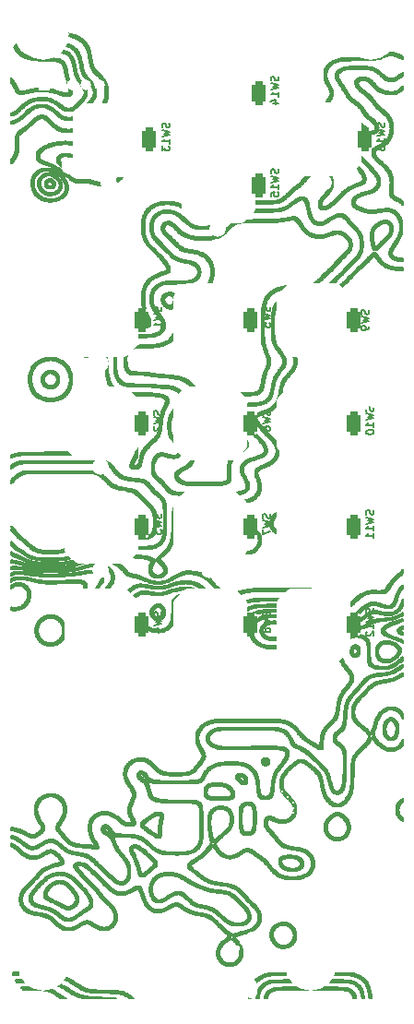
<source format=gbo>
%TF.GenerationSoftware,KiCad,Pcbnew,(6.0.7)*%
%TF.CreationDate,2022-10-08T21:46:05-07:00*%
%TF.ProjectId,phone-rounded,70686f6e-652d-4726-9f75-6e6465642e6b,rev?*%
%TF.SameCoordinates,Original*%
%TF.FileFunction,Legend,Bot*%
%TF.FilePolarity,Positive*%
%FSLAX46Y46*%
G04 Gerber Fmt 4.6, Leading zero omitted, Abs format (unit mm)*
G04 Created by KiCad (PCBNEW (6.0.7)) date 2022-10-08 21:46:05*
%MOMM*%
%LPD*%
G01*
G04 APERTURE LIST*
G04 Aperture macros list*
%AMRoundRect*
0 Rectangle with rounded corners*
0 $1 Rounding radius*
0 $2 $3 $4 $5 $6 $7 $8 $9 X,Y pos of 4 corners*
0 Add a 4 corners polygon primitive as box body*
4,1,4,$2,$3,$4,$5,$6,$7,$8,$9,$2,$3,0*
0 Add four circle primitives for the rounded corners*
1,1,$1+$1,$2,$3*
1,1,$1+$1,$4,$5*
1,1,$1+$1,$6,$7*
1,1,$1+$1,$8,$9*
0 Add four rect primitives between the rounded corners*
20,1,$1+$1,$2,$3,$4,$5,0*
20,1,$1+$1,$4,$5,$6,$7,0*
20,1,$1+$1,$6,$7,$8,$9,0*
20,1,$1+$1,$8,$9,$2,$3,0*%
G04 Aperture macros list end*
%ADD10C,0.200000*%
%ADD11C,0.160000*%
%ADD12C,0.250000*%
%ADD13C,3.183043*%
%ADD14C,1.270000*%
%ADD15C,4.700000*%
%ADD16C,3.100000*%
%ADD17C,1.500000*%
%ADD18RoundRect,0.317500X0.317500X0.750000X-0.317500X0.750000X-0.317500X-0.750000X0.317500X-0.750000X0*%
%ADD19O,1.000000X1.000000*%
%ADD20R,1.000000X1.000000*%
%ADD21C,0.300000*%
%ADD22O,1.700000X1.700000*%
%ADD23R,1.700000X1.700000*%
%ADD24O,1.000000X2.100000*%
%ADD25O,1.000000X1.800000*%
%ADD26C,0.650000*%
%ADD27C,0.600000*%
%ADD28C,1.100000*%
%ADD29C,1.600000*%
G04 APERTURE END LIST*
D10*
X111474330Y-60516308D02*
X111117763Y-60516323D01*
X111474330Y-60516308D02*
X111474330Y-60516308D01*
X111446769Y-60522044D02*
X111474330Y-60516308D01*
X111419667Y-60528089D02*
X111446769Y-60522044D01*
X111365688Y-60540609D02*
X111419667Y-60528089D01*
X111338235Y-60546832D02*
X111365688Y-60540609D01*
X111310089Y-60552863D02*
X111338235Y-60546832D01*
X111280963Y-60558576D02*
X111310089Y-60552863D01*
X111250568Y-60563846D02*
X111280963Y-60558576D01*
X111250568Y-60563846D02*
X111250568Y-60563846D01*
X111172152Y-60577234D02*
X111250568Y-60563846D01*
X111099280Y-60591281D02*
X111172152Y-60577234D01*
X111031886Y-60606021D02*
X111099280Y-60591281D01*
X111000221Y-60613661D02*
X111031886Y-60606021D01*
X110969901Y-60621487D02*
X111000221Y-60613661D01*
X110940917Y-60629503D02*
X110969901Y-60621487D01*
X110913260Y-60637713D02*
X110940917Y-60629503D01*
X110886923Y-60646122D02*
X110913260Y-60637713D01*
X110861896Y-60654733D02*
X110886923Y-60646122D01*
X110838171Y-60663551D02*
X110861896Y-60654733D01*
X110815741Y-60672580D02*
X110838171Y-60663551D01*
X110794596Y-60681824D02*
X110815741Y-60672580D01*
X110774728Y-60691288D02*
X110794596Y-60681824D01*
X110756129Y-60700975D02*
X110774728Y-60691288D01*
X110738791Y-60710890D02*
X110756129Y-60700975D01*
X110722705Y-60721037D02*
X110738791Y-60710890D01*
X110707863Y-60731421D02*
X110722705Y-60721037D01*
X110694256Y-60742044D02*
X110707863Y-60731421D01*
X110681877Y-60752913D02*
X110694256Y-60742044D01*
X110670716Y-60764030D02*
X110681877Y-60752913D01*
X110660765Y-60775400D02*
X110670716Y-60764030D01*
X110652016Y-60787027D02*
X110660765Y-60775400D01*
X110644461Y-60798916D02*
X110652016Y-60787027D01*
X110638092Y-60811070D02*
X110644461Y-60798916D01*
X110632899Y-60823494D02*
X110638092Y-60811070D01*
X110628875Y-60836192D02*
X110632899Y-60823494D01*
X110626010Y-60849169D02*
X110628875Y-60836192D01*
X110624298Y-60862427D02*
X110626010Y-60849169D01*
X110623729Y-60875973D02*
X110624298Y-60862427D01*
X110623729Y-60875973D02*
X110623729Y-60875973D01*
X110624033Y-60884476D02*
X110623729Y-60875973D01*
X110624936Y-60893011D02*
X110624033Y-60884476D01*
X110626427Y-60901565D02*
X110624936Y-60893011D01*
X110628492Y-60910126D02*
X110626427Y-60901565D01*
X110631120Y-60918684D02*
X110628492Y-60910126D01*
X110634297Y-60927226D02*
X110631120Y-60918684D01*
X110638012Y-60935741D02*
X110634297Y-60927226D01*
X110642251Y-60944218D02*
X110638012Y-60935741D01*
X110652256Y-60961008D02*
X110642251Y-60944218D01*
X110664211Y-60977505D02*
X110652256Y-60961008D01*
X110678018Y-60993616D02*
X110664211Y-60977505D01*
X110693577Y-61009248D02*
X110678018Y-60993616D01*
X110710789Y-61024308D02*
X110693577Y-61009248D01*
X110729554Y-61038703D02*
X110710789Y-61024308D01*
X110749773Y-61052341D02*
X110729554Y-61038703D01*
X110771346Y-61065130D02*
X110749773Y-61052341D01*
X110794175Y-61076975D02*
X110771346Y-61065130D01*
X110818159Y-61087786D02*
X110794175Y-61076975D01*
X110843200Y-61097468D02*
X110818159Y-61087786D01*
X110869197Y-61105930D02*
X110843200Y-61097468D01*
X110869197Y-61105930D02*
X110869197Y-61105930D01*
X110908890Y-61113025D02*
X110869197Y-61105930D01*
X110980008Y-61120731D02*
X110908890Y-61113025D01*
X111200567Y-61136980D02*
X110980008Y-61120731D01*
X111498965Y-61152689D02*
X111200567Y-61136980D01*
X111843295Y-61165867D02*
X111498965Y-61152689D01*
X111843295Y-61165867D02*
X111843295Y-61165867D01*
X112263616Y-61181770D02*
X111843295Y-61165867D01*
X112447381Y-61191173D02*
X112263616Y-61181770D01*
X112615537Y-61201884D02*
X112447381Y-61191173D01*
X112769576Y-61214156D02*
X112615537Y-61201884D01*
X112910990Y-61228245D02*
X112769576Y-61214156D01*
X113041271Y-61244404D02*
X112910990Y-61228245D01*
X113161910Y-61262889D02*
X113041271Y-61244404D01*
X113274399Y-61283953D02*
X113161910Y-61262889D01*
X113380230Y-61307852D02*
X113274399Y-61283953D01*
X113480895Y-61334840D02*
X113380230Y-61307852D01*
X113577884Y-61365171D02*
X113480895Y-61334840D01*
X113672690Y-61399100D02*
X113577884Y-61365171D01*
X113766805Y-61436882D02*
X113672690Y-61399100D01*
X113861720Y-61478770D02*
X113766805Y-61436882D01*
X113958926Y-61525021D02*
X113861720Y-61478770D01*
X113958926Y-61525021D02*
X113958926Y-61525021D01*
X114001445Y-61546186D02*
X113958926Y-61525021D01*
X114041252Y-61566657D02*
X114001445Y-61546186D01*
X114078657Y-61586655D02*
X114041252Y-61566657D01*
X114113968Y-61606398D02*
X114078657Y-61586655D01*
X114147496Y-61626109D02*
X114113968Y-61606398D01*
X114179549Y-61646007D02*
X114147496Y-61626109D01*
X114210437Y-61666313D02*
X114179549Y-61646007D01*
X114240469Y-61687248D02*
X114210437Y-61666313D01*
X114269955Y-61709032D02*
X114240469Y-61687248D01*
X114299205Y-61731885D02*
X114269955Y-61709032D01*
X114328527Y-61756028D02*
X114299205Y-61731885D01*
X114358231Y-61781682D02*
X114328527Y-61756028D01*
X114388627Y-61809067D02*
X114358231Y-61781682D01*
X114420023Y-61838403D02*
X114388627Y-61809067D01*
X114487056Y-61903812D02*
X114420023Y-61838403D01*
X114487056Y-61903812D02*
X114487056Y-61903812D01*
X114559477Y-61979251D02*
X114487056Y-61903812D01*
X114626720Y-62056178D02*
X114559477Y-61979251D01*
X114689113Y-62135432D02*
X114626720Y-62056178D01*
X114746980Y-62217853D02*
X114689113Y-62135432D01*
X114800647Y-62304281D02*
X114746980Y-62217853D01*
X114850439Y-62395555D02*
X114800647Y-62304281D01*
X114896683Y-62492514D02*
X114850439Y-62395555D01*
X114939704Y-62595999D02*
X114896683Y-62492514D01*
X114979827Y-62706847D02*
X114939704Y-62595999D01*
X115017379Y-62825900D02*
X114979827Y-62706847D01*
X115052684Y-62953996D02*
X115017379Y-62825900D01*
X115086068Y-63091975D02*
X115052684Y-62953996D01*
X115117858Y-63240677D02*
X115086068Y-63091975D01*
X115148378Y-63400940D02*
X115117858Y-63240677D01*
X115206912Y-63759510D02*
X115148378Y-63400940D01*
X115206912Y-63759510D02*
X115206912Y-63759510D01*
X115221345Y-63850397D02*
X115206912Y-63759510D01*
X115236775Y-63934186D02*
X115221345Y-63850397D01*
X115253811Y-64011928D02*
X115236775Y-63934186D01*
X115273060Y-64084670D02*
X115253811Y-64011928D01*
X115295133Y-64153459D02*
X115273060Y-64084670D01*
X115320637Y-64219345D02*
X115295133Y-64153459D01*
X115350182Y-64283375D02*
X115320637Y-64219345D01*
X115384376Y-64346598D02*
X115350182Y-64283375D01*
X115423827Y-64410061D02*
X115384376Y-64346598D01*
X115469145Y-64474814D02*
X115423827Y-64410061D01*
X115520939Y-64541904D02*
X115469145Y-64474814D01*
X115579816Y-64612379D02*
X115520939Y-64541904D01*
X115646386Y-64687289D02*
X115579816Y-64612379D01*
X115721258Y-64767680D02*
X115646386Y-64687289D01*
X115805040Y-64854601D02*
X115721258Y-64767680D01*
X115898341Y-64949100D02*
X115805040Y-64854601D01*
X115898341Y-64949100D02*
X115898341Y-64949100D01*
X116028407Y-65080520D02*
X115898341Y-64949100D01*
X116083282Y-65136881D02*
X116028407Y-65080520D01*
X116132134Y-65187947D02*
X116083282Y-65136881D01*
X116175526Y-65234420D02*
X116132134Y-65187947D01*
X116214020Y-65277005D02*
X116175526Y-65234420D01*
X116248179Y-65316403D02*
X116214020Y-65277005D01*
X116278566Y-65353319D02*
X116248179Y-65316403D01*
X116305742Y-65388455D02*
X116278566Y-65353319D01*
X116330271Y-65422514D02*
X116305742Y-65388455D01*
X116352715Y-65456200D02*
X116330271Y-65422514D01*
X116373636Y-65490216D02*
X116352715Y-65456200D01*
X116393596Y-65525264D02*
X116373636Y-65490216D01*
X116413159Y-65562048D02*
X116393596Y-65525264D01*
X116432887Y-65601270D02*
X116413159Y-65562048D01*
X116453341Y-65643635D02*
X116432887Y-65601270D01*
X116453341Y-65643635D02*
X116453341Y-65643635D01*
X116507222Y-65765768D02*
X116453341Y-65643635D01*
X116553792Y-65890021D02*
X116507222Y-65765768D01*
X116593054Y-66016090D02*
X116553792Y-65890021D01*
X116625010Y-66143671D02*
X116593054Y-66016090D01*
X116649662Y-66272459D02*
X116625010Y-66143671D01*
X116667012Y-66402149D02*
X116649662Y-66272459D01*
X116677064Y-66532439D02*
X116667012Y-66402149D01*
X116679819Y-66663022D02*
X116677064Y-66532439D01*
X116675279Y-66793595D02*
X116679819Y-66663022D01*
X116663447Y-66923853D02*
X116675279Y-66793595D01*
X116644324Y-67053493D02*
X116663447Y-66923853D01*
X116617914Y-67182209D02*
X116644324Y-67053493D01*
X116584218Y-67309697D02*
X116617914Y-67182209D01*
X116543239Y-67435653D02*
X116584218Y-67309697D01*
X116494979Y-67559773D02*
X116543239Y-67435653D01*
X116439440Y-67681751D02*
X116494979Y-67559773D01*
X116439440Y-67681751D02*
X116439440Y-67681751D01*
X116414487Y-67729966D02*
X116439440Y-67681751D01*
X116386682Y-67778408D02*
X116414487Y-67729966D01*
X116355787Y-67827333D02*
X116386682Y-67778408D01*
X116321566Y-67877001D02*
X116355787Y-67827333D01*
X116283781Y-67927669D02*
X116321566Y-67877001D01*
X116242195Y-67979595D02*
X116283781Y-67927669D01*
X116196570Y-68033038D02*
X116242195Y-67979595D01*
X116146670Y-68088255D02*
X116196570Y-68033038D01*
X116092257Y-68145505D02*
X116146670Y-68088255D01*
X116033094Y-68205045D02*
X116092257Y-68145505D01*
X115968943Y-68267134D02*
X116033094Y-68205045D01*
X115899568Y-68332030D02*
X115968943Y-68267134D01*
X115744194Y-68471275D02*
X115899568Y-68332030D01*
X115565074Y-68624844D02*
X115744194Y-68471275D01*
X115565074Y-68624844D02*
X115565074Y-68624844D01*
X115501250Y-68680364D02*
X115565074Y-68624844D01*
X115432005Y-68743721D02*
X115501250Y-68680364D01*
X115359542Y-68812700D02*
X115432005Y-68743721D01*
X115286066Y-68885083D02*
X115359542Y-68812700D01*
X115213780Y-68958656D02*
X115286066Y-68885083D01*
X115144887Y-69031201D02*
X115213780Y-68958656D01*
X115081591Y-69100504D02*
X115144887Y-69031201D01*
X115026096Y-69164349D02*
X115081591Y-69100504D01*
X115026096Y-69164349D02*
X115026096Y-69164349D01*
X114971799Y-69227943D02*
X115026096Y-69164349D01*
X114911944Y-69296527D02*
X114971799Y-69227943D01*
X114848503Y-69367936D02*
X114911944Y-69296527D01*
X114783448Y-69439999D02*
X114848503Y-69367936D01*
X114718752Y-69510552D02*
X114783448Y-69439999D01*
X114656386Y-69577425D02*
X114718752Y-69510552D01*
X114598323Y-69638451D02*
X114656386Y-69577425D01*
X114546535Y-69691463D02*
X114598323Y-69638451D01*
X114546535Y-69691463D02*
X114546535Y-69691463D01*
X114452933Y-69779614D02*
X114546535Y-69691463D01*
X114353925Y-69861338D02*
X114452933Y-69779614D01*
X114249916Y-69936516D02*
X114353925Y-69861338D01*
X114141308Y-70005027D02*
X114249916Y-69936516D01*
X114028506Y-70066752D02*
X114141308Y-70005027D01*
X113911912Y-70121570D02*
X114028506Y-70066752D01*
X113791931Y-70169362D02*
X113911912Y-70121570D01*
X113668965Y-70210009D02*
X113791931Y-70169362D01*
X113543420Y-70243389D02*
X113668965Y-70210009D01*
X113415697Y-70269383D02*
X113543420Y-70243389D01*
X113286201Y-70287871D02*
X113415697Y-70269383D01*
X113155335Y-70298733D02*
X113286201Y-70287871D01*
X113023503Y-70301849D02*
X113155335Y-70298733D01*
X112891109Y-70297099D02*
X113023503Y-70301849D01*
X112758555Y-70284364D02*
X112891109Y-70297099D01*
X112626247Y-70263523D02*
X112758555Y-70284364D01*
X112626247Y-70263523D02*
X112626247Y-70263523D01*
X112528588Y-70243650D02*
X112626247Y-70263523D01*
X112435892Y-70221689D02*
X112528588Y-70243650D01*
X112347549Y-70197281D02*
X112435892Y-70221689D01*
X112262946Y-70170067D02*
X112347549Y-70197281D01*
X112181471Y-70139689D02*
X112262946Y-70170067D01*
X112102513Y-70105787D02*
X112181471Y-70139689D01*
X112025460Y-70068004D02*
X112102513Y-70105787D01*
X111949701Y-70025979D02*
X112025460Y-70068004D01*
X111874622Y-69979355D02*
X111949701Y-70025979D01*
X111799613Y-69927772D02*
X111874622Y-69979355D01*
X111724063Y-69870872D02*
X111799613Y-69927772D01*
X111647358Y-69808295D02*
X111724063Y-69870872D01*
X111568888Y-69739684D02*
X111647358Y-69808295D01*
X111488041Y-69664679D02*
X111568888Y-69739684D01*
X111404205Y-69582922D02*
X111488041Y-69664679D01*
X111316768Y-69494053D02*
X111404205Y-69582922D01*
X111316768Y-69494053D02*
X111316768Y-69494053D01*
X111234811Y-69410321D02*
X111316768Y-69494053D01*
X111159059Y-69335371D02*
X111234811Y-69410321D01*
X111088882Y-69268885D02*
X111159059Y-69335371D01*
X111023653Y-69210547D02*
X111088882Y-69268885D01*
X110962742Y-69160038D02*
X111023653Y-69210547D01*
X110933710Y-69137621D02*
X110962742Y-69160038D01*
X110905521Y-69117042D02*
X110933710Y-69137621D01*
X110878098Y-69098263D02*
X110905521Y-69117042D01*
X110851361Y-69081242D02*
X110878098Y-69098263D01*
X110825233Y-69065941D02*
X110851361Y-69081242D01*
X110799634Y-69052320D02*
X110825233Y-69065941D01*
X110774487Y-69040340D02*
X110799634Y-69052320D01*
X110749711Y-69029960D02*
X110774487Y-69040340D01*
X110725230Y-69021141D02*
X110749711Y-69029960D01*
X110700964Y-69013843D02*
X110725230Y-69021141D01*
X110676834Y-69008027D02*
X110700964Y-69013843D01*
X110652763Y-69003654D02*
X110676834Y-69008027D01*
X110628671Y-69000682D02*
X110652763Y-69003654D01*
X110604481Y-68999074D02*
X110628671Y-69000682D01*
X110580112Y-68998788D02*
X110604481Y-68999074D01*
X110555488Y-68999786D02*
X110580112Y-68998788D01*
X110530528Y-69002028D02*
X110555488Y-68999786D01*
X110505156Y-69005474D02*
X110530528Y-69002028D01*
X110479291Y-69010084D02*
X110505156Y-69005474D01*
X110452856Y-69015819D02*
X110479291Y-69010084D01*
X110397960Y-69030506D02*
X110452856Y-69015819D01*
X110397960Y-69030506D02*
X110397960Y-69030506D01*
X110372957Y-69038443D02*
X110397960Y-69030506D01*
X110348812Y-69047302D02*
X110372957Y-69038443D01*
X110325016Y-69057490D02*
X110348812Y-69047302D01*
X110301058Y-69069414D02*
X110325016Y-69057490D01*
X110276427Y-69083482D02*
X110301058Y-69069414D01*
X110250613Y-69100100D02*
X110276427Y-69083482D01*
X110223105Y-69119675D02*
X110250613Y-69100100D01*
X110193392Y-69142615D02*
X110223105Y-69119675D01*
X110160964Y-69169327D02*
X110193392Y-69142615D01*
X110125310Y-69200218D02*
X110160964Y-69169327D01*
X110042283Y-69276165D02*
X110125310Y-69200218D01*
X109940225Y-69373714D02*
X110042283Y-69276165D01*
X109815051Y-69496120D02*
X109940225Y-69373714D01*
X109815051Y-69496120D02*
X109815051Y-69496120D01*
X109701501Y-69606371D02*
X109815051Y-69496120D01*
X109595940Y-69705517D02*
X109701501Y-69606371D01*
X109496283Y-69795301D02*
X109595940Y-69705517D01*
X109400444Y-69877468D02*
X109496283Y-69795301D01*
X109306337Y-69953759D02*
X109400444Y-69877468D01*
X109211876Y-70025919D02*
X109306337Y-69953759D01*
X109114977Y-70095689D02*
X109211876Y-70025919D01*
X109013553Y-70164814D02*
X109114977Y-70095689D01*
X109013553Y-70164814D02*
X109013553Y-70164814D01*
X108936140Y-70217396D02*
X109013553Y-70164814D01*
X108860146Y-70271139D02*
X108936140Y-70217396D01*
X108787506Y-70324529D02*
X108860146Y-70271139D01*
X108720152Y-70376056D02*
X108787506Y-70324529D01*
X108660018Y-70424205D02*
X108720152Y-70376056D01*
X108633262Y-70446542D02*
X108660018Y-70424205D01*
X108609036Y-70467467D02*
X108633262Y-70446542D01*
X108587582Y-70486792D02*
X108609036Y-70467467D01*
X108569140Y-70504328D02*
X108587582Y-70486792D01*
X108553953Y-70519885D02*
X108569140Y-70504328D01*
X108542263Y-70533276D02*
X108553953Y-70519885D01*
X108542263Y-70533276D02*
X108542263Y-70533276D01*
X108446666Y-70652119D02*
X108542263Y-70533276D01*
X108446666Y-70652119D02*
X108446666Y-70652119D01*
X108443668Y-71320820D02*
X108446666Y-70652119D01*
X108443668Y-71320820D02*
X108443668Y-71320820D01*
X108442530Y-71521362D02*
X108443668Y-71320820D01*
X108440264Y-71682701D02*
X108442530Y-71521362D01*
X108438542Y-71750837D02*
X108440264Y-71682701D01*
X108436341Y-71811773D02*
X108438542Y-71750837D01*
X108433592Y-71866375D02*
X108436341Y-71811773D01*
X108430232Y-71915512D02*
X108433592Y-71866375D01*
X108426192Y-71960050D02*
X108430232Y-71915512D01*
X108421409Y-72000855D02*
X108426192Y-71960050D01*
X108415814Y-72038795D02*
X108421409Y-72000855D01*
X108409343Y-72074737D02*
X108415814Y-72038795D01*
X108401929Y-72109548D02*
X108409343Y-72074737D01*
X108393507Y-72144094D02*
X108401929Y-72109548D01*
X108384009Y-72179243D02*
X108393507Y-72144094D01*
X108373371Y-72215862D02*
X108384009Y-72179243D01*
X108373371Y-72215862D02*
X108373371Y-72215862D01*
X108352824Y-72282226D02*
X108373371Y-72215862D01*
X108331653Y-72345539D02*
X108352824Y-72282226D01*
X108309724Y-72406032D02*
X108331653Y-72345539D01*
X108286902Y-72463937D02*
X108309724Y-72406032D01*
X108263052Y-72519486D02*
X108286902Y-72463937D01*
X108238040Y-72572908D02*
X108263052Y-72519486D01*
X108211731Y-72624437D02*
X108238040Y-72572908D01*
X108183989Y-72674303D02*
X108211731Y-72624437D01*
X108154681Y-72722737D02*
X108183989Y-72674303D01*
X108123671Y-72769972D02*
X108154681Y-72722737D01*
X108090824Y-72816238D02*
X108123671Y-72769972D01*
X108056006Y-72861766D02*
X108090824Y-72816238D01*
X108019083Y-72906788D02*
X108056006Y-72861766D01*
X107979918Y-72951536D02*
X108019083Y-72906788D01*
X107938379Y-72996241D02*
X107979918Y-72951536D01*
X107894329Y-73041134D02*
X107938379Y-72996241D01*
X107894329Y-73041134D02*
X107894329Y-73041134D01*
X107876333Y-73058743D02*
X107894329Y-73041134D01*
X107858567Y-73075631D02*
X107876333Y-73058743D01*
X107840995Y-73091905D02*
X107858567Y-73075631D01*
X107823581Y-73107669D02*
X107840995Y-73091905D01*
X107789087Y-73138091D02*
X107823581Y-73107669D01*
X107754802Y-73167744D02*
X107789087Y-73138091D01*
X107754802Y-73167744D02*
X107754802Y-73167744D01*
X107754802Y-73049404D02*
X107754802Y-73167744D01*
X107754802Y-73049404D02*
X107754802Y-73049404D01*
X107816559Y-72989875D02*
X107754802Y-73049404D01*
X107876546Y-72928605D02*
X107816559Y-72989875D01*
X107905596Y-72897570D02*
X107876546Y-72928605D01*
X107933867Y-72866404D02*
X107905596Y-72897570D01*
X107961248Y-72835208D02*
X107933867Y-72866404D01*
X107987626Y-72804084D02*
X107961248Y-72835208D01*
X108012888Y-72773133D02*
X107987626Y-72804084D01*
X108036924Y-72742456D02*
X108012888Y-72773133D01*
X108059621Y-72712155D02*
X108036924Y-72742456D01*
X108080866Y-72682331D02*
X108059621Y-72712155D01*
X108100547Y-72653086D02*
X108080866Y-72682331D01*
X108118553Y-72624520D02*
X108100547Y-72653086D01*
X108134771Y-72596737D02*
X108118553Y-72624520D01*
X108149089Y-72569836D02*
X108134771Y-72596737D01*
X108149089Y-72569836D02*
X108149089Y-72569836D01*
X108215307Y-72431299D02*
X108149089Y-72569836D01*
X108243300Y-72365695D02*
X108215307Y-72431299D01*
X108268122Y-72301182D02*
X108243300Y-72365695D01*
X108289953Y-72236748D02*
X108268122Y-72301182D01*
X108308974Y-72171378D02*
X108289953Y-72236748D01*
X108325365Y-72104060D02*
X108308974Y-72171378D01*
X108339305Y-72033780D02*
X108325365Y-72104060D01*
X108350974Y-71959525D02*
X108339305Y-72033780D01*
X108360554Y-71880281D02*
X108350974Y-71959525D01*
X108368223Y-71795034D02*
X108360554Y-71880281D01*
X108374162Y-71702773D02*
X108368223Y-71795034D01*
X108381571Y-71493150D02*
X108374162Y-71702773D01*
X108384220Y-71243305D02*
X108381571Y-71493150D01*
X108384220Y-71243305D02*
X108384220Y-71243305D01*
X108385219Y-70590115D02*
X108384220Y-71243305D01*
X108385219Y-70590115D02*
X108385219Y-70590115D01*
X108480815Y-70471256D02*
X108385219Y-70590115D01*
X108480815Y-70471256D02*
X108480815Y-70471256D01*
X108492506Y-70457867D02*
X108480815Y-70471256D01*
X108507693Y-70442311D02*
X108492506Y-70457867D01*
X108547589Y-70405454D02*
X108507693Y-70442311D01*
X108598571Y-70362197D02*
X108547589Y-70405454D01*
X108658705Y-70314051D02*
X108598571Y-70362197D01*
X108726059Y-70262528D02*
X108658705Y-70314051D01*
X108798699Y-70209140D02*
X108726059Y-70262528D01*
X108874692Y-70155399D02*
X108798699Y-70209140D01*
X108952106Y-70102817D02*
X108874692Y-70155399D01*
X108952106Y-70102817D02*
X108952106Y-70102817D01*
X109053541Y-70033665D02*
X108952106Y-70102817D01*
X109150401Y-69963873D02*
X109053541Y-70033665D01*
X109244797Y-69891691D02*
X109150401Y-69963873D01*
X109338836Y-69815366D02*
X109244797Y-69891691D01*
X109434628Y-69733146D02*
X109338836Y-69815366D01*
X109534281Y-69643279D02*
X109434628Y-69733146D01*
X109639903Y-69544013D02*
X109534281Y-69643279D01*
X109753604Y-69433597D02*
X109639903Y-69544013D01*
X109753604Y-69433597D02*
X109753604Y-69433597D01*
X109884283Y-69305669D02*
X109753604Y-69433597D01*
X109939503Y-69252384D02*
X109884283Y-69305669D01*
X109988837Y-69205547D02*
X109939503Y-69252384D01*
X110032931Y-69164653D02*
X109988837Y-69205547D01*
X110072429Y-69129198D02*
X110032931Y-69164653D01*
X110107978Y-69098678D02*
X110072429Y-69129198D01*
X110140222Y-69072587D02*
X110107978Y-69098678D01*
X110169808Y-69050422D02*
X110140222Y-69072587D01*
X110197380Y-69031679D02*
X110169808Y-69050422D01*
X110210613Y-69023432D02*
X110197380Y-69031679D01*
X110223584Y-69015852D02*
X110210613Y-69023432D01*
X110236375Y-69008876D02*
X110223584Y-69015852D01*
X110249066Y-69002439D02*
X110236375Y-69008876D01*
X110274471Y-68990934D02*
X110249066Y-69002439D01*
X110300444Y-68980833D02*
X110274471Y-68990934D01*
X110327631Y-68971631D02*
X110300444Y-68980833D01*
X110356677Y-68962826D02*
X110327631Y-68971631D01*
X110356677Y-68962826D02*
X110356677Y-68962826D01*
X110422066Y-68945627D02*
X110356677Y-68962826D01*
X110484310Y-68933279D02*
X110422066Y-68945627D01*
X110544039Y-68926071D02*
X110484310Y-68933279D01*
X110573158Y-68924484D02*
X110544039Y-68926071D01*
X110601884Y-68924291D02*
X110573158Y-68924484D01*
X110630296Y-68925527D02*
X110601884Y-68924291D01*
X110658473Y-68928229D02*
X110630296Y-68925527D01*
X110686494Y-68932432D02*
X110658473Y-68928229D01*
X110714438Y-68938174D02*
X110686494Y-68932432D01*
X110742383Y-68945488D02*
X110714438Y-68938174D01*
X110770407Y-68954413D02*
X110742383Y-68945488D01*
X110798591Y-68964984D02*
X110770407Y-68954413D01*
X110827012Y-68977238D02*
X110798591Y-68964984D01*
X110855750Y-68991209D02*
X110827012Y-68977238D01*
X110884882Y-69006935D02*
X110855750Y-68991209D01*
X110944648Y-69043795D02*
X110884882Y-69006935D01*
X111006938Y-69088105D02*
X110944648Y-69043795D01*
X111072383Y-69140156D02*
X111006938Y-69088105D01*
X111141613Y-69200236D02*
X111072383Y-69140156D01*
X111215259Y-69268633D02*
X111141613Y-69200236D01*
X111293949Y-69345638D02*
X111215259Y-69268633D01*
X111378314Y-69431538D02*
X111293949Y-69345638D01*
X111378314Y-69431538D02*
X111378314Y-69431538D01*
X111465848Y-69520510D02*
X111378314Y-69431538D01*
X111549775Y-69602365D02*
X111465848Y-69520510D01*
X111630706Y-69677461D02*
X111549775Y-69602365D01*
X111709252Y-69746156D02*
X111630706Y-69677461D01*
X111786025Y-69808808D02*
X111709252Y-69746156D01*
X111861635Y-69865775D02*
X111786025Y-69808808D01*
X111936695Y-69917414D02*
X111861635Y-69865775D01*
X112011815Y-69964085D02*
X111936695Y-69917414D01*
X112087607Y-70006144D02*
X112011815Y-69964085D01*
X112164683Y-70043949D02*
X112087607Y-70006144D01*
X112243652Y-70077860D02*
X112164683Y-70043949D01*
X112325127Y-70108233D02*
X112243652Y-70077860D01*
X112409720Y-70135427D02*
X112325127Y-70108233D01*
X112498040Y-70159799D02*
X112409720Y-70135427D01*
X112590701Y-70181708D02*
X112498040Y-70159799D01*
X112688312Y-70201511D02*
X112590701Y-70181708D01*
X112688312Y-70201511D02*
X112688312Y-70201511D01*
X112769999Y-70215236D02*
X112688312Y-70201511D01*
X112850913Y-70225496D02*
X112769999Y-70215236D01*
X112931210Y-70232267D02*
X112850913Y-70225496D01*
X113011047Y-70235523D02*
X112931210Y-70232267D01*
X113090579Y-70235242D02*
X113011047Y-70235523D01*
X113169963Y-70231399D02*
X113090579Y-70235242D01*
X113249356Y-70223969D02*
X113169963Y-70231399D01*
X113328913Y-70212929D02*
X113249356Y-70223969D01*
X113408791Y-70198253D02*
X113328913Y-70212929D01*
X113489145Y-70179919D02*
X113408791Y-70198253D01*
X113570133Y-70157901D02*
X113489145Y-70179919D01*
X113651910Y-70132175D02*
X113570133Y-70157901D01*
X113734633Y-70102718D02*
X113651910Y-70132175D01*
X113818458Y-70069504D02*
X113734633Y-70102718D01*
X113903541Y-70032509D02*
X113818458Y-70069504D01*
X113990039Y-69991711D02*
X113903541Y-70032509D01*
X113990039Y-69991711D02*
X113990039Y-69991711D01*
X114043979Y-69964119D02*
X113990039Y-69991711D01*
X114096996Y-69934478D02*
X114043979Y-69964119D01*
X114149487Y-69902427D02*
X114096996Y-69934478D01*
X114201846Y-69867606D02*
X114149487Y-69902427D01*
X114254470Y-69829653D02*
X114201846Y-69867606D01*
X114307756Y-69788209D02*
X114254470Y-69829653D01*
X114362099Y-69742912D02*
X114307756Y-69788209D01*
X114417896Y-69693401D02*
X114362099Y-69742912D01*
X114475543Y-69639317D02*
X114417896Y-69693401D01*
X114535436Y-69580298D02*
X114475543Y-69639317D01*
X114597970Y-69515983D02*
X114535436Y-69580298D01*
X114663543Y-69446012D02*
X114597970Y-69515983D01*
X114805387Y-69287659D02*
X114663543Y-69446012D01*
X114964137Y-69102352D02*
X114805387Y-69287659D01*
X114964137Y-69102352D02*
X114964137Y-69102352D01*
X115019653Y-69038528D02*
X114964137Y-69102352D01*
X115083006Y-68969282D02*
X115019653Y-69038528D01*
X115151982Y-68896818D02*
X115083006Y-68969282D01*
X115224364Y-68823340D02*
X115151982Y-68896818D01*
X115297937Y-68751052D02*
X115224364Y-68823340D01*
X115370483Y-68682158D02*
X115297937Y-68751052D01*
X115439788Y-68618861D02*
X115370483Y-68682158D01*
X115503635Y-68563366D02*
X115439788Y-68618861D01*
X115503635Y-68563366D02*
X115503635Y-68563366D01*
X115596273Y-68484656D02*
X115503635Y-68563366D01*
X115682728Y-68409775D02*
X115596273Y-68484656D01*
X115763238Y-68338466D02*
X115682728Y-68409775D01*
X115838042Y-68270473D02*
X115763238Y-68338466D01*
X115907378Y-68205538D02*
X115838042Y-68270473D01*
X115971485Y-68143405D02*
X115907378Y-68205538D01*
X116030603Y-68083818D02*
X115971485Y-68143405D01*
X116084968Y-68026521D02*
X116030603Y-68083818D01*
X116134821Y-67971255D02*
X116084968Y-68026521D01*
X116180400Y-67917766D02*
X116134821Y-67971255D01*
X116221943Y-67865796D02*
X116180400Y-67917766D01*
X116259690Y-67815089D02*
X116221943Y-67865796D01*
X116293878Y-67765387D02*
X116259690Y-67815089D01*
X116324747Y-67716436D02*
X116293878Y-67765387D01*
X116352536Y-67667977D02*
X116324747Y-67716436D01*
X116377482Y-67619755D02*
X116352536Y-67667977D01*
X116377482Y-67619755D02*
X116377482Y-67619755D01*
X116431988Y-67500967D02*
X116377482Y-67619755D01*
X116479345Y-67381822D02*
X116431988Y-67500967D01*
X116519552Y-67262372D02*
X116479345Y-67381822D01*
X116552609Y-67142667D02*
X116519552Y-67262372D01*
X116578516Y-67022761D02*
X116552609Y-67142667D01*
X116597271Y-66902703D02*
X116578516Y-67022761D01*
X116608875Y-66782546D02*
X116597271Y-66902703D01*
X116613326Y-66662340D02*
X116608875Y-66782546D01*
X116610624Y-66542138D02*
X116613326Y-66662340D01*
X116600769Y-66421991D02*
X116610624Y-66542138D01*
X116583759Y-66301950D02*
X116600769Y-66421991D01*
X116559595Y-66182067D02*
X116583759Y-66301950D01*
X116528276Y-66062393D02*
X116559595Y-66182067D01*
X116489802Y-65942980D02*
X116528276Y-66062393D01*
X116444171Y-65823880D02*
X116489802Y-65942980D01*
X116391383Y-65705143D02*
X116444171Y-65823880D01*
X116391383Y-65705143D02*
X116391383Y-65705143D01*
X116351223Y-65623578D02*
X116391383Y-65705143D01*
X116331686Y-65586820D02*
X116351223Y-65623578D01*
X116311758Y-65551805D02*
X116331686Y-65586820D01*
X116290877Y-65517829D02*
X116311758Y-65551805D01*
X116268477Y-65484187D02*
X116290877Y-65517829D01*
X116243995Y-65450174D02*
X116268477Y-65484187D01*
X116216866Y-65415087D02*
X116243995Y-65450174D01*
X116186527Y-65378219D02*
X116216866Y-65415087D01*
X116152415Y-65338868D02*
X116186527Y-65378219D01*
X116113963Y-65296327D02*
X116152415Y-65338868D01*
X116070610Y-65249893D02*
X116113963Y-65296327D01*
X115966940Y-65142525D02*
X116070610Y-65249893D01*
X115836894Y-65011127D02*
X115966940Y-65142525D01*
X115836894Y-65011127D02*
X115836894Y-65011127D01*
X115743593Y-64916628D02*
X115836894Y-65011127D01*
X115659811Y-64829707D02*
X115743593Y-64916628D01*
X115584939Y-64749317D02*
X115659811Y-64829707D01*
X115518369Y-64674409D02*
X115584939Y-64749317D01*
X115459492Y-64603934D02*
X115518369Y-64674409D01*
X115407698Y-64536845D02*
X115459492Y-64603934D01*
X115362380Y-64472093D02*
X115407698Y-64536845D01*
X115322928Y-64408630D02*
X115362380Y-64472093D01*
X115288735Y-64345408D02*
X115322928Y-64408630D01*
X115259190Y-64281378D02*
X115288735Y-64345408D01*
X115233686Y-64215493D02*
X115259190Y-64281378D01*
X115211613Y-64146703D02*
X115233686Y-64215493D01*
X115192364Y-64073961D02*
X115211613Y-64146703D01*
X115175328Y-63996218D02*
X115192364Y-64073961D01*
X115159898Y-63912426D02*
X115175328Y-63996218D01*
X115145465Y-63821537D02*
X115159898Y-63912426D01*
X115145465Y-63821537D02*
X115145465Y-63821537D01*
X115116510Y-63635627D02*
X115145465Y-63821537D01*
X115086935Y-63462947D02*
X115116510Y-63635627D01*
X115056417Y-63302659D02*
X115086935Y-63462947D01*
X115024629Y-63153925D02*
X115056417Y-63302659D01*
X114991245Y-63015908D02*
X115024629Y-63153925D01*
X114955941Y-62887768D02*
X114991245Y-63015908D01*
X114918390Y-62768669D02*
X114955941Y-62887768D01*
X114878266Y-62657772D02*
X114918390Y-62768669D01*
X114835246Y-62554239D02*
X114878266Y-62657772D01*
X114789002Y-62457233D02*
X114835246Y-62554239D01*
X114739209Y-62365915D02*
X114789002Y-62457233D01*
X114685541Y-62279447D02*
X114739209Y-62365915D01*
X114627674Y-62196992D02*
X114685541Y-62279447D01*
X114565281Y-62117711D02*
X114627674Y-62196992D01*
X114498037Y-62040766D02*
X114565281Y-62117711D01*
X114425616Y-61965320D02*
X114498037Y-62040766D01*
X114425616Y-61965320D02*
X114425616Y-61965320D01*
X114358564Y-61899931D02*
X114425616Y-61965320D01*
X114327143Y-61870620D02*
X114358564Y-61899931D01*
X114296715Y-61843267D02*
X114327143Y-61870620D01*
X114266972Y-61817652D02*
X114296715Y-61843267D01*
X114237607Y-61793552D02*
X114266972Y-61817652D01*
X114208310Y-61770745D02*
X114237607Y-61793552D01*
X114178776Y-61749010D02*
X114208310Y-61770745D01*
X114148695Y-61728124D02*
X114178776Y-61749010D01*
X114117760Y-61707865D02*
X114148695Y-61728124D01*
X114085662Y-61688011D02*
X114117760Y-61707865D01*
X114052095Y-61668340D02*
X114085662Y-61688011D01*
X114016750Y-61648630D02*
X114052095Y-61668340D01*
X113979319Y-61628660D02*
X114016750Y-61648630D01*
X113896968Y-61587047D02*
X113979319Y-61628660D01*
X113896968Y-61587047D02*
X113896968Y-61587047D01*
X113704870Y-61498890D02*
X113896968Y-61587047D01*
X113610781Y-61461086D02*
X113704870Y-61498890D01*
X113516008Y-61427127D02*
X113610781Y-61461086D01*
X113419057Y-61396759D02*
X113516008Y-61427127D01*
X113318435Y-61369731D02*
X113419057Y-61396759D01*
X113212650Y-61345788D02*
X113318435Y-61369731D01*
X113100207Y-61324677D02*
X113212650Y-61345788D01*
X112979615Y-61306146D02*
X113100207Y-61324677D01*
X112849380Y-61289941D02*
X112979615Y-61306146D01*
X112554007Y-61263497D02*
X112849380Y-61289941D01*
X112202145Y-61243319D02*
X112554007Y-61263497D01*
X111781848Y-61227383D02*
X112202145Y-61243319D01*
X111781848Y-61227383D02*
X111781848Y-61227383D01*
X111605905Y-61221235D02*
X111781848Y-61227383D01*
X111437417Y-61214207D02*
X111605905Y-61221235D01*
X111280388Y-61206546D02*
X111437417Y-61214207D01*
X111138821Y-61198501D02*
X111280388Y-61206546D01*
X111016719Y-61190321D02*
X111138821Y-61198501D01*
X110918086Y-61182253D02*
X111016719Y-61190321D01*
X110846925Y-61174545D02*
X110918086Y-61182253D01*
X110822897Y-61170904D02*
X110846925Y-61174545D01*
X110807239Y-61167446D02*
X110822897Y-61170904D01*
X110807239Y-61167446D02*
X110807239Y-61167446D01*
X110777438Y-61157784D02*
X110807239Y-61167446D01*
X110749366Y-61146974D02*
X110777438Y-61157784D01*
X110723030Y-61135083D02*
X110749366Y-61146974D01*
X110698439Y-61122177D02*
X110723030Y-61135083D01*
X110675598Y-61108323D02*
X110698439Y-61122177D01*
X110654516Y-61093587D02*
X110675598Y-61108323D01*
X110635200Y-61078035D02*
X110654516Y-61093587D01*
X110617656Y-61061734D02*
X110635200Y-61078035D01*
X110601893Y-61044751D02*
X110617656Y-61061734D01*
X110587916Y-61027152D02*
X110601893Y-61044751D01*
X110575735Y-61009003D02*
X110587916Y-61027152D01*
X110565354Y-60990371D02*
X110575735Y-61009003D01*
X110556783Y-60971322D02*
X110565354Y-60990371D01*
X110550028Y-60951923D02*
X110556783Y-60971322D01*
X110545096Y-60932241D02*
X110550028Y-60951923D01*
X110541995Y-60912341D02*
X110545096Y-60932241D01*
X110540732Y-60892291D02*
X110541995Y-60912341D01*
X110541314Y-60872156D02*
X110540732Y-60892291D01*
X110543748Y-60852003D02*
X110541314Y-60872156D01*
X110548042Y-60831899D02*
X110543748Y-60852003D01*
X110554203Y-60811910D02*
X110548042Y-60831899D01*
X110562237Y-60792103D02*
X110554203Y-60811910D01*
X110572153Y-60772544D02*
X110562237Y-60792103D01*
X110583957Y-60753299D02*
X110572153Y-60772544D01*
X110597657Y-60734435D02*
X110583957Y-60753299D01*
X110613259Y-60716019D02*
X110597657Y-60734435D01*
X110630772Y-60698117D02*
X110613259Y-60716019D01*
X110650202Y-60680795D02*
X110630772Y-60698117D01*
X110671557Y-60664120D02*
X110650202Y-60680795D01*
X110694844Y-60648158D02*
X110671557Y-60664120D01*
X110720069Y-60632976D02*
X110694844Y-60648158D01*
X110747241Y-60618641D02*
X110720069Y-60632976D01*
X110747241Y-60618641D02*
X110747241Y-60618641D01*
X110760739Y-60612395D02*
X110747241Y-60618641D01*
X110776211Y-60605976D02*
X110760739Y-60612395D01*
X110812491Y-60592750D02*
X110776211Y-60605976D01*
X110854904Y-60579225D02*
X110812491Y-60592750D01*
X110902273Y-60565665D02*
X110854904Y-60579225D01*
X110953420Y-60552332D02*
X110902273Y-60565665D01*
X111007169Y-60539489D02*
X110953420Y-60552332D01*
X111062342Y-60527398D02*
X111007169Y-60539489D01*
X111117763Y-60516323D02*
X111062342Y-60527398D01*
X110674686Y-60548115D02*
X110674892Y-60548366D01*
X110674686Y-60548115D02*
X110674686Y-60548115D01*
X110652264Y-60560236D02*
X110674686Y-60548115D01*
X110631081Y-60572775D02*
X110652264Y-60560236D01*
X110611095Y-60585751D02*
X110631081Y-60572775D01*
X110592264Y-60599185D02*
X110611095Y-60585751D01*
X110574547Y-60613100D02*
X110592264Y-60599185D01*
X110557900Y-60627517D02*
X110574547Y-60613100D01*
X110542283Y-60642455D02*
X110557900Y-60627517D01*
X110527653Y-60657938D02*
X110542283Y-60642455D01*
X110513968Y-60673985D02*
X110527653Y-60657938D01*
X110501187Y-60690619D02*
X110513968Y-60673985D01*
X110489267Y-60707859D02*
X110501187Y-60690619D01*
X110478167Y-60725728D02*
X110489267Y-60707859D01*
X110467844Y-60744247D02*
X110478167Y-60725728D01*
X110458256Y-60763437D02*
X110467844Y-60744247D01*
X110449362Y-60783318D02*
X110458256Y-60763437D01*
X110441120Y-60803913D02*
X110449362Y-60783318D01*
X110441120Y-60803913D02*
X110441120Y-60803913D01*
X110436857Y-60815901D02*
X110441120Y-60803913D01*
X110433223Y-60827534D02*
X110436857Y-60815901D01*
X110430223Y-60838884D02*
X110433223Y-60827534D01*
X110427860Y-60850020D02*
X110430223Y-60838884D01*
X110426142Y-60861013D02*
X110427860Y-60850020D01*
X110425071Y-60871932D02*
X110426142Y-60861013D01*
X110424654Y-60882849D02*
X110425071Y-60871932D01*
X110424895Y-60893832D02*
X110424654Y-60882849D01*
X110425799Y-60904953D02*
X110424895Y-60893832D01*
X110427372Y-60916281D02*
X110425799Y-60904953D01*
X110429618Y-60927886D02*
X110427372Y-60916281D01*
X110432542Y-60939840D02*
X110429618Y-60927886D01*
X110436149Y-60952211D02*
X110432542Y-60939840D01*
X110440445Y-60965071D02*
X110436149Y-60952211D01*
X110445434Y-60978488D02*
X110440445Y-60965071D01*
X110451122Y-60992535D02*
X110445434Y-60978488D01*
X110451122Y-60992535D02*
X110451122Y-60992535D01*
X110471305Y-61033957D02*
X110451122Y-60992535D01*
X110496043Y-61072327D02*
X110471305Y-61033957D01*
X110525496Y-61107702D02*
X110496043Y-61072327D01*
X110559829Y-61140135D02*
X110525496Y-61107702D01*
X110599205Y-61169683D02*
X110559829Y-61140135D01*
X110643786Y-61196401D02*
X110599205Y-61169683D01*
X110693736Y-61220345D02*
X110643786Y-61196401D01*
X110749217Y-61241570D02*
X110693736Y-61220345D01*
X110810394Y-61260133D02*
X110749217Y-61241570D01*
X110877428Y-61276087D02*
X110810394Y-61260133D01*
X110950484Y-61289489D02*
X110877428Y-61276087D01*
X111029724Y-61300395D02*
X110950484Y-61289489D01*
X111115310Y-61308860D02*
X111029724Y-61300395D01*
X111207407Y-61314939D02*
X111115310Y-61308860D01*
X111306178Y-61318689D02*
X111207407Y-61314939D01*
X111411785Y-61320164D02*
X111306178Y-61318689D01*
X111411785Y-61320164D02*
X111411785Y-61320164D01*
X111643607Y-61323194D02*
X111411785Y-61320164D01*
X111889072Y-61330393D02*
X111643607Y-61323194D01*
X112138749Y-61341173D02*
X111889072Y-61330393D01*
X112383205Y-61354944D02*
X112138749Y-61341173D01*
X112613009Y-61371118D02*
X112383205Y-61354944D01*
X112818732Y-61389105D02*
X112613009Y-61371118D01*
X112990940Y-61408317D02*
X112818732Y-61389105D01*
X113120204Y-61428165D02*
X112990940Y-61408317D01*
X113120204Y-61428165D02*
X113120204Y-61428165D01*
X113321733Y-61472091D02*
X113120204Y-61428165D01*
X113510434Y-61524637D02*
X113321733Y-61472091D01*
X113686586Y-61586090D02*
X113510434Y-61524637D01*
X113850469Y-61656739D02*
X113686586Y-61586090D01*
X113927898Y-61695602D02*
X113850469Y-61656739D01*
X114002364Y-61736873D02*
X113927898Y-61695602D01*
X114073902Y-61780586D02*
X114002364Y-61736873D01*
X114142549Y-61826779D02*
X114073902Y-61780586D01*
X114208338Y-61875486D02*
X114142549Y-61826779D01*
X114271305Y-61926746D02*
X114208338Y-61875486D01*
X114331484Y-61980592D02*
X114271305Y-61926746D01*
X114388911Y-62037062D02*
X114331484Y-61980592D01*
X114443621Y-62096191D02*
X114388911Y-62037062D01*
X114495648Y-62158015D02*
X114443621Y-62096191D01*
X114545028Y-62222571D02*
X114495648Y-62158015D01*
X114591795Y-62289894D02*
X114545028Y-62222571D01*
X114635984Y-62360021D02*
X114591795Y-62289894D01*
X114677631Y-62432988D02*
X114635984Y-62360021D01*
X114716771Y-62508830D02*
X114677631Y-62432988D01*
X114753438Y-62587583D02*
X114716771Y-62508830D01*
X114819493Y-62753970D02*
X114753438Y-62587583D01*
X114876078Y-62932435D02*
X114819493Y-62753970D01*
X114923472Y-63123267D02*
X114876078Y-62932435D01*
X114961955Y-63326755D02*
X114923472Y-63123267D01*
X114961955Y-63326755D02*
X114961955Y-63326755D01*
X115001471Y-63566444D02*
X114961955Y-63326755D01*
X115034828Y-63758511D02*
X115001471Y-63566444D01*
X115049858Y-63839374D02*
X115034828Y-63758511D01*
X115064140Y-63911555D02*
X115049858Y-63839374D01*
X115077940Y-63976130D02*
X115064140Y-63911555D01*
X115091519Y-64034173D02*
X115077940Y-63976130D01*
X115105144Y-64086759D02*
X115091519Y-64034173D01*
X115119078Y-64134961D02*
X115105144Y-64086759D01*
X115133585Y-64179856D02*
X115119078Y-64134961D01*
X115148929Y-64222518D02*
X115133585Y-64179856D01*
X115165374Y-64264020D02*
X115148929Y-64222518D01*
X115183184Y-64305439D02*
X115165374Y-64264020D01*
X115202623Y-64347848D02*
X115183184Y-64305439D01*
X115223956Y-64392322D02*
X115202623Y-64347848D01*
X115223956Y-64392322D02*
X115223956Y-64392322D01*
X115261821Y-64466880D02*
X115223956Y-64392322D01*
X115280576Y-64500973D02*
X115261821Y-64466880D01*
X115299780Y-64533645D02*
X115280576Y-64500973D01*
X115319858Y-64565423D02*
X115299780Y-64533645D01*
X115341235Y-64596835D02*
X115319858Y-64565423D01*
X115364337Y-64628407D02*
X115341235Y-64596835D01*
X115389588Y-64660666D02*
X115364337Y-64628407D01*
X115417416Y-64694141D02*
X115389588Y-64660666D01*
X115448244Y-64729357D02*
X115417416Y-64694141D01*
X115482498Y-64766842D02*
X115448244Y-64729357D01*
X115520604Y-64807124D02*
X115482498Y-64766842D01*
X115610072Y-64898184D02*
X115520604Y-64807124D01*
X115720050Y-65006756D02*
X115610072Y-64898184D01*
X115720050Y-65006756D02*
X115720050Y-65006756D01*
X115797591Y-65083756D02*
X115720050Y-65006756D01*
X115874037Y-65161817D02*
X115797591Y-65083756D01*
X115947421Y-65238784D02*
X115874037Y-65161817D01*
X116015777Y-65312502D02*
X115947421Y-65238784D01*
X116077141Y-65380816D02*
X116015777Y-65312502D01*
X116129544Y-65441572D02*
X116077141Y-65380816D01*
X116171023Y-65492614D02*
X116129544Y-65441572D01*
X116187051Y-65513819D02*
X116171023Y-65492614D01*
X116199610Y-65531788D02*
X116187051Y-65513819D01*
X116199610Y-65531788D02*
X116199610Y-65531788D01*
X116241120Y-65598052D02*
X116199610Y-65531788D01*
X116279602Y-65666594D02*
X116241120Y-65598052D01*
X116315067Y-65737243D02*
X116279602Y-65666594D01*
X116347524Y-65809825D02*
X116315067Y-65737243D01*
X116403449Y-65960096D02*
X116347524Y-65809825D01*
X116447450Y-66116024D02*
X116403449Y-65960096D01*
X116479600Y-66276226D02*
X116447450Y-66116024D01*
X116499972Y-66439319D02*
X116479600Y-66276226D01*
X116508640Y-66603920D02*
X116499972Y-66439319D01*
X116505675Y-66768644D02*
X116508640Y-66603920D01*
X116491152Y-66932110D02*
X116505675Y-66768644D01*
X116465142Y-67092933D02*
X116491152Y-66932110D01*
X116427720Y-67249731D02*
X116465142Y-67092933D01*
X116378958Y-67401120D02*
X116427720Y-67249731D01*
X116318929Y-67545717D02*
X116378958Y-67401120D01*
X116284712Y-67615036D02*
X116318929Y-67545717D01*
X116247706Y-67682139D02*
X116284712Y-67615036D01*
X116207920Y-67746851D02*
X116247706Y-67682139D01*
X116165362Y-67809002D02*
X116207920Y-67746851D01*
X116120043Y-67868416D02*
X116165362Y-67809002D01*
X116071971Y-67924923D02*
X116120043Y-67868416D01*
X116071971Y-67924923D02*
X116071971Y-67924923D01*
X116035689Y-67963257D02*
X116071971Y-67924923D01*
X115986846Y-68011768D02*
X116035689Y-67963257D01*
X115927584Y-68068483D02*
X115986846Y-68011768D01*
X115860048Y-68131429D02*
X115927584Y-68068483D01*
X115786382Y-68198630D02*
X115860048Y-68131429D01*
X115708730Y-68268114D02*
X115786382Y-68198630D01*
X115629236Y-68337906D02*
X115708730Y-68268114D01*
X115550044Y-68406032D02*
X115629236Y-68337906D01*
X115550044Y-68406032D02*
X115550044Y-68406032D01*
X115460878Y-68483858D02*
X115550044Y-68406032D01*
X115367914Y-68568702D02*
X115460878Y-68483858D01*
X115272640Y-68659089D02*
X115367914Y-68568702D01*
X115176542Y-68753539D02*
X115272640Y-68659089D01*
X115081108Y-68850575D02*
X115176542Y-68753539D01*
X114987824Y-68948720D02*
X115081108Y-68850575D01*
X114898178Y-69046494D02*
X114987824Y-68948720D01*
X114813655Y-69142422D02*
X114898178Y-69046494D01*
X114813655Y-69142422D02*
X114813655Y-69142422D01*
X114739032Y-69228170D02*
X114813655Y-69142422D01*
X114663607Y-69313302D02*
X114739032Y-69228170D01*
X114589444Y-69395584D02*
X114663607Y-69313302D01*
X114518607Y-69472782D02*
X114589444Y-69395584D01*
X114453161Y-69542663D02*
X114518607Y-69472782D01*
X114395168Y-69602993D02*
X114453161Y-69542663D01*
X114346694Y-69651540D02*
X114395168Y-69602993D01*
X114309802Y-69686069D02*
X114346694Y-69651540D01*
X114309802Y-69686069D02*
X114309802Y-69686069D01*
X114204064Y-69770514D02*
X114309802Y-69686069D01*
X114089375Y-69846097D02*
X114204064Y-69770514D01*
X113966741Y-69912713D02*
X114089375Y-69846097D01*
X113837167Y-69970257D02*
X113966741Y-69912713D01*
X113701658Y-70018625D02*
X113837167Y-69970257D01*
X113561220Y-70057711D02*
X113701658Y-70018625D01*
X113416857Y-70087410D02*
X113561220Y-70057711D01*
X113269575Y-70107618D02*
X113416857Y-70087410D01*
X113120379Y-70118230D02*
X113269575Y-70107618D01*
X112970274Y-70119140D02*
X113120379Y-70118230D01*
X112820265Y-70110244D02*
X112970274Y-70119140D01*
X112671358Y-70091437D02*
X112820265Y-70110244D01*
X112524557Y-70062614D02*
X112671358Y-70091437D01*
X112380868Y-70023669D02*
X112524557Y-70062614D01*
X112241295Y-69974499D02*
X112380868Y-70023669D01*
X112106845Y-69914997D02*
X112241295Y-69974499D01*
X112106845Y-69914997D02*
X112106845Y-69914997D01*
X112038400Y-69879431D02*
X112106845Y-69914997D01*
X112005635Y-69860737D02*
X112038400Y-69879431D01*
X111973255Y-69840962D02*
X112005635Y-69860737D01*
X111940817Y-69819750D02*
X111973255Y-69840962D01*
X111907882Y-69796747D02*
X111940817Y-69819750D01*
X111874009Y-69771595D02*
X111907882Y-69796747D01*
X111838756Y-69743941D02*
X111874009Y-69771595D01*
X111801682Y-69713429D02*
X111838756Y-69743941D01*
X111762348Y-69679703D02*
X111801682Y-69713429D01*
X111675132Y-69601188D02*
X111762348Y-69679703D01*
X111573580Y-69505554D02*
X111675132Y-69601188D01*
X111454166Y-69389957D02*
X111573580Y-69505554D01*
X111454166Y-69389957D02*
X111454166Y-69389957D01*
X111370761Y-69309237D02*
X111454166Y-69389957D01*
X111293437Y-69236094D02*
X111370761Y-69309237D01*
X111221676Y-69170200D02*
X111293437Y-69236094D01*
X111154961Y-69111228D02*
X111221676Y-69170200D01*
X111092774Y-69058848D02*
X111154961Y-69111228D01*
X111034599Y-69012735D02*
X111092774Y-69058848D01*
X110979918Y-68972559D02*
X111034599Y-69012735D01*
X110928213Y-68937993D02*
X110979918Y-68972559D01*
X110878968Y-68908709D02*
X110928213Y-68937993D01*
X110855106Y-68895946D02*
X110878968Y-68908709D01*
X110831665Y-68884380D02*
X110855106Y-68895946D01*
X110808580Y-68873971D02*
X110831665Y-68884380D01*
X110785786Y-68864678D02*
X110808580Y-68873971D01*
X110763220Y-68856459D02*
X110785786Y-68864678D01*
X110740815Y-68849274D02*
X110763220Y-68856459D01*
X110718508Y-68843082D02*
X110740815Y-68849274D01*
X110696234Y-68837842D02*
X110718508Y-68843082D01*
X110673928Y-68833512D02*
X110696234Y-68837842D01*
X110651526Y-68830053D02*
X110673928Y-68833512D01*
X110606172Y-68825579D02*
X110651526Y-68830053D01*
X110559657Y-68824093D02*
X110606172Y-68825579D01*
X110559657Y-68824093D02*
X110559657Y-68824093D01*
X110513569Y-68825617D02*
X110559657Y-68824093D01*
X110467977Y-68830535D02*
X110513569Y-68825617D01*
X110422526Y-68839072D02*
X110467977Y-68830535D01*
X110376859Y-68851455D02*
X110422526Y-68839072D01*
X110330622Y-68867908D02*
X110376859Y-68851455D01*
X110283459Y-68888659D02*
X110330622Y-68867908D01*
X110235014Y-68913933D02*
X110283459Y-68888659D01*
X110184933Y-68943955D02*
X110235014Y-68913933D01*
X110132860Y-68978953D02*
X110184933Y-68943955D01*
X110078438Y-69019150D02*
X110132860Y-68978953D01*
X110021314Y-69064775D02*
X110078438Y-69019150D01*
X109961131Y-69116051D02*
X110021314Y-69064775D01*
X109897534Y-69173206D02*
X109961131Y-69116051D01*
X109830168Y-69236465D02*
X109897534Y-69173206D01*
X109758676Y-69306054D02*
X109830168Y-69236465D01*
X109682704Y-69382198D02*
X109758676Y-69306054D01*
X109682704Y-69382198D02*
X109682704Y-69382198D01*
X109580529Y-69484332D02*
X109682704Y-69382198D01*
X109485987Y-69575256D02*
X109580529Y-69484332D01*
X109396348Y-69657254D02*
X109485987Y-69575256D01*
X109308882Y-69732605D02*
X109396348Y-69657254D01*
X109220860Y-69803592D02*
X109308882Y-69732605D01*
X109129550Y-69872495D02*
X109220860Y-69803592D01*
X109032224Y-69941598D02*
X109129550Y-69872495D01*
X108926151Y-70013180D02*
X109032224Y-69941598D01*
X108926151Y-70013180D02*
X108926151Y-70013180D01*
X108847892Y-70065197D02*
X108926151Y-70013180D01*
X108777346Y-70112820D02*
X108847892Y-70065197D01*
X108713993Y-70156539D02*
X108777346Y-70112820D01*
X108657312Y-70196842D02*
X108713993Y-70156539D01*
X108606782Y-70234219D02*
X108657312Y-70196842D01*
X108561884Y-70269156D02*
X108606782Y-70234219D01*
X108522096Y-70302145D02*
X108561884Y-70269156D01*
X108486898Y-70333672D02*
X108522096Y-70302145D01*
X108455770Y-70364228D02*
X108486898Y-70333672D01*
X108428191Y-70394301D02*
X108455770Y-70364228D01*
X108403640Y-70424379D02*
X108428191Y-70394301D01*
X108381598Y-70454951D02*
X108403640Y-70424379D01*
X108361544Y-70486507D02*
X108381598Y-70454951D01*
X108342956Y-70519535D02*
X108361544Y-70486507D01*
X108325316Y-70554523D02*
X108342956Y-70519535D01*
X108308101Y-70591961D02*
X108325316Y-70554523D01*
X108308101Y-70591961D02*
X108308101Y-70591961D01*
X108287815Y-70640536D02*
X108308101Y-70591961D01*
X108279590Y-70663592D02*
X108287815Y-70640536D01*
X108272570Y-70686965D02*
X108279590Y-70663592D01*
X108266701Y-70711506D02*
X108272570Y-70686965D01*
X108261930Y-70738070D02*
X108266701Y-70711506D01*
X108258202Y-70767508D02*
X108261930Y-70738070D01*
X108255461Y-70800673D02*
X108258202Y-70767508D01*
X108252729Y-70881597D02*
X108255461Y-70800673D01*
X108253297Y-70987663D02*
X108252729Y-70881597D01*
X108256733Y-71125693D02*
X108253297Y-70987663D01*
X108262600Y-71302509D02*
X108256733Y-71125693D01*
X108262600Y-71302509D02*
X108262600Y-71302509D01*
X108268191Y-71473958D02*
X108262600Y-71302509D01*
X108271370Y-71611792D02*
X108268191Y-71473958D01*
X108271940Y-71670186D02*
X108271370Y-71611792D01*
X108271770Y-71722676D02*
X108271940Y-71670186D01*
X108270812Y-71770093D02*
X108271770Y-71722676D01*
X108269022Y-71813272D02*
X108270812Y-71770093D01*
X108266352Y-71853046D02*
X108269022Y-71813272D01*
X108262758Y-71890247D02*
X108266352Y-71853046D01*
X108258193Y-71925709D02*
X108262758Y-71890247D01*
X108252611Y-71960264D02*
X108258193Y-71925709D01*
X108245966Y-71994746D02*
X108252611Y-71960264D01*
X108238213Y-72029988D02*
X108245966Y-71994746D01*
X108219196Y-72106083D02*
X108238213Y-72029988D01*
X108219196Y-72106083D02*
X108219196Y-72106083D01*
X108201652Y-72169006D02*
X108219196Y-72106083D01*
X108182594Y-72230344D02*
X108201652Y-72169006D01*
X108162019Y-72290116D02*
X108182594Y-72230344D01*
X108139922Y-72348345D02*
X108162019Y-72290116D01*
X108116299Y-72405048D02*
X108139922Y-72348345D01*
X108091147Y-72460248D02*
X108116299Y-72405048D01*
X108064461Y-72513963D02*
X108091147Y-72460248D01*
X108036238Y-72566214D02*
X108064461Y-72513963D01*
X108006474Y-72617021D02*
X108036238Y-72566214D01*
X107975164Y-72666404D02*
X108006474Y-72617021D01*
X107942304Y-72714383D02*
X107975164Y-72666404D01*
X107907891Y-72760980D02*
X107942304Y-72714383D01*
X107871921Y-72806212D02*
X107907891Y-72760980D01*
X107834390Y-72850102D02*
X107871921Y-72806212D01*
X107795293Y-72892669D02*
X107834390Y-72850102D01*
X107754627Y-72933933D02*
X107795293Y-72892669D01*
X107754627Y-72933933D02*
X107754627Y-72933933D01*
X107754627Y-72808361D02*
X107754627Y-72933933D01*
X107754627Y-72808361D02*
X107754627Y-72808361D01*
X107789227Y-72769200D02*
X107754627Y-72808361D01*
X107822568Y-72728972D02*
X107789227Y-72769200D01*
X107854647Y-72687660D02*
X107822568Y-72728972D01*
X107885464Y-72645248D02*
X107854647Y-72687660D01*
X107915019Y-72601720D02*
X107885464Y-72645248D01*
X107943312Y-72557059D02*
X107915019Y-72601720D01*
X107970341Y-72511249D02*
X107943312Y-72557059D01*
X107996107Y-72464274D02*
X107970341Y-72511249D01*
X108020608Y-72416118D02*
X107996107Y-72464274D01*
X108043844Y-72366765D02*
X108020608Y-72416118D01*
X108065815Y-72316197D02*
X108043844Y-72366765D01*
X108086519Y-72264399D02*
X108065815Y-72316197D01*
X108105957Y-72211355D02*
X108086519Y-72264399D01*
X108124128Y-72157049D02*
X108105957Y-72211355D01*
X108141031Y-72101463D02*
X108124128Y-72157049D01*
X108156665Y-72044582D02*
X108141031Y-72101463D01*
X108156665Y-72044582D02*
X108156665Y-72044582D01*
X108175488Y-71968536D02*
X108156665Y-72044582D01*
X108189735Y-71898889D02*
X108175488Y-71968536D01*
X108199754Y-71829031D02*
X108189735Y-71898889D01*
X108205891Y-71752350D02*
X108199754Y-71829031D01*
X108208494Y-71662233D02*
X108205891Y-71752350D01*
X108207910Y-71552069D02*
X108208494Y-71662233D01*
X108204485Y-71415245D02*
X108207910Y-71552069D01*
X108198566Y-71245151D02*
X108204485Y-71415245D01*
X108198566Y-71245151D02*
X108198566Y-71245151D01*
X108192215Y-71068144D02*
X108198566Y-71245151D01*
X108189961Y-70994828D02*
X108192215Y-71068144D01*
X108188398Y-70930461D02*
X108189961Y-70994828D01*
X108187584Y-70874158D02*
X108188398Y-70930461D01*
X108187577Y-70825038D02*
X108187584Y-70874158D01*
X108188435Y-70782217D02*
X108187577Y-70825038D01*
X108190214Y-70744812D02*
X108188435Y-70782217D01*
X108192973Y-70711940D02*
X108190214Y-70744812D01*
X108194738Y-70696929D02*
X108192973Y-70711940D01*
X108196769Y-70682719D02*
X108194738Y-70696929D01*
X108199074Y-70669202D02*
X108196769Y-70682719D01*
X108201661Y-70656265D02*
X108199074Y-70669202D01*
X108204535Y-70643800D02*
X108201661Y-70656265D01*
X108207705Y-70631696D02*
X108204535Y-70643800D01*
X108214960Y-70608128D02*
X108207705Y-70631696D01*
X108223483Y-70584678D02*
X108214960Y-70608128D01*
X108233331Y-70560464D02*
X108223483Y-70584678D01*
X108244564Y-70534603D02*
X108233331Y-70560464D01*
X108244564Y-70534603D02*
X108244564Y-70534603D01*
X108262089Y-70496399D02*
X108244564Y-70534603D01*
X108279958Y-70460771D02*
X108262089Y-70496399D01*
X108298703Y-70427217D02*
X108279958Y-70460771D01*
X108318855Y-70395237D02*
X108298703Y-70427217D01*
X108340947Y-70364329D02*
X108318855Y-70395237D01*
X108365511Y-70333992D02*
X108340947Y-70364329D01*
X108393079Y-70303724D02*
X108365511Y-70333992D01*
X108424183Y-70273024D02*
X108393079Y-70303724D01*
X108459356Y-70241390D02*
X108424183Y-70273024D01*
X108499128Y-70208321D02*
X108459356Y-70241390D01*
X108544033Y-70173315D02*
X108499128Y-70208321D01*
X108594602Y-70135872D02*
X108544033Y-70173315D01*
X108714861Y-70051667D02*
X108594602Y-70135872D01*
X108864162Y-69951694D02*
X108714861Y-70051667D01*
X108864162Y-69951694D02*
X108864162Y-69951694D01*
X108970235Y-69880112D02*
X108864162Y-69951694D01*
X109067561Y-69811010D02*
X108970235Y-69880112D01*
X109158870Y-69742106D02*
X109067561Y-69811010D01*
X109203121Y-69707016D02*
X109158870Y-69742106D01*
X109246891Y-69671120D02*
X109203121Y-69707016D01*
X109334355Y-69595768D02*
X109246891Y-69671120D01*
X109423992Y-69513771D02*
X109334355Y-69595768D01*
X109518530Y-69422847D02*
X109423992Y-69513771D01*
X109620700Y-69320713D02*
X109518530Y-69422847D01*
X109620700Y-69320713D02*
X109620700Y-69320713D01*
X109701795Y-69239307D02*
X109620700Y-69320713D01*
X109777026Y-69165814D02*
X109701795Y-69239307D01*
X109847011Y-69099868D02*
X109777026Y-69165814D01*
X109912365Y-69041102D02*
X109847011Y-69099868D01*
X109973704Y-68989150D02*
X109912365Y-69041102D01*
X110031644Y-68943646D02*
X109973704Y-68989150D01*
X110086802Y-68904222D02*
X110031644Y-68943646D01*
X110139794Y-68870514D02*
X110086802Y-68904222D01*
X110165670Y-68855688D02*
X110139794Y-68870514D01*
X110191235Y-68842153D02*
X110165670Y-68855688D01*
X110216567Y-68829864D02*
X110191235Y-68842153D01*
X110241743Y-68818775D02*
X110216567Y-68829864D01*
X110266838Y-68808840D02*
X110241743Y-68818775D01*
X110291932Y-68800012D02*
X110266838Y-68808840D01*
X110317100Y-68792247D02*
X110291932Y-68800012D01*
X110342419Y-68785499D02*
X110317100Y-68792247D01*
X110393821Y-68774868D02*
X110342419Y-68785499D01*
X110446753Y-68767753D02*
X110393821Y-68774868D01*
X110501832Y-68763788D02*
X110446753Y-68767753D01*
X110559673Y-68762607D02*
X110501832Y-68763788D01*
X110559673Y-68762607D02*
X110559673Y-68762607D01*
X110617982Y-68763741D02*
X110559673Y-68762607D01*
X110672847Y-68767289D02*
X110617982Y-68763741D01*
X110725048Y-68773712D02*
X110672847Y-68767289D01*
X110775363Y-68783471D02*
X110725048Y-68773712D01*
X110824572Y-68797026D02*
X110775363Y-68783471D01*
X110873454Y-68814838D02*
X110824572Y-68797026D01*
X110922788Y-68837368D02*
X110873454Y-68814838D01*
X110973353Y-68865077D02*
X110922788Y-68837368D01*
X111025928Y-68898425D02*
X110973353Y-68865077D01*
X111081292Y-68937873D02*
X111025928Y-68898425D01*
X111140225Y-68983882D02*
X111081292Y-68937873D01*
X111203505Y-69036913D02*
X111140225Y-68983882D01*
X111271911Y-69097425D02*
X111203505Y-69036913D01*
X111346224Y-69165881D02*
X111271911Y-69097425D01*
X111515682Y-69328464D02*
X111346224Y-69165881D01*
X111515682Y-69328464D02*
X111515682Y-69328464D01*
X111635096Y-69444063D02*
X111515682Y-69328464D01*
X111687884Y-69494199D02*
X111635096Y-69444063D01*
X111736647Y-69539699D02*
X111687884Y-69494199D01*
X111781827Y-69580918D02*
X111736647Y-69539699D01*
X111823863Y-69618213D02*
X111781827Y-69580918D01*
X111863198Y-69651939D02*
X111823863Y-69618213D01*
X111900271Y-69682451D02*
X111863198Y-69651939D01*
X111935523Y-69710105D02*
X111900271Y-69682451D01*
X111969396Y-69735256D02*
X111935523Y-69710105D01*
X112002331Y-69758259D02*
X111969396Y-69735256D01*
X112034767Y-69779470D02*
X112002331Y-69758259D01*
X112067147Y-69799245D02*
X112034767Y-69779470D01*
X112099910Y-69817939D02*
X112067147Y-69799245D01*
X112133499Y-69835907D02*
X112099910Y-69817939D01*
X112168353Y-69853504D02*
X112133499Y-69835907D01*
X112168353Y-69853504D02*
X112168353Y-69853504D01*
X112271332Y-69900685D02*
X112168353Y-69853504D01*
X112375812Y-69941644D02*
X112271332Y-69900685D01*
X112481580Y-69976380D02*
X112375812Y-69941644D01*
X112588426Y-70004893D02*
X112481580Y-69976380D01*
X112696136Y-70027182D02*
X112588426Y-70004893D01*
X112804498Y-70043247D02*
X112696136Y-70027182D01*
X112913301Y-70053088D02*
X112804498Y-70043247D01*
X113022330Y-70056704D02*
X112913301Y-70053088D01*
X113131376Y-70054096D02*
X113022330Y-70056704D01*
X113240224Y-70045262D02*
X113131376Y-70054096D01*
X113348663Y-70030202D02*
X113240224Y-70045262D01*
X113456481Y-70008917D02*
X113348663Y-70030202D01*
X113563465Y-69981405D02*
X113456481Y-70008917D01*
X113669403Y-69947666D02*
X113563465Y-69981405D01*
X113774083Y-69907700D02*
X113669403Y-69947666D01*
X113877292Y-69861507D02*
X113774083Y-69907700D01*
X113877292Y-69861507D02*
X113877292Y-69861507D01*
X113929288Y-69835731D02*
X113877292Y-69861507D01*
X113978747Y-69809470D02*
X113929288Y-69835731D01*
X114026289Y-69782172D02*
X113978747Y-69809470D01*
X114072532Y-69753283D02*
X114026289Y-69782172D01*
X114118096Y-69722251D02*
X114072532Y-69753283D01*
X114163602Y-69688522D02*
X114118096Y-69722251D01*
X114209667Y-69651542D02*
X114163602Y-69688522D01*
X114256911Y-69610760D02*
X114209667Y-69651542D01*
X114305955Y-69565620D02*
X114256911Y-69610760D01*
X114357417Y-69515571D02*
X114305955Y-69565620D01*
X114411916Y-69460059D02*
X114357417Y-69515571D01*
X114470073Y-69398530D02*
X114411916Y-69460059D01*
X114599835Y-69255211D02*
X114470073Y-69398530D01*
X114751659Y-69081188D02*
X114599835Y-69255211D01*
X114751659Y-69081188D02*
X114751659Y-69081188D01*
X114835670Y-68985838D02*
X114751659Y-69081188D01*
X114925022Y-68888351D02*
X114835670Y-68985838D01*
X115018110Y-68790333D02*
X114925022Y-68888351D01*
X115113327Y-68693387D02*
X115018110Y-68790333D01*
X115209070Y-68599118D02*
X115113327Y-68693387D01*
X115303733Y-68509130D02*
X115209070Y-68599118D01*
X115395712Y-68425028D02*
X115303733Y-68509130D01*
X115483401Y-68348415D02*
X115395712Y-68425028D01*
X115483401Y-68348415D02*
X115483401Y-68348415D01*
X115587349Y-68259286D02*
X115483401Y-68348415D01*
X115681572Y-68176899D02*
X115587349Y-68259286D01*
X115766705Y-68100462D02*
X115681572Y-68176899D01*
X115843382Y-68029184D02*
X115766705Y-68100462D01*
X115912239Y-67962276D02*
X115843382Y-68029184D01*
X115973909Y-67898947D02*
X115912239Y-67962276D01*
X116029028Y-67838406D02*
X115973909Y-67898947D01*
X116078231Y-67779861D02*
X116029028Y-67838406D01*
X116122151Y-67722524D02*
X116078231Y-67779861D01*
X116161425Y-67665602D02*
X116122151Y-67722524D01*
X116196686Y-67608306D02*
X116161425Y-67665602D01*
X116228570Y-67549844D02*
X116196686Y-67608306D01*
X116257711Y-67489427D02*
X116228570Y-67549844D01*
X116284744Y-67426263D02*
X116257711Y-67489427D01*
X116310304Y-67359561D02*
X116284744Y-67426263D01*
X116335024Y-67288532D02*
X116310304Y-67359561D01*
X116335024Y-67288532D02*
X116335024Y-67288532D01*
X116361197Y-67204542D02*
X116335024Y-67288532D01*
X116383736Y-67120329D02*
X116361197Y-67204542D01*
X116402644Y-67035960D02*
X116383736Y-67120329D01*
X116417920Y-66951498D02*
X116402644Y-67035960D01*
X116429568Y-66867011D02*
X116417920Y-66951498D01*
X116437588Y-66782564D02*
X116429568Y-66867011D01*
X116441980Y-66698223D02*
X116437588Y-66782564D01*
X116442748Y-66614054D02*
X116441980Y-66698223D01*
X116439891Y-66530121D02*
X116442748Y-66614054D01*
X116433411Y-66446492D02*
X116439891Y-66530121D01*
X116423310Y-66363232D02*
X116433411Y-66446492D01*
X116409588Y-66280406D02*
X116423310Y-66363232D01*
X116392247Y-66198080D02*
X116409588Y-66280406D01*
X116371288Y-66116320D02*
X116392247Y-66198080D01*
X116346713Y-66035192D02*
X116371288Y-66116320D01*
X116318522Y-65954761D02*
X116346713Y-66035192D01*
X116318522Y-65954761D02*
X116318522Y-65954761D01*
X116296919Y-65899256D02*
X116318522Y-65954761D01*
X116274498Y-65846190D02*
X116296919Y-65899256D01*
X116250872Y-65795045D02*
X116274498Y-65846190D01*
X116225655Y-65745300D02*
X116250872Y-65795045D01*
X116198460Y-65696437D02*
X116225655Y-65745300D01*
X116168899Y-65647935D02*
X116198460Y-65696437D01*
X116136586Y-65599275D02*
X116168899Y-65647935D01*
X116101134Y-65549938D02*
X116136586Y-65599275D01*
X116062156Y-65499404D02*
X116101134Y-65549938D01*
X116019266Y-65447153D02*
X116062156Y-65499404D01*
X115972076Y-65392667D02*
X116019266Y-65447153D01*
X115920199Y-65335424D02*
X115972076Y-65392667D01*
X115863249Y-65274907D02*
X115920199Y-65335424D01*
X115800840Y-65210595D02*
X115863249Y-65274907D01*
X115658092Y-65068508D02*
X115800840Y-65210595D01*
X115658092Y-65068508D02*
X115658092Y-65068508D01*
X115477544Y-64887595D02*
X115658092Y-65068508D01*
X115402310Y-64806970D02*
X115477544Y-64887595D01*
X115335904Y-64730244D02*
X115402310Y-64806970D01*
X115277427Y-64655427D02*
X115335904Y-64730244D01*
X115225981Y-64580527D02*
X115277427Y-64655427D01*
X115180668Y-64503555D02*
X115225981Y-64580527D01*
X115140588Y-64422519D02*
X115180668Y-64503555D01*
X115104843Y-64335428D02*
X115140588Y-64422519D01*
X115072534Y-64240291D02*
X115104843Y-64335428D01*
X115042764Y-64135118D02*
X115072534Y-64240291D01*
X115014632Y-64017918D02*
X115042764Y-64135118D01*
X114987241Y-63886699D02*
X115014632Y-64017918D01*
X114959691Y-63739472D02*
X114987241Y-63886699D01*
X114900523Y-63389027D02*
X114959691Y-63739472D01*
X114900523Y-63389027D02*
X114900523Y-63389027D01*
X114862039Y-63185539D02*
X114900523Y-63389027D01*
X114814644Y-62994706D02*
X114862039Y-63185539D01*
X114758058Y-62816241D02*
X114814644Y-62994706D01*
X114726231Y-62731556D02*
X114758058Y-62816241D01*
X114692001Y-62649855D02*
X114726231Y-62731556D01*
X114655334Y-62571101D02*
X114692001Y-62649855D01*
X114616195Y-62495259D02*
X114655334Y-62571101D01*
X114574547Y-62422292D02*
X114616195Y-62495259D01*
X114530358Y-62352166D02*
X114574547Y-62422292D01*
X114483590Y-62284842D02*
X114530358Y-62352166D01*
X114434211Y-62220286D02*
X114483590Y-62284842D01*
X114382183Y-62158462D02*
X114434211Y-62220286D01*
X114327474Y-62099333D02*
X114382183Y-62158462D01*
X114270047Y-62042863D02*
X114327474Y-62099333D01*
X114209867Y-61989017D02*
X114270047Y-62042863D01*
X114146901Y-61937758D02*
X114209867Y-61989017D01*
X114081112Y-61889050D02*
X114146901Y-61937758D01*
X114012465Y-61842857D02*
X114081112Y-61889050D01*
X113940927Y-61799144D02*
X114012465Y-61842857D01*
X113866461Y-61757873D02*
X113940927Y-61799144D01*
X113789033Y-61719010D02*
X113866461Y-61757873D01*
X113708608Y-61682518D02*
X113789033Y-61719010D01*
X113625150Y-61648361D02*
X113708608Y-61682518D01*
X113448999Y-61586908D02*
X113625150Y-61648361D01*
X113260300Y-61534363D02*
X113448999Y-61586908D01*
X113058772Y-61490436D02*
X113260300Y-61534363D01*
X113058772Y-61490436D02*
X113058772Y-61490436D01*
X112929486Y-61470549D02*
X113058772Y-61490436D01*
X112757219Y-61451262D02*
X112929486Y-61470549D01*
X112551413Y-61433178D02*
X112757219Y-61451262D01*
X112321513Y-61416901D02*
X112551413Y-61433178D01*
X112076962Y-61403034D02*
X112321513Y-61416901D01*
X111827203Y-61392179D02*
X112076962Y-61403034D01*
X111581679Y-61384938D02*
X111827203Y-61392179D01*
X111349834Y-61381916D02*
X111581679Y-61384938D01*
X111349834Y-61381916D02*
X111349834Y-61381916D01*
X111271307Y-61381147D02*
X111349834Y-61381916D01*
X111196859Y-61379200D02*
X111271307Y-61381147D01*
X111126378Y-61376055D02*
X111196859Y-61379200D01*
X111059750Y-61371691D02*
X111126378Y-61376055D01*
X110996860Y-61366086D02*
X111059750Y-61371691D01*
X110937597Y-61359220D02*
X110996860Y-61366086D01*
X110881846Y-61351071D02*
X110937597Y-61359220D01*
X110829493Y-61341618D02*
X110881846Y-61351071D01*
X110780425Y-61330841D02*
X110829493Y-61341618D01*
X110734529Y-61318719D02*
X110780425Y-61330841D01*
X110691691Y-61305230D02*
X110734529Y-61318719D01*
X110651798Y-61290353D02*
X110691691Y-61305230D01*
X110614735Y-61274067D02*
X110651798Y-61290353D01*
X110580390Y-61256352D02*
X110614735Y-61274067D01*
X110548648Y-61237186D02*
X110580390Y-61256352D01*
X110519397Y-61216549D02*
X110548648Y-61237186D01*
X110519397Y-61216549D02*
X110519397Y-61216549D01*
X110499438Y-61200472D02*
X110519397Y-61216549D01*
X110480821Y-61183738D02*
X110499438Y-61200472D01*
X110463538Y-61166388D02*
X110480821Y-61183738D01*
X110447578Y-61148461D02*
X110463538Y-61166388D01*
X110432932Y-61129998D02*
X110447578Y-61148461D01*
X110419590Y-61111038D02*
X110432932Y-61129998D01*
X110407543Y-61091622D02*
X110419590Y-61111038D01*
X110396781Y-61071789D02*
X110407543Y-61091622D01*
X110387295Y-61051579D02*
X110396781Y-61071789D01*
X110379075Y-61031033D02*
X110387295Y-61051579D01*
X110372112Y-61010189D02*
X110379075Y-61031033D01*
X110366395Y-60989089D02*
X110372112Y-61010189D01*
X110361916Y-60967773D02*
X110366395Y-60989089D01*
X110358665Y-60946279D02*
X110361916Y-60967773D01*
X110356632Y-60924649D02*
X110358665Y-60946279D01*
X110355808Y-60902922D02*
X110356632Y-60924649D01*
X110356182Y-60881137D02*
X110355808Y-60902922D01*
X110357747Y-60859336D02*
X110356182Y-60881137D01*
X110360491Y-60837558D02*
X110357747Y-60859336D01*
X110364406Y-60815843D02*
X110360491Y-60837558D01*
X110369482Y-60794231D02*
X110364406Y-60815843D01*
X110375709Y-60772762D02*
X110369482Y-60794231D01*
X110383077Y-60751476D02*
X110375709Y-60772762D01*
X110391578Y-60730412D02*
X110383077Y-60751476D01*
X110401201Y-60709612D02*
X110391578Y-60730412D01*
X110411938Y-60689114D02*
X110401201Y-60709612D01*
X110423778Y-60668959D02*
X110411938Y-60689114D01*
X110436712Y-60649187D02*
X110423778Y-60668959D01*
X110450730Y-60629838D02*
X110436712Y-60649187D01*
X110465823Y-60610951D02*
X110450730Y-60629838D01*
X110481981Y-60592567D02*
X110465823Y-60610951D01*
X110499194Y-60574726D02*
X110481981Y-60592567D01*
X110499194Y-60574726D02*
X110499194Y-60574726D01*
X110542796Y-60567193D02*
X110499194Y-60574726D01*
X110586648Y-60560436D02*
X110542796Y-60567193D01*
X110630698Y-60554234D02*
X110586648Y-60560436D01*
X110674892Y-60548366D02*
X110630698Y-60554234D01*
X109468799Y-60946239D02*
X109468769Y-60946278D01*
X109468799Y-60946239D02*
X109468799Y-60946239D01*
X109469897Y-61033334D02*
X109468799Y-60946239D01*
X109470936Y-61071438D02*
X109469897Y-61033334D01*
X109472406Y-61106410D02*
X109470936Y-61071438D01*
X109474384Y-61138623D02*
X109472406Y-61106410D01*
X109476948Y-61168451D02*
X109474384Y-61138623D01*
X109480177Y-61196265D02*
X109476948Y-61168451D01*
X109484148Y-61222440D02*
X109480177Y-61196265D01*
X109488940Y-61247347D02*
X109484148Y-61222440D01*
X109494630Y-61271359D02*
X109488940Y-61247347D01*
X109501296Y-61294850D02*
X109494630Y-61271359D01*
X109509016Y-61318192D02*
X109501296Y-61294850D01*
X109517868Y-61341758D02*
X109509016Y-61318192D01*
X109527931Y-61365921D02*
X109517868Y-61341758D01*
X109539281Y-61391054D02*
X109527931Y-61365921D01*
X109551998Y-61417530D02*
X109539281Y-61391054D01*
X109551998Y-61417530D02*
X109551998Y-61417530D01*
X109571920Y-61455540D02*
X109551998Y-61417530D01*
X109594221Y-61493423D02*
X109571920Y-61455540D01*
X109618723Y-61531000D02*
X109594221Y-61493423D01*
X109645246Y-61568097D02*
X109618723Y-61531000D01*
X109673610Y-61604537D02*
X109645246Y-61568097D01*
X109703636Y-61640142D02*
X109673610Y-61604537D01*
X109735144Y-61674738D02*
X109703636Y-61640142D01*
X109767956Y-61708148D02*
X109735144Y-61674738D01*
X109801892Y-61740195D02*
X109767956Y-61708148D01*
X109836772Y-61770703D02*
X109801892Y-61740195D01*
X109872416Y-61799495D02*
X109836772Y-61770703D01*
X109908647Y-61826396D02*
X109872416Y-61799495D01*
X109945283Y-61851229D02*
X109908647Y-61826396D01*
X109982146Y-61873818D02*
X109945283Y-61851229D01*
X110019057Y-61893985D02*
X109982146Y-61873818D01*
X110055835Y-61911556D02*
X110019057Y-61893985D01*
X110055835Y-61911556D02*
X110055835Y-61911556D01*
X110159330Y-61953053D02*
X110055835Y-61911556D01*
X110213007Y-61970888D02*
X110159330Y-61953053D01*
X110269491Y-61986961D02*
X110213007Y-61970888D01*
X110329926Y-62001409D02*
X110269491Y-61986961D01*
X110395451Y-62014368D02*
X110329926Y-62001409D01*
X110546341Y-62036359D02*
X110395451Y-62014368D01*
X110731294Y-62054022D02*
X110546341Y-62036359D01*
X110959440Y-62068443D02*
X110731294Y-62054022D01*
X111239913Y-62080709D02*
X110959440Y-62068443D01*
X111581844Y-62091907D02*
X111239913Y-62080709D01*
X111581844Y-62091907D02*
X111581844Y-62091907D01*
X111922029Y-62103036D02*
X111581844Y-62091907D01*
X112201961Y-62115245D02*
X111922029Y-62103036D01*
X112322304Y-62122092D02*
X112201961Y-62115245D01*
X112431148Y-62129615D02*
X112322304Y-62122092D01*
X112529683Y-62137949D02*
X112431148Y-62129615D01*
X112619097Y-62147228D02*
X112529683Y-62137949D01*
X112700578Y-62157589D02*
X112619097Y-62147228D01*
X112775315Y-62169166D02*
X112700578Y-62157589D01*
X112844497Y-62182094D02*
X112775315Y-62169166D01*
X112909311Y-62196509D02*
X112844497Y-62182094D01*
X112970946Y-62212546D02*
X112909311Y-62196509D01*
X113030590Y-62230340D02*
X112970946Y-62212546D01*
X113089433Y-62250026D02*
X113030590Y-62230340D01*
X113148662Y-62271740D02*
X113089433Y-62250026D01*
X113148662Y-62271740D02*
X113148662Y-62271740D01*
X113251527Y-62314332D02*
X113148662Y-62271740D01*
X113349490Y-62361925D02*
X113251527Y-62314332D01*
X113442543Y-62414511D02*
X113349490Y-62361925D01*
X113530680Y-62472083D02*
X113442543Y-62414511D01*
X113613893Y-62534633D02*
X113530680Y-62472083D01*
X113692177Y-62602154D02*
X113613893Y-62534633D01*
X113765523Y-62674639D02*
X113692177Y-62602154D01*
X113833926Y-62752081D02*
X113765523Y-62674639D01*
X113897379Y-62834472D02*
X113833926Y-62752081D01*
X113955873Y-62921805D02*
X113897379Y-62834472D01*
X114009404Y-63014073D02*
X113955873Y-62921805D01*
X114057963Y-63111269D02*
X114009404Y-63014073D01*
X114101544Y-63213385D02*
X114057963Y-63111269D01*
X114140140Y-63320414D02*
X114101544Y-63213385D01*
X114173744Y-63432349D02*
X114140140Y-63320414D01*
X114202350Y-63549183D02*
X114173744Y-63432349D01*
X114202350Y-63549183D02*
X114202350Y-63549183D01*
X114232812Y-63692399D02*
X114202350Y-63549183D01*
X114269260Y-63869632D02*
X114232812Y-63692399D01*
X114341869Y-64235966D02*
X114269260Y-63869632D01*
X114341869Y-64235966D02*
X114341869Y-64235966D01*
X114361136Y-64332130D02*
X114341869Y-64235966D01*
X114380860Y-64421502D02*
X114361136Y-64332130D01*
X114401419Y-64504835D02*
X114380860Y-64421502D01*
X114423190Y-64582881D02*
X114401419Y-64504835D01*
X114446551Y-64656394D02*
X114423190Y-64582881D01*
X114471881Y-64726125D02*
X114446551Y-64656394D01*
X114499556Y-64792829D02*
X114471881Y-64726125D01*
X114529955Y-64857258D02*
X114499556Y-64792829D01*
X114563455Y-64920164D02*
X114529955Y-64857258D01*
X114600434Y-64982300D02*
X114563455Y-64920164D01*
X114641270Y-65044420D02*
X114600434Y-64982300D01*
X114686340Y-65107276D02*
X114641270Y-65044420D01*
X114736023Y-65171620D02*
X114686340Y-65107276D01*
X114790696Y-65238207D02*
X114736023Y-65171620D01*
X114850736Y-65307787D02*
X114790696Y-65238207D01*
X114916522Y-65381115D02*
X114850736Y-65307787D01*
X114916522Y-65381115D02*
X114916522Y-65381115D01*
X115011842Y-65486959D02*
X114916522Y-65381115D01*
X115098035Y-65585571D02*
X115011842Y-65486959D01*
X115175510Y-65677737D02*
X115098035Y-65585571D01*
X115244679Y-65764245D02*
X115175510Y-65677737D01*
X115305953Y-65845881D02*
X115244679Y-65764245D01*
X115359743Y-65923430D02*
X115305953Y-65845881D01*
X115406459Y-65997680D02*
X115359743Y-65923430D01*
X115446513Y-66069416D02*
X115406459Y-65997680D01*
X115480316Y-66139425D02*
X115446513Y-66069416D01*
X115508279Y-66208494D02*
X115480316Y-66139425D01*
X115530812Y-66277408D02*
X115508279Y-66208494D01*
X115548326Y-66346955D02*
X115530812Y-66277408D01*
X115561233Y-66417920D02*
X115548326Y-66346955D01*
X115569944Y-66491090D02*
X115561233Y-66417920D01*
X115574869Y-66567251D02*
X115569944Y-66491090D01*
X115576419Y-66647190D02*
X115574869Y-66567251D01*
X115576419Y-66647190D02*
X115576419Y-66647190D01*
X115574712Y-66739258D02*
X115576419Y-66647190D01*
X115568984Y-66825691D02*
X115574712Y-66739258D01*
X115558323Y-66907914D02*
X115568984Y-66825691D01*
X115541818Y-66987351D02*
X115558323Y-66907914D01*
X115518559Y-67065427D02*
X115541818Y-66987351D01*
X115487635Y-67143567D02*
X115518559Y-67065427D01*
X115448133Y-67223196D02*
X115487635Y-67143567D01*
X115399143Y-67305737D02*
X115448133Y-67223196D01*
X115339755Y-67392617D02*
X115399143Y-67305737D01*
X115269056Y-67485260D02*
X115339755Y-67392617D01*
X115186136Y-67585091D02*
X115269056Y-67485260D01*
X115090084Y-67693534D02*
X115186136Y-67585091D01*
X114979989Y-67812014D02*
X115090084Y-67693534D01*
X114854939Y-67941956D02*
X114979989Y-67812014D01*
X114556331Y-68241924D02*
X114854939Y-67941956D01*
X114556331Y-68241924D02*
X114556331Y-68241924D01*
X114404022Y-68391614D02*
X114556331Y-68241924D01*
X114265023Y-68525481D02*
X114404022Y-68391614D01*
X114137968Y-68644330D02*
X114265023Y-68525481D01*
X114021492Y-68748966D02*
X114137968Y-68644330D01*
X113914228Y-68840192D02*
X114021492Y-68748966D01*
X113814812Y-68918813D02*
X113914228Y-68840192D01*
X113721877Y-68985633D02*
X113814812Y-68918813D01*
X113677413Y-69014868D02*
X113721877Y-68985633D01*
X113634057Y-69041455D02*
X113677413Y-69014868D01*
X113591639Y-69065494D02*
X113634057Y-69041455D01*
X113549988Y-69087085D02*
X113591639Y-69065494D01*
X113508932Y-69106328D02*
X113549988Y-69087085D01*
X113468302Y-69123325D02*
X113508932Y-69106328D01*
X113427927Y-69138176D02*
X113468302Y-69123325D01*
X113387635Y-69150981D02*
X113427927Y-69138176D01*
X113347257Y-69161841D02*
X113387635Y-69150981D01*
X113306621Y-69170856D02*
X113347257Y-69161841D01*
X113265557Y-69178127D02*
X113306621Y-69170856D01*
X113223894Y-69183754D02*
X113265557Y-69178127D01*
X113181461Y-69187839D02*
X113223894Y-69183754D01*
X113138088Y-69190481D02*
X113181461Y-69187839D01*
X113047838Y-69191839D02*
X113138088Y-69190481D01*
X112951778Y-69188633D02*
X113047838Y-69191839D01*
X112951778Y-69188633D02*
X112951778Y-69188633D01*
X112884057Y-69183709D02*
X112951778Y-69188633D01*
X112818949Y-69175997D02*
X112884057Y-69183709D01*
X112755849Y-69165168D02*
X112818949Y-69175997D01*
X112694150Y-69150898D02*
X112755849Y-69165168D01*
X112633247Y-69132858D02*
X112694150Y-69150898D01*
X112572536Y-69110723D02*
X112633247Y-69132858D01*
X112511411Y-69084166D02*
X112572536Y-69110723D01*
X112449268Y-69052861D02*
X112511411Y-69084166D01*
X112385499Y-69016481D02*
X112449268Y-69052861D01*
X112319501Y-68974699D02*
X112385499Y-69016481D01*
X112250669Y-68927189D02*
X112319501Y-68974699D01*
X112178396Y-68873625D02*
X112250669Y-68927189D01*
X112102078Y-68813679D02*
X112178396Y-68873625D01*
X112021109Y-68747025D02*
X112102078Y-68813679D01*
X111934885Y-68673338D02*
X112021109Y-68747025D01*
X111842799Y-68592289D02*
X111934885Y-68673338D01*
X111842799Y-68592289D02*
X111842799Y-68592289D01*
X111744599Y-68506084D02*
X111842799Y-68592289D01*
X111652446Y-68428065D02*
X111744599Y-68506084D01*
X111565566Y-68357870D02*
X111652446Y-68428065D01*
X111483181Y-68295134D02*
X111565566Y-68357870D01*
X111404516Y-68239495D02*
X111483181Y-68295134D01*
X111328796Y-68190587D02*
X111404516Y-68239495D01*
X111255243Y-68148049D02*
X111328796Y-68190587D01*
X111183082Y-68111516D02*
X111255243Y-68148049D01*
X111111537Y-68080624D02*
X111183082Y-68111516D01*
X111039832Y-68055011D02*
X111111537Y-68080624D01*
X110967190Y-68034312D02*
X111039832Y-68055011D01*
X110892836Y-68018164D02*
X110967190Y-68034312D01*
X110815994Y-68006204D02*
X110892836Y-68018164D01*
X110735888Y-67998067D02*
X110815994Y-68006204D01*
X110651741Y-67993390D02*
X110735888Y-67998067D01*
X110562778Y-67991810D02*
X110651741Y-67993390D01*
X110562778Y-67991810D02*
X110562778Y-67991810D01*
X110472506Y-67993402D02*
X110562778Y-67991810D01*
X110386418Y-67998700D02*
X110472506Y-67993402D01*
X110303825Y-68008053D02*
X110386418Y-67998700D01*
X110224037Y-68021806D02*
X110303825Y-68008053D01*
X110146366Y-68040306D02*
X110224037Y-68021806D01*
X110070122Y-68063901D02*
X110146366Y-68040306D01*
X109994619Y-68092938D02*
X110070122Y-68063901D01*
X109919165Y-68127763D02*
X109994619Y-68092938D01*
X109843073Y-68168723D02*
X109919165Y-68127763D01*
X109765654Y-68216165D02*
X109843073Y-68168723D01*
X109686218Y-68270436D02*
X109765654Y-68216165D01*
X109604078Y-68331883D02*
X109686218Y-68270436D01*
X109518544Y-68400853D02*
X109604078Y-68331883D01*
X109428927Y-68477692D02*
X109518544Y-68400853D01*
X109334539Y-68562748D02*
X109428927Y-68477692D01*
X109234691Y-68656368D02*
X109334539Y-68562748D01*
X109234691Y-68656368D02*
X109234691Y-68656368D01*
X109045005Y-68833124D02*
X109234691Y-68656368D01*
X108956260Y-68911934D02*
X109045005Y-68833124D01*
X108870433Y-68984849D02*
X108956260Y-68911934D01*
X108786662Y-69052233D02*
X108870433Y-68984849D01*
X108704087Y-69114448D02*
X108786662Y-69052233D01*
X108621847Y-69171859D02*
X108704087Y-69114448D01*
X108539080Y-69224829D02*
X108621847Y-69171859D01*
X108454926Y-69273720D02*
X108539080Y-69224829D01*
X108368524Y-69318896D02*
X108454926Y-69273720D01*
X108279012Y-69360721D02*
X108368524Y-69318896D01*
X108185530Y-69399557D02*
X108279012Y-69360721D01*
X108087217Y-69435768D02*
X108185530Y-69399557D01*
X107983212Y-69469717D02*
X108087217Y-69435768D01*
X107872653Y-69501768D02*
X107983212Y-69469717D01*
X107754680Y-69532284D02*
X107872653Y-69501768D01*
X107754680Y-69532284D02*
X107754680Y-69532284D01*
X107754680Y-69453785D02*
X107754680Y-69532284D01*
X107754680Y-69453785D02*
X107754680Y-69453785D01*
X107839813Y-69430703D02*
X107754680Y-69453785D01*
X107920384Y-69407069D02*
X107839813Y-69430703D01*
X107996949Y-69382664D02*
X107920384Y-69407069D01*
X108070063Y-69357269D02*
X107996949Y-69382664D01*
X108140284Y-69330664D02*
X108070063Y-69357269D01*
X108208166Y-69302628D02*
X108140284Y-69330664D01*
X108274265Y-69272944D02*
X108208166Y-69302628D01*
X108339138Y-69241390D02*
X108274265Y-69272944D01*
X108339138Y-69241390D02*
X108339138Y-69241390D01*
X108436708Y-69190062D02*
X108339138Y-69241390D01*
X108482348Y-69164222D02*
X108436708Y-69190062D01*
X108526682Y-69137651D02*
X108482348Y-69164222D01*
X108570305Y-69109890D02*
X108526682Y-69137651D01*
X108613812Y-69080479D02*
X108570305Y-69109890D01*
X108657796Y-69048957D02*
X108613812Y-69080479D01*
X108702853Y-69014865D02*
X108657796Y-69048957D01*
X108749575Y-68977742D02*
X108702853Y-69014865D01*
X108798558Y-68937130D02*
X108749575Y-68977742D01*
X108905681Y-68843594D02*
X108798558Y-68937130D01*
X109028977Y-68730578D02*
X108905681Y-68843594D01*
X109173198Y-68594402D02*
X109028977Y-68730578D01*
X109173198Y-68594402D02*
X109173198Y-68594402D01*
X109276065Y-68497855D02*
X109173198Y-68594402D01*
X109372664Y-68410615D02*
X109276065Y-68497855D01*
X109463882Y-68332258D02*
X109372664Y-68410615D01*
X109550602Y-68262361D02*
X109463882Y-68332258D01*
X109633712Y-68200500D02*
X109550602Y-68262361D01*
X109714095Y-68146253D02*
X109633712Y-68200500D01*
X109792638Y-68099195D02*
X109714095Y-68146253D01*
X109870225Y-68058903D02*
X109792638Y-68099195D01*
X109947743Y-68024953D02*
X109870225Y-68058903D01*
X110026076Y-67996923D02*
X109947743Y-68024953D01*
X110106110Y-67974388D02*
X110026076Y-67996923D01*
X110188730Y-67956925D02*
X110106110Y-67974388D01*
X110274821Y-67944111D02*
X110188730Y-67956925D01*
X110365269Y-67935522D02*
X110274821Y-67944111D01*
X110460960Y-67930734D02*
X110365269Y-67935522D01*
X110562778Y-67929325D02*
X110460960Y-67930734D01*
X110562778Y-67929325D02*
X110562778Y-67929325D01*
X110663345Y-67930709D02*
X110562778Y-67929325D01*
X110757148Y-67934888D02*
X110663345Y-67930709D01*
X110845158Y-67942295D02*
X110757148Y-67934888D01*
X110928348Y-67953364D02*
X110845158Y-67942295D01*
X111007689Y-67968530D02*
X110928348Y-67953364D01*
X111084153Y-67988225D02*
X111007689Y-67968530D01*
X111158711Y-68012885D02*
X111084153Y-67988225D01*
X111232334Y-68042943D02*
X111158711Y-68012885D01*
X111305996Y-68078833D02*
X111232334Y-68042943D01*
X111380667Y-68120988D02*
X111305996Y-68078833D01*
X111457318Y-68169843D02*
X111380667Y-68120988D01*
X111536923Y-68225832D02*
X111457318Y-68169843D01*
X111620451Y-68289389D02*
X111536923Y-68225832D01*
X111708876Y-68360947D02*
X111620451Y-68289389D01*
X111803168Y-68440941D02*
X111708876Y-68360947D01*
X111904300Y-68529804D02*
X111803168Y-68440941D01*
X111904300Y-68529804D02*
X111904300Y-68529804D01*
X111990031Y-68605173D02*
X111904300Y-68529804D01*
X112071338Y-68674494D02*
X111990031Y-68605173D01*
X112148582Y-68737971D02*
X112071338Y-68674494D01*
X112222122Y-68795811D02*
X112148582Y-68737971D01*
X112292318Y-68848217D02*
X112222122Y-68795811D01*
X112359529Y-68895394D02*
X112292318Y-68848217D01*
X112424115Y-68937546D02*
X112359529Y-68895394D01*
X112486436Y-68974879D02*
X112424115Y-68937546D01*
X112546851Y-69007597D02*
X112486436Y-68974879D01*
X112605721Y-69035905D02*
X112546851Y-69007597D01*
X112663404Y-69060007D02*
X112605721Y-69035905D01*
X112720260Y-69080109D02*
X112663404Y-69060007D01*
X112776649Y-69096414D02*
X112720260Y-69080109D01*
X112832932Y-69109128D02*
X112776649Y-69096414D01*
X112889466Y-69118455D02*
X112832932Y-69109128D01*
X112946612Y-69124599D02*
X112889466Y-69118455D01*
X112946612Y-69124599D02*
X112946612Y-69124599D01*
X113030139Y-69129034D02*
X112946612Y-69124599D01*
X113110245Y-69128164D02*
X113030139Y-69129034D01*
X113188044Y-69121311D02*
X113110245Y-69128164D01*
X113264645Y-69107800D02*
X113188044Y-69121311D01*
X113341160Y-69086953D02*
X113264645Y-69107800D01*
X113418699Y-69058093D02*
X113341160Y-69086953D01*
X113498373Y-69020545D02*
X113418699Y-69058093D01*
X113581294Y-68973631D02*
X113498373Y-69020545D01*
X113668572Y-68916674D02*
X113581294Y-68973631D01*
X113761319Y-68848999D02*
X113668572Y-68916674D01*
X113860645Y-68769928D02*
X113761319Y-68848999D01*
X113967661Y-68678784D02*
X113860645Y-68769928D01*
X114083478Y-68574891D02*
X113967661Y-68678784D01*
X114209207Y-68457572D02*
X114083478Y-68574891D01*
X114494846Y-68179951D02*
X114209207Y-68457572D01*
X114494846Y-68179951D02*
X114494846Y-68179951D01*
X114647345Y-68027881D02*
X114494846Y-68179951D01*
X114784371Y-67888773D02*
X114647345Y-68027881D01*
X114906699Y-67761457D02*
X114784371Y-67888773D01*
X115015109Y-67644763D02*
X114906699Y-67761457D01*
X115110377Y-67537518D02*
X115015109Y-67644763D01*
X115193281Y-67438553D02*
X115110377Y-67537518D01*
X115264599Y-67346696D02*
X115193281Y-67438553D01*
X115325108Y-67260777D02*
X115264599Y-67346696D01*
X115351552Y-67219679D02*
X115325108Y-67260777D01*
X115375586Y-67179626D02*
X115351552Y-67219679D01*
X115397306Y-67140472D02*
X115375586Y-67179626D01*
X115416811Y-67102071D02*
X115397306Y-67140472D01*
X115434196Y-67064277D02*
X115416811Y-67102071D01*
X115449559Y-67026942D02*
X115434196Y-67064277D01*
X115462999Y-66989922D02*
X115449559Y-67026942D01*
X115474610Y-66953069D02*
X115462999Y-66989922D01*
X115484492Y-66916236D02*
X115474610Y-66953069D01*
X115492741Y-66879279D02*
X115484492Y-66916236D01*
X115499454Y-66842050D02*
X115492741Y-66879279D01*
X115504728Y-66804403D02*
X115499454Y-66842050D01*
X115511350Y-66727270D02*
X115504728Y-66804403D01*
X115513385Y-66646709D02*
X115511350Y-66727270D01*
X115513385Y-66646709D02*
X115513385Y-66646709D01*
X115511560Y-66578110D02*
X115513385Y-66646709D01*
X115505886Y-66511192D02*
X115511560Y-66578110D01*
X115496063Y-66445404D02*
X115505886Y-66511192D01*
X115481791Y-66380196D02*
X115496063Y-66445404D01*
X115462771Y-66315018D02*
X115481791Y-66380196D01*
X115438704Y-66249320D02*
X115462771Y-66315018D01*
X115409289Y-66182551D02*
X115438704Y-66249320D01*
X115374228Y-66114160D02*
X115409289Y-66182551D01*
X115333220Y-66043599D02*
X115374228Y-66114160D01*
X115285966Y-65970316D02*
X115333220Y-66043599D01*
X115232167Y-65893761D02*
X115285966Y-65970316D01*
X115171522Y-65813383D02*
X115232167Y-65893761D01*
X115103733Y-65728634D02*
X115171522Y-65813383D01*
X115028500Y-65638961D02*
X115103733Y-65728634D01*
X114945523Y-65543815D02*
X115028500Y-65638961D01*
X114854503Y-65442646D02*
X114945523Y-65543815D01*
X114854503Y-65442646D02*
X114854503Y-65442646D01*
X114788717Y-65369318D02*
X114854503Y-65442646D01*
X114728677Y-65299738D02*
X114788717Y-65369318D01*
X114674005Y-65233152D02*
X114728677Y-65299738D01*
X114624323Y-65168808D02*
X114674005Y-65233152D01*
X114579254Y-65105953D02*
X114624323Y-65168808D01*
X114538420Y-65043834D02*
X114579254Y-65105953D01*
X114501442Y-64981697D02*
X114538420Y-65043834D01*
X114467943Y-64918792D02*
X114501442Y-64981697D01*
X114437546Y-64854363D02*
X114467943Y-64918792D01*
X114409872Y-64787660D02*
X114437546Y-64854363D01*
X114384544Y-64717928D02*
X114409872Y-64787660D01*
X114361183Y-64644415D02*
X114384544Y-64717928D01*
X114339413Y-64566368D02*
X114361183Y-64644415D01*
X114318855Y-64483035D02*
X114339413Y-64566368D01*
X114299131Y-64393662D02*
X114318855Y-64483035D01*
X114279864Y-64297497D02*
X114299131Y-64393662D01*
X114279864Y-64297497D02*
X114279864Y-64297497D01*
X114245160Y-64119864D02*
X114279864Y-64297497D01*
X114207284Y-63931161D02*
X114245160Y-64119864D01*
X114170819Y-63753932D02*
X114207284Y-63931161D01*
X114140346Y-63610721D02*
X114170819Y-63753932D01*
X114140346Y-63610721D02*
X114140346Y-63610721D01*
X114111740Y-63493888D02*
X114140346Y-63610721D01*
X114078136Y-63381952D02*
X114111740Y-63493888D01*
X114039540Y-63274923D02*
X114078136Y-63381952D01*
X113995960Y-63172806D02*
X114039540Y-63274923D01*
X113947401Y-63075609D02*
X113995960Y-63172806D01*
X113893871Y-62983340D02*
X113947401Y-63075609D01*
X113835377Y-62896006D02*
X113893871Y-62983340D01*
X113771925Y-62813614D02*
X113835377Y-62896006D01*
X113703523Y-62736171D02*
X113771925Y-62813614D01*
X113630176Y-62663686D02*
X113703523Y-62736171D01*
X113551893Y-62596165D02*
X113630176Y-62663686D01*
X113468679Y-62533615D02*
X113551893Y-62596165D01*
X113380541Y-62476044D02*
X113468679Y-62533615D01*
X113287488Y-62423460D02*
X113380541Y-62476044D01*
X113189524Y-62375869D02*
X113287488Y-62423460D01*
X113086658Y-62333279D02*
X113189524Y-62375869D01*
X113086658Y-62333279D02*
X113086658Y-62333279D01*
X112968581Y-62291882D02*
X113086658Y-62333279D01*
X112847299Y-62258055D02*
X112968581Y-62291882D01*
X112713302Y-62230716D02*
X112847299Y-62258055D01*
X112557082Y-62208781D02*
X112713302Y-62230716D01*
X112369133Y-62191169D02*
X112557082Y-62208781D01*
X112139945Y-62176797D02*
X112369133Y-62191169D01*
X111860012Y-62164584D02*
X112139945Y-62176797D01*
X111519824Y-62153446D02*
X111860012Y-62164584D01*
X111519824Y-62153446D02*
X111519824Y-62153446D01*
X111177914Y-62142249D02*
X111519824Y-62153446D01*
X110897501Y-62129984D02*
X111177914Y-62142249D01*
X110777498Y-62123111D02*
X110897501Y-62129984D01*
X110669440Y-62115564D02*
X110777498Y-62123111D01*
X110572183Y-62107207D02*
X110669440Y-62115564D01*
X110484585Y-62097903D02*
X110572183Y-62107207D01*
X110405503Y-62087517D02*
X110484585Y-62097903D01*
X110333793Y-62075913D02*
X110405503Y-62087517D01*
X110268313Y-62062955D02*
X110333793Y-62075913D01*
X110207918Y-62048506D02*
X110268313Y-62062955D01*
X110151467Y-62032432D02*
X110207918Y-62048506D01*
X110097816Y-62014596D02*
X110151467Y-62032432D01*
X110045822Y-61994862D02*
X110097816Y-62014596D01*
X109994342Y-61973095D02*
X110045822Y-61994862D01*
X109994342Y-61973095D02*
X109994342Y-61973095D01*
X109957558Y-61955513D02*
X109994342Y-61973095D01*
X109920631Y-61935325D02*
X109957558Y-61955513D01*
X109883742Y-61912709D02*
X109920631Y-61935325D01*
X109847072Y-61887841D02*
X109883742Y-61912709D01*
X109810803Y-61860900D02*
X109847072Y-61887841D01*
X109775114Y-61832064D02*
X109810803Y-61860900D01*
X109740186Y-61801510D02*
X109775114Y-61832064D01*
X109706202Y-61769416D02*
X109740186Y-61801510D01*
X109673341Y-61735959D02*
X109706202Y-61769416D01*
X109641785Y-61701318D02*
X109673341Y-61735959D01*
X109611714Y-61665671D02*
X109641785Y-61701318D01*
X109583309Y-61629194D02*
X109611714Y-61665671D01*
X109556751Y-61592066D02*
X109583309Y-61629194D01*
X109532222Y-61554464D02*
X109556751Y-61592066D01*
X109509901Y-61516566D02*
X109532222Y-61554464D01*
X109489971Y-61478550D02*
X109509901Y-61516566D01*
X109489971Y-61478550D02*
X109489971Y-61478550D01*
X109477435Y-61452301D02*
X109489971Y-61478550D01*
X109466250Y-61427176D02*
X109477435Y-61452301D01*
X109456339Y-61402802D02*
X109466250Y-61427176D01*
X109447623Y-61378802D02*
X109456339Y-61402802D01*
X109440024Y-61354801D02*
X109447623Y-61378802D01*
X109433463Y-61330425D02*
X109440024Y-61354801D01*
X109427863Y-61305299D02*
X109433463Y-61330425D01*
X109423145Y-61279046D02*
X109427863Y-61305299D01*
X109419231Y-61251293D02*
X109423145Y-61279046D01*
X109416042Y-61221663D02*
X109419231Y-61251293D01*
X109413502Y-61189783D02*
X109416042Y-61221663D01*
X109411530Y-61155276D02*
X109413502Y-61189783D01*
X109408982Y-61076884D02*
X109411530Y-61155276D01*
X109407772Y-60983486D02*
X109408982Y-61076884D01*
X109407772Y-60983486D02*
X109407772Y-60983486D01*
X109415425Y-60978890D02*
X109407772Y-60983486D01*
X109423026Y-60974207D02*
X109415425Y-60978890D01*
X109438159Y-60964722D02*
X109423026Y-60974207D01*
X109453347Y-60955316D02*
X109438159Y-60964722D01*
X109461017Y-60950733D02*
X109453347Y-60955316D01*
X109468769Y-60946278D02*
X109461017Y-60950733D01*
X109307537Y-61044483D02*
X109307537Y-61044468D01*
X109307537Y-61044483D02*
X109307537Y-61044483D01*
X109311703Y-61077875D02*
X109307537Y-61044483D01*
X109316589Y-61111245D02*
X109311703Y-61077875D01*
X109322206Y-61144575D02*
X109316589Y-61111245D01*
X109328570Y-61177846D02*
X109322206Y-61144575D01*
X109335694Y-61211041D02*
X109328570Y-61177846D01*
X109343593Y-61244141D02*
X109335694Y-61211041D01*
X109352280Y-61277128D02*
X109343593Y-61244141D01*
X109361769Y-61309983D02*
X109352280Y-61277128D01*
X109372075Y-61342689D02*
X109361769Y-61309983D01*
X109383211Y-61375226D02*
X109372075Y-61342689D01*
X109395192Y-61407577D02*
X109383211Y-61375226D01*
X109408030Y-61439724D02*
X109395192Y-61407577D01*
X109421742Y-61471647D02*
X109408030Y-61439724D01*
X109436339Y-61503330D02*
X109421742Y-61471647D01*
X109451837Y-61534753D02*
X109436339Y-61503330D01*
X109468250Y-61565899D02*
X109451837Y-61534753D01*
X109468250Y-61565899D02*
X109468250Y-61565899D01*
X109516635Y-61646439D02*
X109468250Y-61565899D01*
X109571131Y-61721321D02*
X109516635Y-61646439D01*
X109631910Y-61790617D02*
X109571131Y-61721321D01*
X109699146Y-61854396D02*
X109631910Y-61790617D01*
X109773009Y-61912732D02*
X109699146Y-61854396D01*
X109853673Y-61965694D02*
X109773009Y-61912732D01*
X109941310Y-62013354D02*
X109853673Y-61965694D01*
X110036093Y-62055784D02*
X109941310Y-62013354D01*
X110138194Y-62093055D02*
X110036093Y-62055784D01*
X110247785Y-62125237D02*
X110138194Y-62093055D01*
X110365040Y-62152403D02*
X110247785Y-62125237D01*
X110490129Y-62174623D02*
X110365040Y-62152403D01*
X110623227Y-62191969D02*
X110490129Y-62174623D01*
X110764505Y-62204512D02*
X110623227Y-62191969D01*
X110914136Y-62212323D02*
X110764505Y-62204512D01*
X111072292Y-62215473D02*
X110914136Y-62212323D01*
X111072292Y-62215473D02*
X111072292Y-62215473D01*
X111273218Y-62218450D02*
X111072292Y-62215473D01*
X111523539Y-62225203D02*
X111273218Y-62218450D01*
X111791374Y-62234713D02*
X111523539Y-62225203D01*
X112044841Y-62245960D02*
X111791374Y-62234713D01*
X112044841Y-62245960D02*
X112044841Y-62245960D01*
X112202315Y-62255044D02*
X112044841Y-62245960D01*
X112348817Y-62266132D02*
X112202315Y-62255044D01*
X112485037Y-62279444D02*
X112348817Y-62266132D01*
X112611667Y-62295203D02*
X112485037Y-62279444D01*
X112729399Y-62313632D02*
X112611667Y-62295203D01*
X112838924Y-62334952D02*
X112729399Y-62313632D01*
X112940933Y-62359385D02*
X112838924Y-62334952D01*
X113036119Y-62387153D02*
X112940933Y-62359385D01*
X113125172Y-62418478D02*
X113036119Y-62387153D01*
X113208784Y-62453582D02*
X113125172Y-62418478D01*
X113287647Y-62492688D02*
X113208784Y-62453582D01*
X113362451Y-62536017D02*
X113287647Y-62492688D01*
X113433890Y-62583792D02*
X113362451Y-62536017D01*
X113502653Y-62636234D02*
X113433890Y-62583792D01*
X113569433Y-62693565D02*
X113502653Y-62636234D01*
X113634921Y-62756008D02*
X113569433Y-62693565D01*
X113634921Y-62756008D02*
X113634921Y-62756008D01*
X113688067Y-62810703D02*
X113634921Y-62756008D01*
X113736467Y-62864284D02*
X113688067Y-62810703D01*
X113780613Y-62918047D02*
X113736467Y-62864284D01*
X113820996Y-62973287D02*
X113780613Y-62918047D01*
X113858107Y-63031297D02*
X113820996Y-62973287D01*
X113892438Y-63093374D02*
X113858107Y-63031297D01*
X113924480Y-63160810D02*
X113892438Y-63093374D01*
X113954725Y-63234902D02*
X113924480Y-63160810D01*
X113983665Y-63316944D02*
X113954725Y-63234902D01*
X114011790Y-63408230D02*
X113983665Y-63316944D01*
X114039592Y-63510055D02*
X114011790Y-63408230D01*
X114067563Y-63623714D02*
X114039592Y-63510055D01*
X114125975Y-63891713D02*
X114067563Y-63623714D01*
X114190959Y-64222584D02*
X114125975Y-63891713D01*
X114190959Y-64222584D02*
X114190959Y-64222584D01*
X114212711Y-64332128D02*
X114190959Y-64222584D01*
X114234985Y-64433739D02*
X114212711Y-64332128D01*
X114258263Y-64528359D02*
X114234985Y-64433739D01*
X114283026Y-64616929D02*
X114258263Y-64528359D01*
X114309757Y-64700392D02*
X114283026Y-64616929D01*
X114338938Y-64779688D02*
X114309757Y-64700392D01*
X114371051Y-64855759D02*
X114338938Y-64779688D01*
X114406577Y-64929548D02*
X114371051Y-64855759D01*
X114446000Y-65001996D02*
X114406577Y-64929548D01*
X114489801Y-65074043D02*
X114446000Y-65001996D01*
X114538461Y-65146633D02*
X114489801Y-65074043D01*
X114592464Y-65220707D02*
X114538461Y-65146633D01*
X114652292Y-65297205D02*
X114592464Y-65220707D01*
X114718425Y-65377071D02*
X114652292Y-65297205D01*
X114791347Y-65461246D02*
X114718425Y-65377071D01*
X114871539Y-65550671D02*
X114791347Y-65461246D01*
X114871539Y-65550671D02*
X114871539Y-65550671D01*
X114927878Y-65613227D02*
X114871539Y-65550671D01*
X114979978Y-65672380D02*
X114927878Y-65613227D01*
X115028048Y-65728441D02*
X114979978Y-65672380D01*
X115072294Y-65781722D02*
X115028048Y-65728441D01*
X115112925Y-65832537D02*
X115072294Y-65781722D01*
X115150147Y-65881198D02*
X115112925Y-65832537D01*
X115184169Y-65928017D02*
X115150147Y-65881198D01*
X115215197Y-65973307D02*
X115184169Y-65928017D01*
X115243439Y-66017379D02*
X115215197Y-65973307D01*
X115269102Y-66060548D02*
X115243439Y-66017379D01*
X115292395Y-66103124D02*
X115269102Y-66060548D01*
X115313523Y-66145421D02*
X115292395Y-66103124D01*
X115332696Y-66187752D02*
X115313523Y-66145421D01*
X115350119Y-66230427D02*
X115332696Y-66187752D01*
X115366001Y-66273761D02*
X115350119Y-66230427D01*
X115380550Y-66318066D02*
X115366001Y-66273761D01*
X115380550Y-66318066D02*
X115380550Y-66318066D01*
X115394134Y-66363711D02*
X115380550Y-66318066D01*
X115405900Y-66407564D02*
X115394134Y-66363711D01*
X115415846Y-66449889D02*
X115405900Y-66407564D01*
X115423974Y-66490950D02*
X115415846Y-66449889D01*
X115430282Y-66531010D02*
X115423974Y-66490950D01*
X115434771Y-66570333D02*
X115430282Y-66531010D01*
X115437440Y-66609184D02*
X115434771Y-66570333D01*
X115438289Y-66647825D02*
X115437440Y-66609184D01*
X115437318Y-66686521D02*
X115438289Y-66647825D01*
X115434527Y-66725535D02*
X115437318Y-66686521D01*
X115429916Y-66765131D02*
X115434527Y-66725535D01*
X115423484Y-66805573D02*
X115429916Y-66765131D01*
X115415232Y-66847125D02*
X115423484Y-66805573D01*
X115405159Y-66890050D02*
X115415232Y-66847125D01*
X115393265Y-66934612D02*
X115405159Y-66890050D01*
X115379550Y-66981075D02*
X115393265Y-66934612D01*
X115379550Y-66981075D02*
X115379550Y-66981075D01*
X115362310Y-67033090D02*
X115379550Y-66981075D01*
X115342847Y-67083703D02*
X115362310Y-67033090D01*
X115320387Y-67133865D02*
X115342847Y-67083703D01*
X115294151Y-67184527D02*
X115320387Y-67133865D01*
X115263365Y-67236642D02*
X115294151Y-67184527D01*
X115227251Y-67291161D02*
X115263365Y-67236642D01*
X115185034Y-67349035D02*
X115227251Y-67291161D01*
X115135938Y-67411216D02*
X115185034Y-67349035D01*
X115079185Y-67478655D02*
X115135938Y-67411216D01*
X115014001Y-67552305D02*
X115079185Y-67478655D01*
X114855230Y-67722040D02*
X115014001Y-67552305D01*
X114653415Y-67928034D02*
X114855230Y-67722040D01*
X114402347Y-68177898D02*
X114653415Y-67928034D01*
X114402347Y-68177898D02*
X114402347Y-68177898D01*
X114214804Y-68362288D02*
X114402347Y-68177898D01*
X114061631Y-68510576D02*
X114214804Y-68362288D01*
X113996142Y-68572726D02*
X114061631Y-68510576D01*
X113937097Y-68627705D02*
X113996142Y-68572726D01*
X113883780Y-68676129D02*
X113937097Y-68627705D01*
X113835473Y-68718616D02*
X113883780Y-68676129D01*
X113791462Y-68755785D02*
X113835473Y-68718616D01*
X113751029Y-68788253D02*
X113791462Y-68755785D01*
X113713459Y-68816639D02*
X113751029Y-68788253D01*
X113678034Y-68841558D02*
X113713459Y-68816639D01*
X113644040Y-68863631D02*
X113678034Y-68841558D01*
X113610760Y-68883474D02*
X113644040Y-68863631D01*
X113577477Y-68901704D02*
X113610760Y-68883474D01*
X113543475Y-68918941D02*
X113577477Y-68901704D01*
X113543475Y-68918941D02*
X113543475Y-68918941D01*
X113475485Y-68951553D02*
X113543475Y-68918941D01*
X113445715Y-68965009D02*
X113475485Y-68951553D01*
X113417989Y-68976725D02*
X113445715Y-68965009D01*
X113391729Y-68986818D02*
X113417989Y-68976725D01*
X113366354Y-68995409D02*
X113391729Y-68986818D01*
X113341287Y-69002616D02*
X113366354Y-68995409D01*
X113315948Y-69008558D02*
X113341287Y-69002616D01*
X113289757Y-69013356D02*
X113315948Y-69008558D01*
X113262136Y-69017127D02*
X113289757Y-69013356D01*
X113232506Y-69019991D02*
X113262136Y-69017127D01*
X113200288Y-69022067D02*
X113232506Y-69019991D01*
X113164901Y-69023474D02*
X113200288Y-69022067D01*
X113125769Y-69024332D02*
X113164901Y-69023474D01*
X113033946Y-69024876D02*
X113125769Y-69024332D01*
X113033946Y-69024876D02*
X113033946Y-69024876D01*
X112943881Y-69024322D02*
X113033946Y-69024876D01*
X112905223Y-69023477D02*
X112943881Y-69024322D01*
X112870128Y-69022118D02*
X112905223Y-69023477D01*
X112838082Y-69020144D02*
X112870128Y-69022118D01*
X112808568Y-69017453D02*
X112838082Y-69020144D01*
X112781071Y-69013943D02*
X112808568Y-69017453D01*
X112755077Y-69009513D02*
X112781071Y-69013943D01*
X112730071Y-69004061D02*
X112755077Y-69009513D01*
X112705537Y-68997485D02*
X112730071Y-69004061D01*
X112680961Y-68989685D02*
X112705537Y-68997485D01*
X112655827Y-68980558D02*
X112680961Y-68989685D01*
X112629619Y-68970003D02*
X112655827Y-68980558D01*
X112601824Y-68957918D02*
X112629619Y-68970003D01*
X112571926Y-68944202D02*
X112601824Y-68957918D01*
X112539409Y-68928753D02*
X112571926Y-68944202D01*
X112539409Y-68928753D02*
X112539409Y-68928753D01*
X112517706Y-68917849D02*
X112539409Y-68928753D01*
X112494152Y-68905081D02*
X112517706Y-68917849D01*
X112442397Y-68874591D02*
X112494152Y-68905081D01*
X112385959Y-68838555D02*
X112442397Y-68874591D01*
X112326653Y-68798245D02*
X112385959Y-68838555D01*
X112266294Y-68754935D02*
X112326653Y-68798245D01*
X112206698Y-68709896D02*
X112266294Y-68754935D01*
X112149680Y-68664402D02*
X112206698Y-68709896D01*
X112097057Y-68619724D02*
X112149680Y-68664402D01*
X112097057Y-68619724D02*
X112097057Y-68619724D01*
X111931715Y-68474979D02*
X112097057Y-68619724D01*
X111795844Y-68358123D02*
X111931715Y-68474979D01*
X111737224Y-68308835D02*
X111795844Y-68358123D01*
X111683888Y-68264936D02*
X111737224Y-68308835D01*
X111635141Y-68225900D02*
X111683888Y-68264936D01*
X111590288Y-68191198D02*
X111635141Y-68225900D01*
X111548636Y-68160304D02*
X111590288Y-68191198D01*
X111509489Y-68132689D02*
X111548636Y-68160304D01*
X111472152Y-68107826D02*
X111509489Y-68132689D01*
X111435932Y-68085188D02*
X111472152Y-68107826D01*
X111400133Y-68064246D02*
X111435932Y-68085188D01*
X111364061Y-68044474D02*
X111400133Y-68064246D01*
X111327021Y-68025344D02*
X111364061Y-68044474D01*
X111288318Y-68006328D02*
X111327021Y-68025344D01*
X111288318Y-68006328D02*
X111288318Y-68006328D01*
X111187916Y-67961938D02*
X111288318Y-68006328D01*
X111085749Y-67924439D02*
X111187916Y-67961938D01*
X110982130Y-67893808D02*
X111085749Y-67924439D01*
X110877372Y-67870026D02*
X110982130Y-67893808D01*
X110771786Y-67853071D02*
X110877372Y-67870026D01*
X110665685Y-67842924D02*
X110771786Y-67853071D01*
X110559380Y-67839562D02*
X110665685Y-67842924D01*
X110453184Y-67842965D02*
X110559380Y-67839562D01*
X110347410Y-67853113D02*
X110453184Y-67842965D01*
X110242369Y-67869983D02*
X110347410Y-67853113D01*
X110138374Y-67893557D02*
X110242369Y-67869983D01*
X110035736Y-67923812D02*
X110138374Y-67893557D01*
X109934769Y-67960728D02*
X110035736Y-67923812D01*
X109835783Y-68004284D02*
X109934769Y-67960728D01*
X109739092Y-68054459D02*
X109835783Y-68004284D01*
X109645008Y-68111233D02*
X109739092Y-68054459D01*
X109645008Y-68111233D02*
X109645008Y-68111233D01*
X109600902Y-68142288D02*
X109645008Y-68111233D01*
X109543756Y-68186390D02*
X109600902Y-68142288D01*
X109475963Y-68241494D02*
X109543756Y-68186390D01*
X109399916Y-68305553D02*
X109475963Y-68241494D01*
X109318010Y-68376522D02*
X109399916Y-68305553D01*
X109232637Y-68452354D02*
X109318010Y-68376522D01*
X109146192Y-68531003D02*
X109232637Y-68452354D01*
X109061069Y-68610424D02*
X109146192Y-68531003D01*
X109061069Y-68610424D02*
X109061069Y-68610424D01*
X108975987Y-68689644D02*
X109061069Y-68610424D01*
X108889657Y-68767717D02*
X108975987Y-68689644D01*
X108804468Y-68842639D02*
X108889657Y-68767717D01*
X108722806Y-68912405D02*
X108804468Y-68842639D01*
X108647059Y-68975009D02*
X108722806Y-68912405D01*
X108579616Y-69028445D02*
X108647059Y-68975009D01*
X108522864Y-69070709D02*
X108579616Y-69028445D01*
X108499243Y-69087025D02*
X108522864Y-69070709D01*
X108479190Y-69099796D02*
X108499243Y-69087025D01*
X108479190Y-69099796D02*
X108479190Y-69099796D01*
X108409094Y-69139720D02*
X108479190Y-69099796D01*
X108335011Y-69177460D02*
X108409094Y-69139720D01*
X108256010Y-69213269D02*
X108335011Y-69177460D01*
X108171161Y-69247397D02*
X108256010Y-69213269D01*
X108079535Y-69280096D02*
X108171161Y-69247397D01*
X107980201Y-69311617D02*
X108079535Y-69280096D01*
X107872229Y-69342210D02*
X107980201Y-69311617D01*
X107754688Y-69372127D02*
X107872229Y-69342210D01*
X107754688Y-69372127D02*
X107754688Y-69372127D01*
X107754688Y-69292530D02*
X107754688Y-69372127D01*
X107754688Y-69292530D02*
X107754688Y-69292530D01*
X107858783Y-69264474D02*
X107754688Y-69292530D01*
X107955754Y-69235740D02*
X107858783Y-69264474D01*
X108046122Y-69206124D02*
X107955754Y-69235740D01*
X108088992Y-69190923D02*
X108046122Y-69206124D01*
X108130408Y-69175426D02*
X108088992Y-69190923D01*
X108170434Y-69159608D02*
X108130408Y-69175426D01*
X108209135Y-69143444D02*
X108170434Y-69159608D01*
X108246577Y-69126908D02*
X108209135Y-69143444D01*
X108282824Y-69109975D02*
X108246577Y-69126908D01*
X108317943Y-69092619D02*
X108282824Y-69109975D01*
X108351998Y-69074817D02*
X108317943Y-69092619D01*
X108385055Y-69056542D02*
X108351998Y-69074817D01*
X108417179Y-69037769D02*
X108385055Y-69056542D01*
X108417179Y-69037769D02*
X108417179Y-69037769D01*
X108437231Y-69025001D02*
X108417179Y-69037769D01*
X108460852Y-69008687D02*
X108437231Y-69025001D01*
X108517604Y-68966424D02*
X108460852Y-69008687D01*
X108585047Y-68912986D02*
X108517604Y-68966424D01*
X108660794Y-68850381D02*
X108585047Y-68912986D01*
X108742456Y-68780613D02*
X108660794Y-68850381D01*
X108827646Y-68705689D02*
X108742456Y-68780613D01*
X108913975Y-68627615D02*
X108827646Y-68705689D01*
X108999057Y-68548397D02*
X108913975Y-68627615D01*
X108999057Y-68548397D02*
X108999057Y-68548397D01*
X109113312Y-68441682D02*
X108999057Y-68548397D01*
X109219846Y-68345224D02*
X109113312Y-68441682D01*
X109319635Y-68258505D02*
X109219846Y-68345224D01*
X109413653Y-68181010D02*
X109319635Y-68258505D01*
X109502875Y-68112222D02*
X109413653Y-68181010D01*
X109588275Y-68051625D02*
X109502875Y-68112222D01*
X109670828Y-67998702D02*
X109588275Y-68051625D01*
X109751509Y-67952937D02*
X109670828Y-67998702D01*
X109831292Y-67913814D02*
X109751509Y-67952937D01*
X109911152Y-67880817D02*
X109831292Y-67913814D01*
X109992064Y-67853428D02*
X109911152Y-67880817D01*
X110075002Y-67831132D02*
X109992064Y-67853428D01*
X110160940Y-67813413D02*
X110075002Y-67831132D01*
X110250854Y-67799754D02*
X110160940Y-67813413D01*
X110345718Y-67789639D02*
X110250854Y-67799754D01*
X110446506Y-67782551D02*
X110345718Y-67789639D01*
X110446506Y-67782551D02*
X110446506Y-67782551D01*
X110514486Y-67779485D02*
X110446506Y-67782551D01*
X110579786Y-67777967D02*
X110514486Y-67779485D01*
X110642652Y-67778041D02*
X110579786Y-67777967D01*
X110703329Y-67779751D02*
X110642652Y-67778041D01*
X110762061Y-67783143D02*
X110703329Y-67779751D01*
X110819093Y-67788262D02*
X110762061Y-67783143D01*
X110874671Y-67795153D02*
X110819093Y-67788262D01*
X110929038Y-67803860D02*
X110874671Y-67795153D01*
X110982441Y-67814428D02*
X110929038Y-67803860D01*
X111035124Y-67826903D02*
X110982441Y-67814428D01*
X111087332Y-67841329D02*
X111035124Y-67826903D01*
X111139310Y-67857751D02*
X111087332Y-67841329D01*
X111191302Y-67876215D02*
X111139310Y-67857751D01*
X111243555Y-67896764D02*
X111191302Y-67876215D01*
X111296312Y-67919445D02*
X111243555Y-67896764D01*
X111349819Y-67944302D02*
X111296312Y-67919445D01*
X111349819Y-67944302D02*
X111349819Y-67944302D01*
X111425558Y-67982452D02*
X111349819Y-67944302D01*
X111497427Y-68023167D02*
X111425558Y-67982452D01*
X111533646Y-68045806D02*
X111497427Y-68023167D01*
X111570982Y-68070669D02*
X111533646Y-68045806D01*
X111651779Y-68129178D02*
X111570982Y-68070669D01*
X111745378Y-68202915D02*
X111651779Y-68129178D01*
X111857334Y-68296101D02*
X111745378Y-68202915D01*
X111993206Y-68412957D02*
X111857334Y-68296101D01*
X112158549Y-68557705D02*
X111993206Y-68412957D01*
X112158549Y-68557705D02*
X112158549Y-68557705D01*
X112220260Y-68610833D02*
X112158549Y-68557705D01*
X112279932Y-68659747D02*
X112220260Y-68610833D01*
X112337800Y-68704555D02*
X112279932Y-68659747D01*
X112394102Y-68745368D02*
X112337800Y-68704555D01*
X112449072Y-68782291D02*
X112394102Y-68745368D01*
X112502947Y-68815435D02*
X112449072Y-68782291D01*
X112555964Y-68844908D02*
X112502947Y-68815435D01*
X112608358Y-68870818D02*
X112555964Y-68844908D01*
X112660367Y-68893273D02*
X112608358Y-68870818D01*
X112712224Y-68912383D02*
X112660367Y-68893273D01*
X112764168Y-68928255D02*
X112712224Y-68912383D01*
X112816434Y-68940998D02*
X112764168Y-68928255D01*
X112869258Y-68950720D02*
X112816434Y-68940998D01*
X112922877Y-68957531D02*
X112869258Y-68950720D01*
X112977526Y-68961537D02*
X112922877Y-68957531D01*
X113033443Y-68962849D02*
X112977526Y-68961537D01*
X113033443Y-68962849D02*
X113033443Y-68962849D01*
X113102940Y-68962078D02*
X113033443Y-68962849D01*
X113133664Y-68960974D02*
X113102940Y-68962078D01*
X113162235Y-68959265D02*
X113133664Y-68960974D01*
X113189048Y-68956858D02*
X113162235Y-68959265D01*
X113214500Y-68953658D02*
X113189048Y-68956858D01*
X113238989Y-68949572D02*
X113214500Y-68953658D01*
X113262910Y-68944507D02*
X113238989Y-68949572D01*
X113286661Y-68938367D02*
X113262910Y-68944507D01*
X113310638Y-68931059D02*
X113286661Y-68938367D01*
X113335239Y-68922489D02*
X113310638Y-68931059D01*
X113360859Y-68912564D02*
X113335239Y-68922489D01*
X113387895Y-68901188D02*
X113360859Y-68912564D01*
X113416745Y-68888270D02*
X113387895Y-68901188D01*
X113481471Y-68857426D02*
X113416745Y-68888270D01*
X113481471Y-68857426D02*
X113481471Y-68857426D01*
X113548757Y-68821951D02*
X113481471Y-68857426D01*
X113582037Y-68802106D02*
X113548757Y-68821951D01*
X113616030Y-68780032D02*
X113582037Y-68802106D01*
X113651453Y-68755111D02*
X113616030Y-68780032D01*
X113689021Y-68726726D02*
X113651453Y-68755111D01*
X113729452Y-68694258D02*
X113689021Y-68726726D01*
X113773461Y-68657089D02*
X113729452Y-68694258D01*
X113875081Y-68566180D02*
X113773461Y-68657089D01*
X113999612Y-68449054D02*
X113875081Y-68566180D01*
X114152783Y-68300769D02*
X113999612Y-68449054D01*
X114340327Y-68116383D02*
X114152783Y-68300769D01*
X114340327Y-68116383D02*
X114340327Y-68116383D01*
X114595620Y-67862361D02*
X114340327Y-68116383D01*
X114703593Y-67753052D02*
X114595620Y-67862361D01*
X114799577Y-67654153D02*
X114703593Y-67753052D01*
X114884413Y-67564619D02*
X114799577Y-67654153D01*
X114958947Y-67483407D02*
X114884413Y-67564619D01*
X115024021Y-67409474D02*
X114958947Y-67483407D01*
X115080480Y-67341776D02*
X115024021Y-67409474D01*
X115129166Y-67279269D02*
X115080480Y-67341776D01*
X115170924Y-67220909D02*
X115129166Y-67279269D01*
X115206597Y-67165653D02*
X115170924Y-67220909D01*
X115237028Y-67112457D02*
X115206597Y-67165653D01*
X115263062Y-67060278D02*
X115237028Y-67112457D01*
X115285542Y-67008072D02*
X115263062Y-67060278D01*
X115305312Y-66954794D02*
X115285542Y-67008072D01*
X115323215Y-66899403D02*
X115305312Y-66954794D01*
X115323215Y-66899403D02*
X115323215Y-66899403D01*
X115342749Y-66833205D02*
X115323215Y-66899403D01*
X115350646Y-66804389D02*
X115342749Y-66833205D01*
X115357336Y-66777935D02*
X115350646Y-66804389D01*
X115362848Y-66753472D02*
X115357336Y-66777935D01*
X115367212Y-66730629D02*
X115362848Y-66753472D01*
X115370458Y-66709035D02*
X115367212Y-66730629D01*
X115372614Y-66688320D02*
X115370458Y-66709035D01*
X115373711Y-66668113D02*
X115372614Y-66688320D01*
X115373778Y-66648044D02*
X115373711Y-66668113D01*
X115372845Y-66627742D02*
X115373778Y-66648044D01*
X115370942Y-66606836D02*
X115372845Y-66627742D01*
X115368097Y-66584955D02*
X115370942Y-66606836D01*
X115364341Y-66561730D02*
X115368097Y-66584955D01*
X115359703Y-66536789D02*
X115364341Y-66561730D01*
X115354213Y-66509762D02*
X115359703Y-66536789D01*
X115354213Y-66509762D02*
X115354213Y-66509762D01*
X115341283Y-66451521D02*
X115354213Y-66509762D01*
X115327367Y-66396847D02*
X115341283Y-66451521D01*
X115311806Y-66344724D02*
X115327367Y-66396847D01*
X115293941Y-66294136D02*
X115311806Y-66344724D01*
X115273115Y-66244071D02*
X115293941Y-66294136D01*
X115248667Y-66193511D02*
X115273115Y-66244071D01*
X115219941Y-66141443D02*
X115248667Y-66193511D01*
X115186278Y-66086851D02*
X115219941Y-66141443D01*
X115147018Y-66028721D02*
X115186278Y-66086851D01*
X115101504Y-65966037D02*
X115147018Y-66028721D01*
X115049077Y-65897785D02*
X115101504Y-65966037D01*
X114989079Y-65822949D02*
X115049077Y-65897785D01*
X114843736Y-65649467D02*
X114989079Y-65822949D01*
X114660205Y-65437473D02*
X114843736Y-65649467D01*
X114660205Y-65437473D02*
X114660205Y-65437473D01*
X114605706Y-65373475D02*
X114660205Y-65437473D01*
X114554957Y-65310403D02*
X114605706Y-65373475D01*
X114507762Y-65247830D02*
X114554957Y-65310403D01*
X114463925Y-65185326D02*
X114507762Y-65247830D01*
X114423250Y-65122462D02*
X114463925Y-65185326D01*
X114385541Y-65058810D02*
X114423250Y-65122462D01*
X114350602Y-64993940D02*
X114385541Y-65058810D01*
X114318236Y-64927424D02*
X114350602Y-64993940D01*
X114288249Y-64858833D02*
X114318236Y-64927424D01*
X114260444Y-64787739D02*
X114288249Y-64858833D01*
X114234624Y-64713711D02*
X114260444Y-64787739D01*
X114210594Y-64636322D02*
X114234624Y-64713711D01*
X114188158Y-64555142D02*
X114210594Y-64636322D01*
X114167119Y-64469744D02*
X114188158Y-64555142D01*
X114147282Y-64379697D02*
X114167119Y-64469744D01*
X114128451Y-64284573D02*
X114147282Y-64379697D01*
X114128451Y-64284573D02*
X114128451Y-64284573D01*
X114095418Y-64111568D02*
X114128451Y-64284573D01*
X114064415Y-63955341D02*
X114095418Y-64111568D01*
X114034960Y-63814622D02*
X114064415Y-63955341D01*
X114006570Y-63688139D02*
X114034960Y-63814622D01*
X113978764Y-63574620D02*
X114006570Y-63688139D01*
X113951058Y-63472795D02*
X113978764Y-63574620D01*
X113922971Y-63381392D02*
X113951058Y-63472795D01*
X113894021Y-63299140D02*
X113922971Y-63381392D01*
X113879071Y-63261048D02*
X113894021Y-63299140D01*
X113863725Y-63224767D02*
X113879071Y-63261048D01*
X113847921Y-63190138D02*
X113863725Y-63224767D01*
X113831600Y-63157003D02*
X113847921Y-63190138D01*
X113814702Y-63125201D02*
X113831600Y-63157003D01*
X113797165Y-63094575D02*
X113814702Y-63125201D01*
X113778931Y-63064966D02*
X113797165Y-63094575D01*
X113759937Y-63036213D02*
X113778931Y-63064966D01*
X113740125Y-63008160D02*
X113759937Y-63036213D01*
X113719434Y-62980646D02*
X113740125Y-63008160D01*
X113675174Y-62926602D02*
X113719434Y-62980646D01*
X113626674Y-62872809D02*
X113675174Y-62926602D01*
X113573451Y-62817997D02*
X113626674Y-62872809D01*
X113573451Y-62817997D02*
X113573451Y-62817997D01*
X113507958Y-62755554D02*
X113573451Y-62817997D01*
X113441163Y-62698221D02*
X113507958Y-62755554D01*
X113372374Y-62645776D02*
X113441163Y-62698221D01*
X113300902Y-62597999D02*
X113372374Y-62645776D01*
X113226058Y-62554666D02*
X113300902Y-62597999D01*
X113147151Y-62515557D02*
X113226058Y-62554666D01*
X113063491Y-62480449D02*
X113147151Y-62515557D01*
X112974388Y-62449121D02*
X113063491Y-62480449D01*
X112879153Y-62421351D02*
X112974388Y-62449121D01*
X112777096Y-62396917D02*
X112879153Y-62421351D01*
X112667526Y-62375597D02*
X112777096Y-62396917D01*
X112549754Y-62357170D02*
X112667526Y-62375597D01*
X112423090Y-62341413D02*
X112549754Y-62357170D01*
X112286843Y-62328105D02*
X112423090Y-62341413D01*
X112140325Y-62317024D02*
X112286843Y-62328105D01*
X111982844Y-62307949D02*
X112140325Y-62317024D01*
X111982844Y-62307949D02*
X111982844Y-62307949D01*
X111729377Y-62296733D02*
X111982844Y-62307949D01*
X111461542Y-62287270D02*
X111729377Y-62296733D01*
X111211221Y-62280524D02*
X111461542Y-62287270D01*
X111010295Y-62277462D02*
X111211221Y-62280524D01*
X111010295Y-62277462D02*
X111010295Y-62277462D01*
X110920794Y-62276286D02*
X111010295Y-62277462D01*
X110834832Y-62273870D02*
X110920794Y-62276286D01*
X110752282Y-62270190D02*
X110834832Y-62273870D01*
X110673018Y-62265227D02*
X110752282Y-62270190D01*
X110596915Y-62258957D02*
X110673018Y-62265227D01*
X110523846Y-62251360D02*
X110596915Y-62258957D01*
X110453686Y-62242414D02*
X110523846Y-62251360D01*
X110386308Y-62232098D02*
X110453686Y-62242414D01*
X110321586Y-62220389D02*
X110386308Y-62232098D01*
X110259395Y-62207266D02*
X110321586Y-62220389D01*
X110199608Y-62192708D02*
X110259395Y-62207266D01*
X110142099Y-62176692D02*
X110199608Y-62192708D01*
X110086742Y-62159199D02*
X110142099Y-62176692D01*
X110033411Y-62140205D02*
X110086742Y-62159199D01*
X109981980Y-62119689D02*
X110033411Y-62140205D01*
X109932323Y-62097629D02*
X109981980Y-62119689D01*
X109932323Y-62097629D02*
X109932323Y-62097629D01*
X109856507Y-62059483D02*
X109932323Y-62097629D01*
X109785155Y-62018080D02*
X109856507Y-62059483D01*
X109718248Y-61973394D02*
X109785155Y-62018080D01*
X109655770Y-61925401D02*
X109718248Y-61973394D01*
X109597702Y-61874075D02*
X109655770Y-61925401D01*
X109544027Y-61819389D02*
X109597702Y-61874075D01*
X109494727Y-61761320D02*
X109544027Y-61819389D01*
X109449786Y-61699840D02*
X109494727Y-61761320D01*
X109409185Y-61634926D02*
X109449786Y-61699840D01*
X109372906Y-61566550D02*
X109409185Y-61634926D01*
X109340934Y-61494688D02*
X109372906Y-61566550D01*
X109313249Y-61419314D02*
X109340934Y-61494688D01*
X109289834Y-61340402D02*
X109313249Y-61419314D01*
X109270672Y-61257928D02*
X109289834Y-61340402D01*
X109255746Y-61171865D02*
X109270672Y-61257928D01*
X109245037Y-61082188D02*
X109255746Y-61171865D01*
X109245037Y-61082188D02*
X109245037Y-61082188D01*
X109252682Y-61077224D02*
X109245037Y-61082188D01*
X109260442Y-61072433D02*
X109252682Y-61077224D01*
X109268285Y-61067763D02*
X109260442Y-61072433D01*
X109276175Y-61063165D02*
X109268285Y-61067763D01*
X109291963Y-61053978D02*
X109276175Y-61063165D01*
X109299794Y-61049289D02*
X109291963Y-61053978D01*
X109307537Y-61044468D02*
X109299794Y-61049289D01*
X108848117Y-61396381D02*
X108848125Y-61396381D01*
X108848117Y-61396381D02*
X108848117Y-61396381D01*
X108860830Y-61455039D02*
X108848117Y-61396381D01*
X108875093Y-61512194D02*
X108860830Y-61455039D01*
X108890950Y-61567906D02*
X108875093Y-61512194D01*
X108908449Y-61622230D02*
X108890950Y-61567906D01*
X108927635Y-61675227D02*
X108908449Y-61622230D01*
X108948553Y-61726952D02*
X108927635Y-61675227D01*
X108971249Y-61777465D02*
X108948553Y-61726952D01*
X108995769Y-61826822D02*
X108971249Y-61777465D01*
X109022159Y-61875082D02*
X108995769Y-61826822D01*
X109050464Y-61922303D02*
X109022159Y-61875082D01*
X109080730Y-61968541D02*
X109050464Y-61922303D01*
X109113004Y-62013856D02*
X109080730Y-61968541D01*
X109147330Y-62058304D02*
X109113004Y-62013856D01*
X109183754Y-62101944D02*
X109147330Y-62058304D01*
X109222322Y-62144834D02*
X109183754Y-62101944D01*
X109263080Y-62187031D02*
X109222322Y-62144834D01*
X109263080Y-62187031D02*
X109263080Y-62187031D01*
X109338436Y-62259486D02*
X109263080Y-62187031D01*
X109413136Y-62324613D02*
X109338436Y-62259486D01*
X109488921Y-62382841D02*
X109413136Y-62324613D01*
X109567533Y-62434601D02*
X109488921Y-62382841D01*
X109650713Y-62480324D02*
X109567533Y-62434601D01*
X109740203Y-62520439D02*
X109650713Y-62480324D01*
X109837744Y-62555379D02*
X109740203Y-62520439D01*
X109945078Y-62585572D02*
X109837744Y-62555379D01*
X110063947Y-62611450D02*
X109945078Y-62585572D01*
X110196092Y-62633443D02*
X110063947Y-62611450D01*
X110343254Y-62651982D02*
X110196092Y-62633443D01*
X110507175Y-62667497D02*
X110343254Y-62651982D01*
X110689598Y-62680418D02*
X110507175Y-62667497D01*
X110892262Y-62691177D02*
X110689598Y-62680418D01*
X111365283Y-62707928D02*
X110892262Y-62691177D01*
X111365283Y-62707928D02*
X111365283Y-62707928D01*
X111586480Y-62714683D02*
X111365283Y-62707928D01*
X111786184Y-62722319D02*
X111586480Y-62714683D01*
X111965972Y-62731190D02*
X111786184Y-62722319D01*
X112127421Y-62741648D02*
X111965972Y-62731190D01*
X112272105Y-62754045D02*
X112127421Y-62741648D01*
X112401603Y-62768735D02*
X112272105Y-62754045D01*
X112517490Y-62786069D02*
X112401603Y-62768735D01*
X112570822Y-62795839D02*
X112517490Y-62786069D01*
X112621342Y-62806401D02*
X112570822Y-62795839D01*
X112669247Y-62817801D02*
X112621342Y-62806401D01*
X112714736Y-62830083D02*
X112669247Y-62817801D01*
X112758003Y-62843290D02*
X112714736Y-62830083D01*
X112799247Y-62857467D02*
X112758003Y-62843290D01*
X112838665Y-62872658D02*
X112799247Y-62857467D01*
X112876453Y-62888907D02*
X112838665Y-62872658D01*
X112912809Y-62906257D02*
X112876453Y-62888907D01*
X112947929Y-62924754D02*
X112912809Y-62906257D01*
X112982011Y-62944441D02*
X112947929Y-62924754D01*
X113015252Y-62965362D02*
X112982011Y-62944441D01*
X113047849Y-62987561D02*
X113015252Y-62965362D01*
X113079998Y-63011083D02*
X113047849Y-62987561D01*
X113143743Y-63062269D02*
X113079998Y-63011083D01*
X113208064Y-63119274D02*
X113143743Y-63062269D01*
X113208064Y-63119274D02*
X113208064Y-63119274D01*
X113254892Y-63164327D02*
X113208064Y-63119274D01*
X113298368Y-63210318D02*
X113254892Y-63164327D01*
X113338744Y-63257854D02*
X113298368Y-63210318D01*
X113376274Y-63307540D02*
X113338744Y-63257854D01*
X113411209Y-63359984D02*
X113376274Y-63307540D01*
X113443802Y-63415792D02*
X113411209Y-63359984D01*
X113474305Y-63475571D02*
X113443802Y-63415792D01*
X113502970Y-63539926D02*
X113474305Y-63475571D01*
X113530049Y-63609466D02*
X113502970Y-63539926D01*
X113555796Y-63684795D02*
X113530049Y-63609466D01*
X113580461Y-63766521D02*
X113555796Y-63684795D01*
X113604298Y-63855251D02*
X113580461Y-63766521D01*
X113627559Y-63951590D02*
X113604298Y-63855251D01*
X113650496Y-64056145D02*
X113627559Y-63951590D01*
X113696406Y-64292332D02*
X113650496Y-64056145D01*
X113696406Y-64292332D02*
X113696406Y-64292332D01*
X113720322Y-64420187D02*
X113696406Y-64292332D01*
X113743883Y-64537683D02*
X113720322Y-64420187D01*
X113767587Y-64645992D02*
X113743883Y-64537683D01*
X113791931Y-64746286D02*
X113767587Y-64645992D01*
X113817413Y-64839739D02*
X113791931Y-64746286D01*
X113844528Y-64927525D02*
X113817413Y-64839739D01*
X113873776Y-65010814D02*
X113844528Y-64927525D01*
X113905652Y-65090782D02*
X113873776Y-65010814D01*
X113940655Y-65168600D02*
X113905652Y-65090782D01*
X113979281Y-65245442D02*
X113940655Y-65168600D01*
X114022028Y-65322481D02*
X113979281Y-65245442D01*
X114069392Y-65400889D02*
X114022028Y-65322481D01*
X114121872Y-65481839D02*
X114069392Y-65400889D01*
X114179964Y-65566505D02*
X114121872Y-65481839D01*
X114244166Y-65656059D02*
X114179964Y-65566505D01*
X114314975Y-65751675D02*
X114244166Y-65656059D01*
X114314975Y-65751675D02*
X114314975Y-65751675D01*
X114375124Y-65832667D02*
X114314975Y-65751675D01*
X114429515Y-65907729D02*
X114375124Y-65832667D01*
X114478408Y-65977414D02*
X114429515Y-65907729D01*
X114522062Y-66042281D02*
X114478408Y-65977414D01*
X114560734Y-66102884D02*
X114522062Y-66042281D01*
X114594686Y-66159780D02*
X114560734Y-66102884D01*
X114624174Y-66213526D02*
X114594686Y-66159780D01*
X114649459Y-66264677D02*
X114624174Y-66213526D01*
X114670799Y-66313790D02*
X114649459Y-66264677D01*
X114688454Y-66361421D02*
X114670799Y-66313790D01*
X114702682Y-66408125D02*
X114688454Y-66361421D01*
X114713742Y-66454461D02*
X114702682Y-66408125D01*
X114721894Y-66500982D02*
X114713742Y-66454461D01*
X114727396Y-66548247D02*
X114721894Y-66500982D01*
X114730507Y-66596810D02*
X114727396Y-66548247D01*
X114731486Y-66647228D02*
X114730507Y-66596810D01*
X114731486Y-66647228D02*
X114731486Y-66647228D01*
X114731292Y-66680551D02*
X114731486Y-66647228D01*
X114730665Y-66711436D02*
X114731292Y-66680551D01*
X114729536Y-66740182D02*
X114730665Y-66711436D01*
X114727839Y-66767086D02*
X114729536Y-66740182D01*
X114725506Y-66792448D02*
X114727839Y-66767086D01*
X114722468Y-66816566D02*
X114725506Y-66792448D01*
X114718659Y-66839738D02*
X114722468Y-66816566D01*
X114714010Y-66862263D02*
X114718659Y-66839738D01*
X114708455Y-66884438D02*
X114714010Y-66862263D01*
X114701924Y-66906563D02*
X114708455Y-66884438D01*
X114694352Y-66928935D02*
X114701924Y-66906563D01*
X114685669Y-66951854D02*
X114694352Y-66928935D01*
X114675808Y-66975617D02*
X114685669Y-66951854D01*
X114664703Y-67000524D02*
X114675808Y-66975617D01*
X114652284Y-67026871D02*
X114664703Y-67000524D01*
X114638484Y-67054958D02*
X114652284Y-67026871D01*
X114638484Y-67054958D02*
X114638484Y-67054958D01*
X114598925Y-67127021D02*
X114638484Y-67054958D01*
X114550121Y-67204038D02*
X114598925Y-67127021D01*
X114493060Y-67285018D02*
X114550121Y-67204038D01*
X114428733Y-67368968D02*
X114493060Y-67285018D01*
X114358126Y-67454897D02*
X114428733Y-67368968D01*
X114282231Y-67541814D02*
X114358126Y-67454897D01*
X114202035Y-67628727D02*
X114282231Y-67541814D01*
X114118528Y-67714644D02*
X114202035Y-67628727D01*
X114032697Y-67798574D02*
X114118528Y-67714644D01*
X113945534Y-67879525D02*
X114032697Y-67798574D01*
X113858025Y-67956504D02*
X113945534Y-67879525D01*
X113771161Y-68028522D02*
X113858025Y-67956504D01*
X113685929Y-68094585D02*
X113771161Y-68028522D01*
X113603320Y-68153703D02*
X113685929Y-68094585D01*
X113524322Y-68204884D02*
X113603320Y-68153703D01*
X113449924Y-68247135D02*
X113524322Y-68204884D01*
X113449924Y-68247135D02*
X113449924Y-68247135D01*
X113394372Y-68275203D02*
X113449924Y-68247135D01*
X113369277Y-68286984D02*
X113394372Y-68275203D01*
X113345495Y-68297374D02*
X113369277Y-68286984D01*
X113322669Y-68306456D02*
X113345495Y-68297374D01*
X113300444Y-68314314D02*
X113322669Y-68306456D01*
X113278464Y-68321029D02*
X113300444Y-68314314D01*
X113256372Y-68326685D02*
X113278464Y-68321029D01*
X113233812Y-68331365D02*
X113256372Y-68326685D01*
X113210428Y-68335151D02*
X113233812Y-68331365D01*
X113185865Y-68338128D02*
X113210428Y-68335151D01*
X113159767Y-68340377D02*
X113185865Y-68338128D01*
X113131776Y-68341982D02*
X113159767Y-68340377D01*
X113101538Y-68343026D02*
X113131776Y-68341982D01*
X113032893Y-68343761D02*
X113101538Y-68343026D01*
X113032893Y-68343761D02*
X113032893Y-68343761D01*
X112980791Y-68342800D02*
X113032893Y-68343761D01*
X112930880Y-68339725D02*
X112980791Y-68342800D01*
X112882553Y-68334249D02*
X112930880Y-68339725D01*
X112835202Y-68326085D02*
X112882553Y-68334249D01*
X112788220Y-68314945D02*
X112835202Y-68326085D01*
X112740997Y-68300541D02*
X112788220Y-68314945D01*
X112692926Y-68282587D02*
X112740997Y-68300541D01*
X112643400Y-68260796D02*
X112692926Y-68282587D01*
X112591811Y-68234878D02*
X112643400Y-68260796D01*
X112537549Y-68204549D02*
X112591811Y-68234878D01*
X112480009Y-68169519D02*
X112537549Y-68204549D01*
X112418581Y-68129502D02*
X112480009Y-68169519D01*
X112352657Y-68084211D02*
X112418581Y-68129502D01*
X112281631Y-68033357D02*
X112352657Y-68084211D01*
X112121837Y-67913814D02*
X112281631Y-68033357D01*
X112121837Y-67913814D02*
X112121837Y-67913814D01*
X112013903Y-67833612D02*
X112121837Y-67913814D01*
X111908877Y-67760249D02*
X112013903Y-67833612D01*
X111806217Y-67693543D02*
X111908877Y-67760249D01*
X111705381Y-67633312D02*
X111806217Y-67693543D01*
X111605830Y-67579375D02*
X111705381Y-67633312D01*
X111507022Y-67531550D02*
X111605830Y-67579375D01*
X111408416Y-67489656D02*
X111507022Y-67531550D01*
X111309471Y-67453510D02*
X111408416Y-67489656D01*
X111209647Y-67422932D02*
X111309471Y-67453510D01*
X111108402Y-67397739D02*
X111209647Y-67422932D01*
X111005196Y-67377750D02*
X111108402Y-67397739D01*
X110899487Y-67362784D02*
X111005196Y-67377750D01*
X110790734Y-67352658D02*
X110899487Y-67362784D01*
X110678397Y-67347190D02*
X110790734Y-67352658D01*
X110561935Y-67346201D02*
X110678397Y-67347190D01*
X110440807Y-67349506D02*
X110561935Y-67346201D01*
X110440807Y-67349506D02*
X110440807Y-67349506D01*
X110322773Y-67356660D02*
X110440807Y-67349506D01*
X110210068Y-67367803D02*
X110322773Y-67356660D01*
X110102000Y-67383264D02*
X110210068Y-67367803D01*
X109997875Y-67403371D02*
X110102000Y-67383264D01*
X109897001Y-67428454D02*
X109997875Y-67403371D01*
X109798684Y-67458841D02*
X109897001Y-67428454D01*
X109702231Y-67494860D02*
X109798684Y-67458841D01*
X109606949Y-67536840D02*
X109702231Y-67494860D01*
X109512146Y-67585110D02*
X109606949Y-67536840D01*
X109417128Y-67639999D02*
X109512146Y-67585110D01*
X109321202Y-67701834D02*
X109417128Y-67639999D01*
X109223675Y-67770946D02*
X109321202Y-67701834D01*
X109123854Y-67847661D02*
X109223675Y-67770946D01*
X109021047Y-67932310D02*
X109123854Y-67847661D01*
X108914559Y-68025220D02*
X109021047Y-67932310D01*
X108803699Y-68126720D02*
X108914559Y-68025220D01*
X108803699Y-68126720D02*
X108803699Y-68126720D01*
X108652173Y-68266468D02*
X108803699Y-68126720D01*
X108582453Y-68328733D02*
X108652173Y-68266468D01*
X108515969Y-68386203D02*
X108582453Y-68328733D01*
X108452130Y-68439085D02*
X108515969Y-68386203D01*
X108390341Y-68487586D02*
X108452130Y-68439085D01*
X108330008Y-68531914D02*
X108390341Y-68487586D01*
X108270540Y-68572277D02*
X108330008Y-68531914D01*
X108211341Y-68608882D02*
X108270540Y-68572277D01*
X108151820Y-68641936D02*
X108211341Y-68608882D01*
X108091382Y-68671648D02*
X108151820Y-68641936D01*
X108029433Y-68698224D02*
X108091382Y-68671648D01*
X107965382Y-68721872D02*
X108029433Y-68698224D01*
X107898633Y-68742800D02*
X107965382Y-68721872D01*
X107828595Y-68761215D02*
X107898633Y-68742800D01*
X107754673Y-68777325D02*
X107828595Y-68761215D01*
X107754673Y-68777325D02*
X107754673Y-68777325D01*
X107754673Y-68698772D02*
X107754673Y-68777325D01*
X107754673Y-68698772D02*
X107754673Y-68698772D01*
X107821374Y-68681724D02*
X107754673Y-68698772D01*
X107885118Y-68662516D02*
X107821374Y-68681724D01*
X107946397Y-68640965D02*
X107885118Y-68662516D01*
X108005700Y-68616890D02*
X107946397Y-68640965D01*
X108063518Y-68590107D02*
X108005700Y-68616890D01*
X108120340Y-68560435D02*
X108063518Y-68590107D01*
X108176657Y-68527692D02*
X108120340Y-68560435D01*
X108232960Y-68491694D02*
X108176657Y-68527692D01*
X108289739Y-68452261D02*
X108232960Y-68491694D01*
X108347484Y-68409209D02*
X108289739Y-68452261D01*
X108406685Y-68362356D02*
X108347484Y-68409209D01*
X108467832Y-68311520D02*
X108406685Y-68362356D01*
X108531417Y-68256519D02*
X108467832Y-68311520D01*
X108597929Y-68197171D02*
X108531417Y-68256519D01*
X108741695Y-68064701D02*
X108597929Y-68197171D01*
X108741695Y-68064701D02*
X108741695Y-68064701D01*
X108815375Y-67996743D02*
X108741695Y-68064701D01*
X108886611Y-67932969D02*
X108815375Y-67996743D01*
X108955644Y-67873218D02*
X108886611Y-67932969D01*
X109022718Y-67817329D02*
X108955644Y-67873218D01*
X109088073Y-67765141D02*
X109022718Y-67817329D01*
X109151952Y-67716493D02*
X109088073Y-67765141D01*
X109214596Y-67671224D02*
X109151952Y-67716493D01*
X109276249Y-67629173D02*
X109214596Y-67671224D01*
X109337152Y-67590179D02*
X109276249Y-67629173D01*
X109397548Y-67554081D02*
X109337152Y-67590179D01*
X109457677Y-67520718D02*
X109397548Y-67554081D01*
X109517783Y-67489929D02*
X109457677Y-67520718D01*
X109578108Y-67461553D02*
X109517783Y-67489929D01*
X109638893Y-67435429D02*
X109578108Y-67461553D01*
X109700381Y-67411397D02*
X109638893Y-67435429D01*
X109762813Y-67389294D02*
X109700381Y-67411397D01*
X109762813Y-67389294D02*
X109762813Y-67389294D01*
X109840266Y-67364300D02*
X109762813Y-67389294D01*
X109911421Y-67344092D02*
X109840266Y-67364300D01*
X109945953Y-67335583D02*
X109911421Y-67344092D01*
X109980488Y-67328031D02*
X109945953Y-67335583D01*
X110015554Y-67321354D02*
X109980488Y-67328031D01*
X110051677Y-67315474D02*
X110015554Y-67321354D01*
X110129197Y-67305783D02*
X110051677Y-67315474D01*
X110217259Y-67298316D02*
X110129197Y-67305783D01*
X110320071Y-67292434D02*
X110217259Y-67298316D01*
X110441844Y-67287495D02*
X110320071Y-67292434D01*
X110441844Y-67287495D02*
X110441844Y-67287495D01*
X110575595Y-67284552D02*
X110441844Y-67287495D01*
X110702525Y-67285562D02*
X110575595Y-67284552D01*
X110823386Y-67290768D02*
X110702525Y-67285562D01*
X110938928Y-67300416D02*
X110823386Y-67290768D01*
X111049903Y-67314750D02*
X110938928Y-67300416D01*
X111157061Y-67334016D02*
X111049903Y-67314750D01*
X111261152Y-67358459D02*
X111157061Y-67334016D01*
X111362928Y-67388323D02*
X111261152Y-67358459D01*
X111463139Y-67423853D02*
X111362928Y-67388323D01*
X111562536Y-67465295D02*
X111463139Y-67423853D01*
X111661869Y-67512893D02*
X111562536Y-67465295D01*
X111761890Y-67566893D02*
X111661869Y-67512893D01*
X111863349Y-67627539D02*
X111761890Y-67566893D01*
X111966998Y-67695075D02*
X111863349Y-67627539D01*
X112073585Y-67769749D02*
X111966998Y-67695075D01*
X112183864Y-67851803D02*
X112073585Y-67769749D01*
X112183864Y-67851803D02*
X112183864Y-67851803D01*
X112291455Y-67932536D02*
X112183864Y-67851803D01*
X112391478Y-68004387D02*
X112291455Y-67932536D01*
X112484630Y-68067545D02*
X112391478Y-68004387D01*
X112571609Y-68122203D02*
X112484630Y-68067545D01*
X112653113Y-68168552D02*
X112571609Y-68122203D01*
X112692030Y-68188670D02*
X112653113Y-68168552D01*
X112729840Y-68206782D02*
X112692030Y-68188670D01*
X112766630Y-68222912D02*
X112729840Y-68206782D01*
X112802488Y-68237084D02*
X112766630Y-68222912D01*
X112837500Y-68249322D02*
X112802488Y-68237084D01*
X112871755Y-68259650D02*
X112837500Y-68249322D01*
X112905338Y-68268092D02*
X112871755Y-68259650D01*
X112938339Y-68274671D02*
X112905338Y-68268092D01*
X112970843Y-68279411D02*
X112938339Y-68274671D01*
X113002937Y-68282337D02*
X112970843Y-68279411D01*
X113034710Y-68283472D02*
X113002937Y-68282337D01*
X113066249Y-68282841D02*
X113034710Y-68283472D01*
X113097640Y-68280466D02*
X113066249Y-68282841D01*
X113128971Y-68276372D02*
X113097640Y-68280466D01*
X113160330Y-68270583D02*
X113128971Y-68276372D01*
X113191802Y-68263122D02*
X113160330Y-68270583D01*
X113223477Y-68254014D02*
X113191802Y-68263122D01*
X113255440Y-68243282D02*
X113223477Y-68254014D01*
X113287779Y-68230951D02*
X113255440Y-68243282D01*
X113320582Y-68217043D02*
X113287779Y-68230951D01*
X113387927Y-68184597D02*
X113320582Y-68217043D01*
X113387927Y-68184597D02*
X113387927Y-68184597D01*
X113461964Y-68142877D02*
X113387927Y-68184597D01*
X113540695Y-68092123D02*
X113461964Y-68142877D01*
X113623124Y-68033336D02*
X113540695Y-68092123D01*
X113708251Y-67967515D02*
X113623124Y-68033336D01*
X113795078Y-67895660D02*
X113708251Y-67967515D01*
X113882609Y-67818771D02*
X113795078Y-67895660D01*
X113969844Y-67737847D02*
X113882609Y-67818771D01*
X114055785Y-67653888D02*
X113969844Y-67737847D01*
X114139436Y-67567894D02*
X114055785Y-67653888D01*
X114219797Y-67480865D02*
X114139436Y-67567894D01*
X114295870Y-67393800D02*
X114219797Y-67480865D01*
X114366659Y-67307700D02*
X114295870Y-67393800D01*
X114431164Y-67223564D02*
X114366659Y-67307700D01*
X114488388Y-67142392D02*
X114431164Y-67223564D01*
X114537332Y-67065184D02*
X114488388Y-67142392D01*
X114576999Y-66992939D02*
X114537332Y-67065184D01*
X114576999Y-66992939D02*
X114576999Y-66992939D01*
X114607939Y-66926636D02*
X114576999Y-66992939D01*
X114632959Y-66862668D02*
X114607939Y-66926636D01*
X114651867Y-66800321D02*
X114632959Y-66862668D01*
X114664467Y-66738884D02*
X114651867Y-66800321D01*
X114668341Y-66708283D02*
X114664467Y-66738884D01*
X114670565Y-66677643D02*
X114668341Y-66708283D01*
X114671116Y-66646873D02*
X114670565Y-66677643D01*
X114669968Y-66615886D02*
X114671116Y-66646873D01*
X114667098Y-66584591D02*
X114669968Y-66615886D01*
X114662480Y-66552901D02*
X114667098Y-66584591D01*
X114647908Y-66487974D02*
X114662480Y-66552901D01*
X114626058Y-66420394D02*
X114647908Y-66487974D01*
X114596734Y-66349447D02*
X114626058Y-66420394D01*
X114559744Y-66274421D02*
X114596734Y-66349447D01*
X114514892Y-66194604D02*
X114559744Y-66274421D01*
X114461984Y-66109283D02*
X114514892Y-66194604D01*
X114400827Y-66017744D02*
X114461984Y-66109283D01*
X114331226Y-65919277D02*
X114400827Y-66017744D01*
X114252986Y-65813167D02*
X114331226Y-65919277D01*
X114252986Y-65813167D02*
X114252986Y-65813167D01*
X114117976Y-65627998D02*
X114252986Y-65813167D01*
X114059883Y-65543332D02*
X114117976Y-65627998D01*
X114007403Y-65462382D02*
X114059883Y-65543332D01*
X113960039Y-65383974D02*
X114007403Y-65462382D01*
X113917292Y-65306935D02*
X113960039Y-65383974D01*
X113878666Y-65230093D02*
X113917292Y-65306935D01*
X113843663Y-65152275D02*
X113878666Y-65230093D01*
X113811787Y-65072307D02*
X113843663Y-65152275D01*
X113782539Y-64989017D02*
X113811787Y-65072307D01*
X113755424Y-64901232D02*
X113782539Y-64989017D01*
X113729942Y-64807779D02*
X113755424Y-64901232D01*
X113705598Y-64707484D02*
X113729942Y-64807779D01*
X113681894Y-64599176D02*
X113705598Y-64707484D01*
X113634418Y-64353825D02*
X113681894Y-64599176D01*
X113634418Y-64353825D02*
X113634418Y-64353825D01*
X113611375Y-64231024D02*
X113634418Y-64353825D01*
X113588525Y-64117663D02*
X113611375Y-64231024D01*
X113565612Y-64013134D02*
X113588525Y-64117663D01*
X113542384Y-63916828D02*
X113565612Y-64013134D01*
X113518586Y-63828138D02*
X113542384Y-63916828D01*
X113493964Y-63746456D02*
X113518586Y-63828138D01*
X113468265Y-63671173D02*
X113493964Y-63746456D01*
X113441235Y-63601682D02*
X113468265Y-63671173D01*
X113412619Y-63537374D02*
X113441235Y-63601682D01*
X113382164Y-63477642D02*
X113412619Y-63537374D01*
X113349616Y-63421877D02*
X113382164Y-63477642D01*
X113314721Y-63369472D02*
X113349616Y-63421877D01*
X113277225Y-63319818D02*
X113314721Y-63369472D01*
X113236875Y-63272308D02*
X113277225Y-63319818D01*
X113193416Y-63226333D02*
X113236875Y-63272308D01*
X113146594Y-63181286D02*
X113193416Y-63226333D01*
X113146594Y-63181286D02*
X113146594Y-63181286D01*
X113082273Y-63124269D02*
X113146594Y-63181286D01*
X113018528Y-63073062D02*
X113082273Y-63124269D01*
X112953781Y-63027313D02*
X113018528Y-63073062D01*
X112886458Y-62986671D02*
X112953781Y-63027313D01*
X112814981Y-62950784D02*
X112886458Y-62986671D01*
X112737775Y-62919302D02*
X112814981Y-62950784D01*
X112653263Y-62891873D02*
X112737775Y-62919302D01*
X112559869Y-62868145D02*
X112653263Y-62891873D01*
X112456017Y-62847767D02*
X112559869Y-62868145D01*
X112340130Y-62830389D02*
X112456017Y-62847767D01*
X112210632Y-62815658D02*
X112340130Y-62830389D01*
X112065947Y-62803223D02*
X112210632Y-62815658D01*
X111724712Y-62783837D02*
X112065947Y-62803223D01*
X111303813Y-62769421D02*
X111724712Y-62783837D01*
X111303813Y-62769421D02*
X111303813Y-62769421D01*
X111055440Y-62761701D02*
X111303813Y-62769421D01*
X110830792Y-62752690D02*
X111055440Y-62761701D01*
X110628127Y-62741956D02*
X110830792Y-62752690D01*
X110445704Y-62729068D02*
X110628127Y-62741956D01*
X110281782Y-62713592D02*
X110445704Y-62729068D01*
X110134620Y-62695097D02*
X110281782Y-62713592D01*
X110066779Y-62684582D02*
X110134620Y-62695097D01*
X110002475Y-62673151D02*
X110066779Y-62684582D01*
X109941489Y-62660749D02*
X110002475Y-62673151D01*
X109883605Y-62647322D02*
X109941489Y-62660749D01*
X109828605Y-62632816D02*
X109883605Y-62647322D01*
X109776271Y-62617177D02*
X109828605Y-62632816D01*
X109726385Y-62600351D02*
X109776271Y-62617177D01*
X109678729Y-62582285D02*
X109726385Y-62600351D01*
X109633087Y-62562924D02*
X109678729Y-62582285D01*
X109589240Y-62542213D02*
X109633087Y-62562924D01*
X109546970Y-62520100D02*
X109589240Y-62542213D01*
X109506060Y-62496530D02*
X109546970Y-62520100D01*
X109466292Y-62471450D02*
X109506060Y-62496530D01*
X109427448Y-62444804D02*
X109466292Y-62471450D01*
X109389312Y-62416539D02*
X109427448Y-62444804D01*
X109351664Y-62386602D02*
X109389312Y-62416539D01*
X109276965Y-62321492D02*
X109351664Y-62386602D01*
X109201610Y-62249042D02*
X109276965Y-62321492D01*
X109201610Y-62249042D02*
X109201610Y-62249042D01*
X109160145Y-62206170D02*
X109201610Y-62249042D01*
X109121022Y-62162803D02*
X109160145Y-62206170D01*
X109084180Y-62118851D02*
X109121022Y-62162803D01*
X109049562Y-62074221D02*
X109084180Y-62118851D01*
X109017109Y-62028823D02*
X109049562Y-62074221D01*
X108986761Y-61982566D02*
X109017109Y-62028823D01*
X108958459Y-61935359D02*
X108986761Y-61982566D01*
X108932146Y-61887111D02*
X108958459Y-61935359D01*
X108907761Y-61837730D02*
X108932146Y-61887111D01*
X108885246Y-61787126D02*
X108907761Y-61837730D01*
X108864542Y-61735207D02*
X108885246Y-61787126D01*
X108845591Y-61681883D02*
X108864542Y-61735207D01*
X108828333Y-61627062D02*
X108845591Y-61681883D01*
X108812709Y-61570654D02*
X108828333Y-61627062D01*
X108798660Y-61512566D02*
X108812709Y-61570654D01*
X108786129Y-61452709D02*
X108798660Y-61512566D01*
X108786129Y-61452709D02*
X108786129Y-61452709D01*
X108793717Y-61445505D02*
X108786129Y-61452709D01*
X108801397Y-61438393D02*
X108793717Y-61445505D01*
X108816938Y-61424356D02*
X108801397Y-61438393D01*
X108832574Y-61410414D02*
X108816938Y-61424356D01*
X108848125Y-61396381D02*
X108832574Y-61410414D01*
X108727825Y-61507488D02*
X108727726Y-61507488D01*
X108727825Y-61507488D02*
X108727825Y-61507488D01*
X108740536Y-61555513D02*
X108727825Y-61507488D01*
X108754015Y-61603162D02*
X108740536Y-61555513D01*
X108768351Y-61650351D02*
X108754015Y-61603162D01*
X108783632Y-61696996D02*
X108768351Y-61650351D01*
X108799946Y-61743013D02*
X108783632Y-61696996D01*
X108817383Y-61788319D02*
X108799946Y-61743013D01*
X108836030Y-61832829D02*
X108817383Y-61788319D01*
X108855976Y-61876461D02*
X108836030Y-61832829D01*
X108855976Y-61876461D02*
X108855976Y-61876461D01*
X108908887Y-61977749D02*
X108855976Y-61876461D01*
X108968098Y-62073399D02*
X108908887Y-61977749D01*
X109033602Y-62163406D02*
X108968098Y-62073399D01*
X109105391Y-62247767D02*
X109033602Y-62163406D01*
X109183457Y-62326476D02*
X109105391Y-62247767D01*
X109267793Y-62399529D02*
X109183457Y-62326476D01*
X109358391Y-62466922D02*
X109267793Y-62399529D01*
X109455244Y-62528650D02*
X109358391Y-62466922D01*
X109558344Y-62584709D02*
X109455244Y-62528650D01*
X109667683Y-62635094D02*
X109558344Y-62584709D01*
X109783255Y-62679801D02*
X109667683Y-62635094D01*
X109905052Y-62718825D02*
X109783255Y-62679801D01*
X110033066Y-62752162D02*
X109905052Y-62718825D01*
X110167289Y-62779807D02*
X110033066Y-62752162D01*
X110307714Y-62801756D02*
X110167289Y-62779807D01*
X110454334Y-62818005D02*
X110307714Y-62801756D01*
X110454334Y-62818005D02*
X110454334Y-62818005D01*
X110606531Y-62827661D02*
X110454334Y-62818005D01*
X110861116Y-62839682D02*
X110606531Y-62827661D01*
X111182577Y-62852492D02*
X110861116Y-62839682D01*
X111535404Y-62864513D02*
X111182577Y-62852492D01*
X111535404Y-62864513D02*
X111535404Y-62864513D01*
X111724155Y-62870916D02*
X111535404Y-62864513D01*
X111894536Y-62877949D02*
X111724155Y-62870916D01*
X112047905Y-62885909D02*
X111894536Y-62877949D01*
X112185616Y-62895092D02*
X112047905Y-62885909D01*
X112309026Y-62905795D02*
X112185616Y-62895092D01*
X112419491Y-62918314D02*
X112309026Y-62905795D01*
X112518367Y-62932946D02*
X112419491Y-62918314D01*
X112563883Y-62941147D02*
X112518367Y-62932946D01*
X112607010Y-62949988D02*
X112563883Y-62941147D01*
X112647918Y-62959506D02*
X112607010Y-62949988D01*
X112686776Y-62969737D02*
X112647918Y-62959506D01*
X112723754Y-62980719D02*
X112686776Y-62969737D01*
X112759021Y-62992489D02*
X112723754Y-62980719D01*
X112792747Y-63005083D02*
X112759021Y-62992489D01*
X112825102Y-63018540D02*
X112792747Y-63005083D01*
X112856254Y-63032896D02*
X112825102Y-63018540D01*
X112886373Y-63048188D02*
X112856254Y-63032896D01*
X112915629Y-63064453D02*
X112886373Y-63048188D01*
X112944192Y-63081729D02*
X112915629Y-63064453D01*
X112972230Y-63100052D02*
X112944192Y-63081729D01*
X112999914Y-63119459D02*
X112972230Y-63100052D01*
X113054895Y-63161676D02*
X112999914Y-63119459D01*
X113110492Y-63208675D02*
X113054895Y-63161676D01*
X113110492Y-63208675D02*
X113110492Y-63208675D01*
X113151185Y-63246303D02*
X113110492Y-63208675D01*
X113189051Y-63285524D02*
X113151185Y-63246303D01*
X113224335Y-63326966D02*
X113189051Y-63285524D01*
X113257285Y-63371259D02*
X113224335Y-63326966D01*
X113288149Y-63419031D02*
X113257285Y-63371259D01*
X113317172Y-63470910D02*
X113288149Y-63419031D01*
X113344604Y-63527524D02*
X113317172Y-63470910D01*
X113370690Y-63589501D02*
X113344604Y-63527524D01*
X113395677Y-63657471D02*
X113370690Y-63589501D01*
X113419814Y-63732062D02*
X113395677Y-63657471D01*
X113443347Y-63813901D02*
X113419814Y-63732062D01*
X113466523Y-63903617D02*
X113443347Y-63813901D01*
X113512794Y-64109196D02*
X113466523Y-63903617D01*
X113560603Y-64353825D02*
X113512794Y-64109196D01*
X113560603Y-64353825D02*
X113560603Y-64353825D01*
X113608937Y-64600844D02*
X113560603Y-64353825D01*
X113632676Y-64708922D02*
X113608937Y-64600844D01*
X113656907Y-64808523D02*
X113632676Y-64708922D01*
X113682213Y-64901005D02*
X113656907Y-64808523D01*
X113709178Y-64987726D02*
X113682213Y-64901005D01*
X113738383Y-65070046D02*
X113709178Y-64987726D01*
X113770413Y-65149321D02*
X113738383Y-65070046D01*
X113805849Y-65226911D02*
X113770413Y-65149321D01*
X113845276Y-65304174D02*
X113805849Y-65226911D01*
X113889277Y-65382468D02*
X113845276Y-65304174D01*
X113938433Y-65463151D02*
X113889277Y-65382468D01*
X113993329Y-65547581D02*
X113938433Y-65463151D01*
X114054547Y-65637118D02*
X113993329Y-65547581D01*
X114198283Y-65836941D02*
X114054547Y-65637118D01*
X114198283Y-65836941D02*
X114198283Y-65836941D01*
X114246470Y-65903609D02*
X114198283Y-65836941D01*
X114294303Y-65971913D02*
X114246470Y-65903609D01*
X114340530Y-66039917D02*
X114294303Y-65971913D01*
X114383897Y-66105686D02*
X114340530Y-66039917D01*
X114423150Y-66167285D02*
X114383897Y-66105686D01*
X114457037Y-66222780D02*
X114423150Y-66167285D01*
X114484303Y-66270234D02*
X114457037Y-66222780D01*
X114495062Y-66290341D02*
X114484303Y-66270234D01*
X114503696Y-66307712D02*
X114495062Y-66290341D01*
X114503696Y-66307712D02*
X114503696Y-66307712D01*
X114520146Y-66345621D02*
X114503696Y-66307712D01*
X114534507Y-66385002D02*
X114520146Y-66345621D01*
X114546777Y-66425634D02*
X114534507Y-66385002D01*
X114556951Y-66467297D02*
X114546777Y-66425634D01*
X114565027Y-66509768D02*
X114556951Y-66467297D01*
X114571001Y-66552827D02*
X114565027Y-66509768D01*
X114574872Y-66596252D02*
X114571001Y-66552827D01*
X114576635Y-66639824D02*
X114574872Y-66596252D01*
X114576287Y-66683320D02*
X114576635Y-66639824D01*
X114573826Y-66726519D02*
X114576287Y-66683320D01*
X114569248Y-66769201D02*
X114573826Y-66726519D01*
X114562550Y-66811144D02*
X114569248Y-66769201D01*
X114553729Y-66852127D02*
X114562550Y-66811144D01*
X114542782Y-66891929D02*
X114553729Y-66852127D01*
X114529707Y-66930329D02*
X114542782Y-66891929D01*
X114514499Y-66967106D02*
X114529707Y-66930329D01*
X114514499Y-66967106D02*
X114514499Y-66967106D01*
X114482451Y-67029604D02*
X114514499Y-66967106D01*
X114440657Y-67098149D02*
X114482451Y-67029604D01*
X114390171Y-67171661D02*
X114440657Y-67098149D01*
X114332044Y-67249061D02*
X114390171Y-67171661D01*
X114267329Y-67329271D02*
X114332044Y-67249061D01*
X114197077Y-67411212D02*
X114267329Y-67329271D01*
X114122341Y-67493804D02*
X114197077Y-67411212D01*
X114044173Y-67575971D02*
X114122341Y-67493804D01*
X113963626Y-67656631D02*
X114044173Y-67575971D01*
X113881751Y-67734707D02*
X113963626Y-67656631D01*
X113799601Y-67809121D02*
X113881751Y-67734707D01*
X113718228Y-67878792D02*
X113799601Y-67809121D01*
X113638684Y-67942642D02*
X113718228Y-67878792D01*
X113562022Y-67999593D02*
X113638684Y-67942642D01*
X113489293Y-68048566D02*
X113562022Y-67999593D01*
X113421550Y-68088482D02*
X113489293Y-68048566D01*
X113421550Y-68088482D02*
X113421550Y-68088482D01*
X113393095Y-68103614D02*
X113421550Y-68088482D01*
X113366555Y-68117223D02*
X113393095Y-68103614D01*
X113341637Y-68129386D02*
X113366555Y-68117223D01*
X113318051Y-68140177D02*
X113341637Y-68129386D01*
X113295506Y-68149673D02*
X113318051Y-68140177D01*
X113273711Y-68157949D02*
X113295506Y-68149673D01*
X113252374Y-68165081D02*
X113273711Y-68157949D01*
X113231204Y-68171144D02*
X113252374Y-68165081D01*
X113209911Y-68176215D02*
X113231204Y-68171144D01*
X113188202Y-68180370D02*
X113209911Y-68176215D01*
X113165788Y-68183683D02*
X113188202Y-68180370D01*
X113142377Y-68186230D02*
X113165788Y-68183683D01*
X113117678Y-68188088D02*
X113142377Y-68186230D01*
X113091399Y-68189332D02*
X113117678Y-68188088D01*
X113063250Y-68190038D02*
X113091399Y-68189332D01*
X113032939Y-68190281D02*
X113063250Y-68190038D01*
X113032939Y-68190281D02*
X113032939Y-68190281D01*
X112987476Y-68189652D02*
X113032939Y-68190281D01*
X112944545Y-68187442D02*
X112987476Y-68189652D01*
X112903443Y-68183316D02*
X112944545Y-68187442D01*
X112863462Y-68176937D02*
X112903443Y-68183316D01*
X112823898Y-68167969D02*
X112863462Y-68176937D01*
X112784044Y-68156075D02*
X112823898Y-68167969D01*
X112743196Y-68140918D02*
X112784044Y-68156075D01*
X112700647Y-68122163D02*
X112743196Y-68140918D01*
X112655693Y-68099472D02*
X112700647Y-68122163D01*
X112607627Y-68072510D02*
X112655693Y-68099472D01*
X112555745Y-68040939D02*
X112607627Y-68072510D01*
X112499339Y-68004424D02*
X112555745Y-68040939D01*
X112437706Y-67962628D02*
X112499339Y-68004424D01*
X112370139Y-67915214D02*
X112437706Y-67962628D01*
X112214381Y-67802189D02*
X112370139Y-67915214D01*
X112214381Y-67802189D02*
X112214381Y-67802189D01*
X112092673Y-67714944D02*
X112214381Y-67802189D01*
X111974377Y-67635060D02*
X112092673Y-67714944D01*
X111858998Y-67562372D02*
X111974377Y-67635060D01*
X111746039Y-67496715D02*
X111858998Y-67562372D01*
X111635002Y-67437926D02*
X111746039Y-67496715D01*
X111525392Y-67385840D02*
X111635002Y-67437926D01*
X111416712Y-67340294D02*
X111525392Y-67385840D01*
X111308464Y-67301124D02*
X111416712Y-67340294D01*
X111200153Y-67268164D02*
X111308464Y-67301124D01*
X111091282Y-67241251D02*
X111200153Y-67268164D01*
X110981354Y-67220222D02*
X111091282Y-67241251D01*
X110869873Y-67204911D02*
X110981354Y-67220222D01*
X110756341Y-67195155D02*
X110869873Y-67204911D01*
X110640263Y-67190790D02*
X110756341Y-67195155D01*
X110521141Y-67191651D02*
X110640263Y-67190790D01*
X110398479Y-67197575D02*
X110521141Y-67191651D01*
X110398479Y-67197575D02*
X110398479Y-67197575D01*
X110278806Y-67207791D02*
X110398479Y-67197575D01*
X110163557Y-67222141D02*
X110278806Y-67207791D01*
X110052214Y-67240872D02*
X110163557Y-67222141D01*
X109944258Y-67264229D02*
X110052214Y-67240872D01*
X109839170Y-67292458D02*
X109944258Y-67264229D01*
X109736432Y-67325806D02*
X109839170Y-67292458D01*
X109635524Y-67364519D02*
X109736432Y-67325806D01*
X109535929Y-67408842D02*
X109635524Y-67364519D01*
X109437128Y-67459022D02*
X109535929Y-67408842D01*
X109338601Y-67515304D02*
X109437128Y-67459022D01*
X109239830Y-67577936D02*
X109338601Y-67515304D01*
X109140297Y-67647162D02*
X109239830Y-67577936D01*
X109039482Y-67723229D02*
X109140297Y-67647162D01*
X108936867Y-67806384D02*
X109039482Y-67723229D01*
X108831934Y-67896871D02*
X108936867Y-67806384D01*
X108724163Y-67994938D02*
X108831934Y-67896871D01*
X108724163Y-67994938D02*
X108724163Y-67994938D01*
X108577707Y-68130041D02*
X108724163Y-67994938D01*
X108510800Y-68190177D02*
X108577707Y-68130041D01*
X108447365Y-68245643D02*
X108510800Y-68190177D01*
X108386848Y-68296644D02*
X108447365Y-68245643D01*
X108328691Y-68343386D02*
X108386848Y-68296644D01*
X108272340Y-68386075D02*
X108328691Y-68343386D01*
X108217238Y-68424915D02*
X108272340Y-68386075D01*
X108162830Y-68460113D02*
X108217238Y-68424915D01*
X108108560Y-68491875D02*
X108162830Y-68460113D01*
X108053872Y-68520405D02*
X108108560Y-68491875D01*
X107998210Y-68545909D02*
X108053872Y-68520405D01*
X107941019Y-68568592D02*
X107998210Y-68545909D01*
X107881742Y-68588661D02*
X107941019Y-68568592D01*
X107819825Y-68606321D02*
X107881742Y-68588661D01*
X107754711Y-68621776D02*
X107819825Y-68606321D01*
X107754711Y-68621776D02*
X107754711Y-68621776D01*
X107754711Y-68544269D02*
X107754711Y-68621776D01*
X107754711Y-68544269D02*
X107754711Y-68544269D01*
X107813011Y-68527781D02*
X107754711Y-68544269D01*
X107868984Y-68509204D02*
X107813011Y-68527781D01*
X107923082Y-68488367D02*
X107868984Y-68509204D01*
X107975760Y-68465095D02*
X107923082Y-68488367D01*
X108027474Y-68439215D02*
X107975760Y-68465095D01*
X108078677Y-68410556D02*
X108027474Y-68439215D01*
X108129825Y-68378942D02*
X108078677Y-68410556D01*
X108181372Y-68344202D02*
X108129825Y-68378942D01*
X108233773Y-68306162D02*
X108181372Y-68344202D01*
X108287481Y-68264648D02*
X108233773Y-68306162D01*
X108342953Y-68219488D02*
X108287481Y-68264648D01*
X108400641Y-68170509D02*
X108342953Y-68219488D01*
X108524489Y-68060399D02*
X108400641Y-68170509D01*
X108662662Y-67932934D02*
X108524489Y-68060399D01*
X108662662Y-67932934D02*
X108662662Y-67932934D01*
X108773966Y-67831623D02*
X108662662Y-67932934D01*
X108881860Y-67738568D02*
X108773966Y-67831623D01*
X108986997Y-67653468D02*
X108881860Y-67738568D01*
X109090026Y-67576025D02*
X108986997Y-67653468D01*
X109191599Y-67505939D02*
X109090026Y-67576025D01*
X109292368Y-67442912D02*
X109191599Y-67505939D01*
X109392982Y-67386644D02*
X109292368Y-67442912D01*
X109494093Y-67336837D02*
X109392982Y-67386644D01*
X109596353Y-67293190D02*
X109494093Y-67336837D01*
X109700411Y-67255406D02*
X109596353Y-67293190D01*
X109806918Y-67223184D02*
X109700411Y-67255406D01*
X109916527Y-67196226D02*
X109806918Y-67223184D01*
X110029888Y-67174233D02*
X109916527Y-67196226D01*
X110147651Y-67156906D02*
X110029888Y-67174233D01*
X110270468Y-67143945D02*
X110147651Y-67156906D01*
X110398990Y-67135052D02*
X110270468Y-67143945D01*
X110398990Y-67135052D02*
X110398990Y-67135052D01*
X110535378Y-67129897D02*
X110398990Y-67135052D01*
X110665782Y-67129365D02*
X110535378Y-67129897D01*
X110790941Y-67133693D02*
X110665782Y-67129365D01*
X110911592Y-67143119D02*
X110790941Y-67133693D01*
X111028474Y-67157879D02*
X110911592Y-67143119D01*
X111142324Y-67178211D02*
X111028474Y-67157879D01*
X111253880Y-67204352D02*
X111142324Y-67178211D01*
X111363880Y-67236540D02*
X111253880Y-67204352D01*
X111473061Y-67275011D02*
X111363880Y-67236540D01*
X111582162Y-67320004D02*
X111473061Y-67275011D01*
X111691921Y-67371754D02*
X111582162Y-67320004D01*
X111803075Y-67430500D02*
X111691921Y-67371754D01*
X111916362Y-67496479D02*
X111803075Y-67430500D01*
X112032520Y-67569928D02*
X111916362Y-67496479D01*
X112152287Y-67651084D02*
X112032520Y-67569928D01*
X112276401Y-67740185D02*
X112152287Y-67651084D01*
X112276401Y-67740185D02*
X112276401Y-67740185D01*
X112380259Y-67815690D02*
X112276401Y-67740185D01*
X112475184Y-67882430D02*
X112380259Y-67815690D01*
X112562055Y-67940635D02*
X112475184Y-67882430D01*
X112641757Y-67990538D02*
X112562055Y-67940635D01*
X112715171Y-68032368D02*
X112641757Y-67990538D01*
X112749795Y-68050329D02*
X112715171Y-68032368D01*
X112783179Y-68066359D02*
X112749795Y-68050329D01*
X112815432Y-68080486D02*
X112783179Y-68066359D01*
X112846664Y-68092741D02*
X112815432Y-68080486D01*
X112876986Y-68103150D02*
X112846664Y-68092741D01*
X112906508Y-68111745D02*
X112876986Y-68103150D01*
X112935340Y-68118553D02*
X112906508Y-68111745D01*
X112963593Y-68123603D02*
X112935340Y-68118553D01*
X112991376Y-68126925D02*
X112963593Y-68123603D01*
X113018801Y-68128547D02*
X112991376Y-68126925D01*
X113045977Y-68128498D02*
X113018801Y-68128547D01*
X113073015Y-68126807D02*
X113045977Y-68128498D01*
X113100025Y-68123503D02*
X113073015Y-68126807D01*
X113127117Y-68118615D02*
X113100025Y-68123503D01*
X113154402Y-68112173D02*
X113127117Y-68118615D01*
X113181989Y-68104203D02*
X113154402Y-68112173D01*
X113209990Y-68094737D02*
X113181989Y-68104203D01*
X113238514Y-68083802D02*
X113209990Y-68094737D01*
X113297573Y-68057644D02*
X113238514Y-68083802D01*
X113360049Y-68025959D02*
X113297573Y-68057644D01*
X113360049Y-68025959D02*
X113360049Y-68025959D01*
X113427406Y-67986653D02*
X113360049Y-68025959D01*
X113499836Y-67938182D02*
X113427406Y-67986653D01*
X113576281Y-67881633D02*
X113499836Y-67938182D01*
X113655680Y-67818091D02*
X113576281Y-67881633D01*
X113736972Y-67748642D02*
X113655680Y-67818091D01*
X113819098Y-67674375D02*
X113736972Y-67748642D01*
X113900999Y-67596373D02*
X113819098Y-67674375D01*
X113981612Y-67515725D02*
X113900999Y-67596373D01*
X114059880Y-67433516D02*
X113981612Y-67515725D01*
X114134741Y-67350833D02*
X114059880Y-67433516D01*
X114205135Y-67268762D02*
X114134741Y-67350833D01*
X114270003Y-67188390D02*
X114205135Y-67268762D01*
X114328284Y-67110802D02*
X114270003Y-67188390D01*
X114378918Y-67037086D02*
X114328284Y-67110802D01*
X114420845Y-66968327D02*
X114378918Y-67037086D01*
X114453006Y-66905613D02*
X114420845Y-66968327D01*
X114453006Y-66905613D02*
X114453006Y-66905613D01*
X114474869Y-66853203D02*
X114453006Y-66905613D01*
X114492017Y-66802081D02*
X114474869Y-66853203D01*
X114504271Y-66751671D02*
X114492017Y-66802081D01*
X114511451Y-66701395D02*
X114504271Y-66751671D01*
X114513376Y-66650679D02*
X114511451Y-66701395D01*
X114509866Y-66598946D02*
X114513376Y-66650679D01*
X114500741Y-66545620D02*
X114509866Y-66598946D01*
X114485821Y-66490125D02*
X114500741Y-66545620D01*
X114464926Y-66431884D02*
X114485821Y-66490125D01*
X114437875Y-66370323D02*
X114464926Y-66431884D01*
X114404490Y-66304865D02*
X114437875Y-66370323D01*
X114364588Y-66234933D02*
X114404490Y-66304865D01*
X114317992Y-66159952D02*
X114364588Y-66234933D01*
X114264519Y-66079346D02*
X114317992Y-66159952D01*
X114203990Y-65992538D02*
X114264519Y-66079346D01*
X114136226Y-65898952D02*
X114203990Y-65992538D01*
X114136226Y-65898952D02*
X114136226Y-65898952D01*
X113992516Y-65699127D02*
X114136226Y-65898952D01*
X113931324Y-65609590D02*
X113992516Y-65699127D01*
X113876462Y-65525159D02*
X113931324Y-65609590D01*
X113827344Y-65444476D02*
X113876462Y-65525159D01*
X113783387Y-65366183D02*
X113827344Y-65444476D01*
X113744006Y-65288920D02*
X113783387Y-65366183D01*
X113708616Y-65211330D02*
X113744006Y-65288920D01*
X113676634Y-65132055D02*
X113708616Y-65211330D01*
X113647474Y-65049736D02*
X113676634Y-65132055D01*
X113620552Y-64963015D02*
X113647474Y-65049736D01*
X113595283Y-64870533D02*
X113620552Y-64963015D01*
X113571084Y-64770933D02*
X113595283Y-64870533D01*
X113547370Y-64662856D02*
X113571084Y-64770933D01*
X113499057Y-64415836D02*
X113547370Y-64662856D01*
X113499057Y-64415836D02*
X113499057Y-64415836D01*
X113474836Y-64288321D02*
X113499057Y-64415836D01*
X113451248Y-64171185D02*
X113474836Y-64288321D01*
X113428044Y-64063804D02*
X113451248Y-64171185D01*
X113404978Y-63965548D02*
X113428044Y-64063804D01*
X113381802Y-63875792D02*
X113404978Y-63965548D01*
X113358270Y-63793909D02*
X113381802Y-63875792D01*
X113334134Y-63719272D02*
X113358270Y-63793909D01*
X113309147Y-63651254D02*
X113334134Y-63719272D01*
X113283062Y-63589228D02*
X113309147Y-63651254D01*
X113269530Y-63560266D02*
X113283062Y-63589228D01*
X113255631Y-63532567D02*
X113269530Y-63560266D01*
X113241334Y-63506052D02*
X113255631Y-63532567D01*
X113226608Y-63480644D02*
X113241334Y-63506052D01*
X113211422Y-63456264D02*
X113226608Y-63480644D01*
X113195745Y-63432833D02*
X113211422Y-63456264D01*
X113179547Y-63410274D02*
X113195745Y-63432833D01*
X113162795Y-63388507D02*
X113179547Y-63410274D01*
X113145461Y-63367455D02*
X113162795Y-63388507D01*
X113127512Y-63347039D02*
X113145461Y-63367455D01*
X113089647Y-63307802D02*
X113127512Y-63347039D01*
X113048953Y-63270168D02*
X113089647Y-63307802D01*
X113048953Y-63270168D02*
X113048953Y-63270168D01*
X112993349Y-63223176D02*
X113048953Y-63270168D01*
X112938350Y-63180966D02*
X112993349Y-63223176D01*
X112882601Y-63143240D02*
X112938350Y-63180966D01*
X112824748Y-63109702D02*
X112882601Y-63143240D01*
X112763436Y-63080056D02*
X112824748Y-63109702D01*
X112697310Y-63054006D02*
X112763436Y-63080056D01*
X112625017Y-63031254D02*
X112697310Y-63054006D01*
X112545201Y-63011504D02*
X112625017Y-63031254D01*
X112456509Y-62994460D02*
X112545201Y-63011504D01*
X112357585Y-62979825D02*
X112456509Y-62994460D01*
X112247076Y-62967303D02*
X112357585Y-62979825D01*
X112123625Y-62956598D02*
X112247076Y-62967303D01*
X111832486Y-62939449D02*
X112123625Y-62956598D01*
X111473331Y-62926006D02*
X111832486Y-62939449D01*
X111473331Y-62926006D02*
X111473331Y-62926006D01*
X111135362Y-62914955D02*
X111473331Y-62926006D01*
X110859902Y-62904546D02*
X111135362Y-62914955D01*
X110636959Y-62894025D02*
X110859902Y-62904546D01*
X110456540Y-62882639D02*
X110636959Y-62894025D01*
X110379154Y-62876385D02*
X110456540Y-62882639D01*
X110308652Y-62869632D02*
X110379154Y-62876385D01*
X110243785Y-62862286D02*
X110308652Y-62869632D01*
X110183303Y-62854252D02*
X110243785Y-62862286D01*
X110125958Y-62845435D02*
X110183303Y-62854252D01*
X110070501Y-62835743D02*
X110125958Y-62845435D01*
X109960254Y-62813351D02*
X110070501Y-62835743D01*
X109960254Y-62813351D02*
X109960254Y-62813351D01*
X109837311Y-62782460D02*
X109960254Y-62813351D01*
X109719461Y-62744777D02*
X109837311Y-62782460D01*
X109606811Y-62700433D02*
X109719461Y-62744777D01*
X109499469Y-62649559D02*
X109606811Y-62700433D01*
X109397544Y-62592285D02*
X109499469Y-62649559D01*
X109301143Y-62528742D02*
X109397544Y-62592285D01*
X109210374Y-62459060D02*
X109301143Y-62528742D01*
X109125346Y-62383370D02*
X109210374Y-62459060D01*
X109046165Y-62301804D02*
X109125346Y-62383370D01*
X108972941Y-62214490D02*
X109046165Y-62301804D01*
X108905781Y-62121561D02*
X108972941Y-62214490D01*
X108844793Y-62023147D02*
X108905781Y-62121561D01*
X108790085Y-61919378D02*
X108844793Y-62023147D01*
X108741766Y-61810386D02*
X108790085Y-61919378D01*
X108699942Y-61696300D02*
X108741766Y-61810386D01*
X108664722Y-61577251D02*
X108699942Y-61696300D01*
X108664722Y-61577251D02*
X108664722Y-61577251D01*
X108672667Y-61568607D02*
X108664722Y-61577251D01*
X108680486Y-61559841D02*
X108672667Y-61568607D01*
X108695961Y-61542141D02*
X108680486Y-61559841D01*
X108703721Y-61533309D02*
X108695961Y-61542141D01*
X108711566Y-61524556D02*
X108703721Y-61533309D01*
X108719550Y-61515932D02*
X108711566Y-61524556D01*
X108727726Y-61507488D02*
X108719550Y-61515932D01*
X108188427Y-62223713D02*
X108188213Y-62223720D01*
X108188427Y-62223713D02*
X108188427Y-62223713D01*
X108229935Y-62321928D02*
X108188427Y-62223713D01*
X108275216Y-62415846D02*
X108229935Y-62321928D01*
X108324294Y-62505503D02*
X108275216Y-62415846D01*
X108377194Y-62590932D02*
X108324294Y-62505503D01*
X108433940Y-62672170D02*
X108377194Y-62590932D01*
X108494557Y-62749251D02*
X108433940Y-62672170D01*
X108559071Y-62822210D02*
X108494557Y-62749251D01*
X108627505Y-62891082D02*
X108559071Y-62822210D01*
X108699885Y-62955901D02*
X108627505Y-62891082D01*
X108776235Y-63016703D02*
X108699885Y-62955901D01*
X108856581Y-63073522D02*
X108776235Y-63016703D01*
X108940946Y-63126393D02*
X108856581Y-63073522D01*
X109029356Y-63175352D02*
X108940946Y-63126393D01*
X109121836Y-63220432D02*
X109029356Y-63175352D01*
X109218410Y-63261670D02*
X109121836Y-63220432D01*
X109319103Y-63299099D02*
X109218410Y-63261670D01*
X109319103Y-63299099D02*
X109319103Y-63299099D01*
X109475240Y-63349499D02*
X109319103Y-63299099D01*
X109629806Y-63390510D02*
X109475240Y-63349499D01*
X109793689Y-63423400D02*
X109629806Y-63390510D01*
X109977780Y-63449438D02*
X109793689Y-63423400D01*
X110192966Y-63469894D02*
X109977780Y-63449438D01*
X110450135Y-63486036D02*
X110192966Y-63469894D01*
X110760178Y-63499134D02*
X110450135Y-63486036D01*
X111133983Y-63510456D02*
X110760178Y-63499134D01*
X111133983Y-63510456D02*
X111133983Y-63510456D01*
X111327685Y-63515851D02*
X111133983Y-63510456D01*
X111499587Y-63521419D02*
X111327685Y-63515851D01*
X111651419Y-63527544D02*
X111499587Y-63521419D01*
X111784909Y-63534611D02*
X111651419Y-63527544D01*
X111901787Y-63543005D02*
X111784909Y-63534611D01*
X111954537Y-63547819D02*
X111901787Y-63543005D01*
X112003782Y-63553110D02*
X111954537Y-63547819D01*
X112049739Y-63558924D02*
X112003782Y-63553110D01*
X112092623Y-63565310D02*
X112049739Y-63558924D01*
X112132651Y-63572317D02*
X112092623Y-63565310D01*
X112170039Y-63579992D02*
X112132651Y-63572317D01*
X112205003Y-63588384D02*
X112170039Y-63579992D01*
X112237760Y-63597539D02*
X112205003Y-63588384D01*
X112268525Y-63607508D02*
X112237760Y-63597539D01*
X112297514Y-63618337D02*
X112268525Y-63607508D01*
X112324944Y-63630075D02*
X112297514Y-63618337D01*
X112351031Y-63642769D02*
X112324944Y-63630075D01*
X112375990Y-63656469D02*
X112351031Y-63642769D01*
X112400039Y-63671221D02*
X112375990Y-63656469D01*
X112423393Y-63687075D02*
X112400039Y-63671221D01*
X112446269Y-63704078D02*
X112423393Y-63687075D01*
X112468882Y-63722278D02*
X112446269Y-63704078D01*
X112491448Y-63741723D02*
X112468882Y-63722278D01*
X112514185Y-63762462D02*
X112491448Y-63741723D01*
X112537307Y-63784542D02*
X112514185Y-63762462D01*
X112585574Y-63832920D02*
X112537307Y-63784542D01*
X112585574Y-63832920D02*
X112585574Y-63832920D01*
X112620007Y-63869739D02*
X112585574Y-63832920D01*
X112651932Y-63907276D02*
X112620007Y-63869739D01*
X112681539Y-63946042D02*
X112651932Y-63907276D01*
X112709016Y-63986547D02*
X112681539Y-63946042D01*
X112734554Y-64029303D02*
X112709016Y-63986547D01*
X112758342Y-64074819D02*
X112734554Y-64029303D01*
X112780569Y-64123605D02*
X112758342Y-64074819D01*
X112801424Y-64176173D02*
X112780569Y-64123605D01*
X112821097Y-64233033D02*
X112801424Y-64176173D01*
X112839778Y-64294695D02*
X112821097Y-64233033D01*
X112857656Y-64361670D02*
X112839778Y-64294695D01*
X112874919Y-64434468D02*
X112857656Y-64361670D01*
X112891758Y-64513599D02*
X112874919Y-64434468D01*
X112908362Y-64599575D02*
X112891758Y-64513599D01*
X112941623Y-64794102D02*
X112908362Y-64599575D01*
X112941623Y-64794102D02*
X112941623Y-64794102D01*
X112960115Y-64901262D02*
X112941623Y-64794102D01*
X112981523Y-65008831D02*
X112960115Y-64901262D01*
X113006269Y-65118395D02*
X112981523Y-65008831D01*
X113034776Y-65231540D02*
X113006269Y-65118395D01*
X113067464Y-65349853D02*
X113034776Y-65231540D01*
X113104757Y-65474920D02*
X113067464Y-65349853D01*
X113147076Y-65608330D02*
X113104757Y-65474920D01*
X113194842Y-65751667D02*
X113147076Y-65608330D01*
X113194842Y-65751667D02*
X113194842Y-65751667D01*
X113240922Y-65889597D02*
X113194842Y-65751667D01*
X113280776Y-66014832D02*
X113240922Y-65889597D01*
X113314390Y-66128240D02*
X113280776Y-66014832D01*
X113328854Y-66180779D02*
X113314390Y-66128240D01*
X113341754Y-66230687D02*
X113328854Y-66180779D01*
X113353089Y-66278072D02*
X113341754Y-66230687D01*
X113362856Y-66323043D02*
X113353089Y-66278072D01*
X113371055Y-66365708D02*
X113362856Y-66323043D01*
X113377685Y-66406175D02*
X113371055Y-66365708D01*
X113382743Y-66444553D02*
X113377685Y-66406175D01*
X113386228Y-66480950D02*
X113382743Y-66444553D01*
X113388139Y-66515476D02*
X113386228Y-66480950D01*
X113388474Y-66548238D02*
X113388139Y-66515476D01*
X113387231Y-66579345D02*
X113388474Y-66548238D01*
X113384411Y-66608905D02*
X113387231Y-66579345D01*
X113380010Y-66637027D02*
X113384411Y-66608905D01*
X113374027Y-66663820D02*
X113380010Y-66637027D01*
X113366462Y-66689391D02*
X113374027Y-66663820D01*
X113357312Y-66713850D02*
X113366462Y-66689391D01*
X113346575Y-66737304D02*
X113357312Y-66713850D01*
X113334252Y-66759863D02*
X113346575Y-66737304D01*
X113320339Y-66781635D02*
X113334252Y-66759863D01*
X113304837Y-66802728D02*
X113320339Y-66781635D01*
X113287742Y-66823251D02*
X113304837Y-66802728D01*
X113269054Y-66843312D02*
X113287742Y-66823251D01*
X113248771Y-66863019D02*
X113269054Y-66843312D01*
X113226892Y-66882482D02*
X113248771Y-66863019D01*
X113203416Y-66901809D02*
X113226892Y-66882482D01*
X113178340Y-66921108D02*
X113203416Y-66901809D01*
X113178340Y-66921108D02*
X113178340Y-66921108D01*
X113167928Y-66928360D02*
X113178340Y-66921108D01*
X113156587Y-66935301D02*
X113167928Y-66928360D01*
X113144344Y-66941922D02*
X113156587Y-66935301D01*
X113131227Y-66948216D02*
X113144344Y-66941922D01*
X113117265Y-66954176D02*
X113131227Y-66948216D01*
X113102484Y-66959794D02*
X113117265Y-66954176D01*
X113086914Y-66965063D02*
X113102484Y-66959794D01*
X113070581Y-66969974D02*
X113086914Y-66965063D01*
X113053513Y-66974522D02*
X113070581Y-66969974D01*
X113035739Y-66978697D02*
X113053513Y-66974522D01*
X113017287Y-66982493D02*
X113035739Y-66978697D01*
X112998184Y-66985902D02*
X113017287Y-66982493D01*
X112978457Y-66988916D02*
X112998184Y-66985902D01*
X112958136Y-66991529D02*
X112978457Y-66988916D01*
X112937248Y-66993732D02*
X112958136Y-66991529D01*
X112915820Y-66995518D02*
X112937248Y-66993732D01*
X112915820Y-66995518D02*
X112915820Y-66995518D01*
X112859786Y-66998154D02*
X112915820Y-66995518D01*
X112832833Y-66998079D02*
X112859786Y-66998154D01*
X112805842Y-66996901D02*
X112832833Y-66998079D01*
X112778249Y-66994493D02*
X112805842Y-66996901D01*
X112749495Y-66990724D02*
X112778249Y-66994493D01*
X112719018Y-66985466D02*
X112749495Y-66990724D01*
X112686256Y-66978589D02*
X112719018Y-66985466D01*
X112650647Y-66969964D02*
X112686256Y-66978589D01*
X112611630Y-66959462D02*
X112650647Y-66969964D01*
X112521128Y-66932309D02*
X112611630Y-66959462D01*
X112410256Y-66896096D02*
X112521128Y-66932309D01*
X112274524Y-66849789D02*
X112410256Y-66896096D01*
X112274524Y-66849789D02*
X112274524Y-66849789D01*
X112059063Y-66776778D02*
X112274524Y-66849789D01*
X111871918Y-66716575D02*
X112059063Y-66776778D01*
X111706384Y-66667548D02*
X111871918Y-66716575D01*
X111629625Y-66646716D02*
X111706384Y-66667548D01*
X111555753Y-66628068D02*
X111629625Y-66646716D01*
X111483931Y-66611399D02*
X111555753Y-66628068D01*
X111413320Y-66596505D02*
X111483931Y-66611399D01*
X111343082Y-66583183D02*
X111413320Y-66596505D01*
X111272378Y-66571228D02*
X111343082Y-66583183D01*
X111126221Y-66550609D02*
X111272378Y-66571228D01*
X110968143Y-66533016D02*
X111126221Y-66550609D01*
X110968143Y-66533016D02*
X110968143Y-66533016D01*
X110876094Y-66524961D02*
X110968143Y-66533016D01*
X110783409Y-66519138D02*
X110876094Y-66524961D01*
X110689981Y-66515556D02*
X110783409Y-66519138D01*
X110595700Y-66514224D02*
X110689981Y-66515556D01*
X110500458Y-66515153D02*
X110595700Y-66514224D01*
X110404148Y-66518351D02*
X110500458Y-66515153D01*
X110207887Y-66531592D02*
X110404148Y-66518351D01*
X110006051Y-66554023D02*
X110207887Y-66531592D01*
X109797773Y-66585717D02*
X110006051Y-66554023D01*
X109582186Y-66626750D02*
X109797773Y-66585717D01*
X109358425Y-66677196D02*
X109582186Y-66626750D01*
X109358425Y-66677196D02*
X109358425Y-66677196D01*
X109238649Y-66705199D02*
X109358425Y-66677196D01*
X109127913Y-66728947D02*
X109238649Y-66705199D01*
X109025758Y-66748408D02*
X109127913Y-66728947D01*
X108931727Y-66763549D02*
X109025758Y-66748408D01*
X108887615Y-66769489D02*
X108931727Y-66763549D01*
X108845361Y-66774336D02*
X108887615Y-66769489D01*
X108804909Y-66778086D02*
X108845361Y-66774336D01*
X108766202Y-66780735D02*
X108804909Y-66778086D01*
X108729181Y-66782279D02*
X108766202Y-66780735D01*
X108693790Y-66782713D02*
X108729181Y-66782279D01*
X108659971Y-66782034D02*
X108693790Y-66782713D01*
X108627668Y-66780237D02*
X108659971Y-66782034D01*
X108596822Y-66777318D02*
X108627668Y-66780237D01*
X108567377Y-66773273D02*
X108596822Y-66777318D01*
X108539275Y-66768098D02*
X108567377Y-66773273D01*
X108512460Y-66761789D02*
X108539275Y-66768098D01*
X108486872Y-66754340D02*
X108512460Y-66761789D01*
X108462456Y-66745749D02*
X108486872Y-66754340D01*
X108439154Y-66736011D02*
X108462456Y-66745749D01*
X108416909Y-66725122D02*
X108439154Y-66736011D01*
X108395664Y-66713078D02*
X108416909Y-66725122D01*
X108375360Y-66699874D02*
X108395664Y-66713078D01*
X108355941Y-66685506D02*
X108375360Y-66699874D01*
X108337350Y-66669970D02*
X108355941Y-66685506D01*
X108319529Y-66653262D02*
X108337350Y-66669970D01*
X108302421Y-66635379D02*
X108319529Y-66653262D01*
X108285969Y-66616314D02*
X108302421Y-66635379D01*
X108270114Y-66596065D02*
X108285969Y-66616314D01*
X108270114Y-66596065D02*
X108270114Y-66596065D01*
X108250575Y-66567380D02*
X108270114Y-66596065D01*
X108224655Y-66525410D02*
X108250575Y-66567380D01*
X108193473Y-66472155D02*
X108224655Y-66525410D01*
X108158147Y-66409618D02*
X108193473Y-66472155D01*
X108079540Y-66264707D02*
X108158147Y-66409618D01*
X108038496Y-66186337D02*
X108079540Y-66264707D01*
X107997783Y-66106693D02*
X108038496Y-66186337D01*
X107997783Y-66106693D02*
X107997783Y-66106693D01*
X107962521Y-66038049D02*
X107997783Y-66106693D01*
X107929373Y-65976018D02*
X107962521Y-66038049D01*
X107897982Y-65919845D02*
X107929373Y-65976018D01*
X107867991Y-65868779D02*
X107897982Y-65919845D01*
X107839044Y-65822066D02*
X107867991Y-65868779D01*
X107810785Y-65778954D02*
X107839044Y-65822066D01*
X107782856Y-65738689D02*
X107810785Y-65778954D01*
X107754902Y-65700519D02*
X107782856Y-65738689D01*
X107754902Y-65700519D02*
X107754902Y-65700519D01*
X107754902Y-65566158D02*
X107754902Y-65700519D01*
X107754902Y-65566158D02*
X107754902Y-65566158D01*
X107792268Y-65610832D02*
X107754902Y-65566158D01*
X107828461Y-65657067D02*
X107792268Y-65610832D01*
X107864175Y-65706245D02*
X107828461Y-65657067D01*
X107900101Y-65759749D02*
X107864175Y-65706245D01*
X107936934Y-65818962D02*
X107900101Y-65759749D01*
X107975365Y-65885267D02*
X107936934Y-65818962D01*
X108016088Y-65960046D02*
X107975365Y-65885267D01*
X108059795Y-66044681D02*
X108016088Y-65960046D01*
X108059795Y-66044681D02*
X108059795Y-66044681D01*
X108101855Y-66127442D02*
X108059795Y-66044681D01*
X108140690Y-66202524D02*
X108101855Y-66127442D01*
X108176598Y-66270345D02*
X108140690Y-66202524D01*
X108209876Y-66331324D02*
X108176598Y-66270345D01*
X108240822Y-66385876D02*
X108209876Y-66331324D01*
X108269734Y-66434421D02*
X108240822Y-66385876D01*
X108296910Y-66477376D02*
X108269734Y-66434421D01*
X108322647Y-66515159D02*
X108296910Y-66477376D01*
X108335069Y-66532241D02*
X108322647Y-66515159D01*
X108347243Y-66548186D02*
X108335069Y-66532241D01*
X108359206Y-66563048D02*
X108347243Y-66548186D01*
X108370996Y-66576877D02*
X108359206Y-66563048D01*
X108382649Y-66589726D02*
X108370996Y-66576877D01*
X108394204Y-66601648D02*
X108382649Y-66589726D01*
X108405696Y-66612694D02*
X108394204Y-66601648D01*
X108417164Y-66622917D02*
X108405696Y-66612694D01*
X108428644Y-66632370D02*
X108417164Y-66622917D01*
X108440174Y-66641103D02*
X108428644Y-66632370D01*
X108451792Y-66649170D02*
X108440174Y-66641103D01*
X108463533Y-66656622D02*
X108451792Y-66649170D01*
X108475436Y-66663512D02*
X108463533Y-66656622D01*
X108487537Y-66669892D02*
X108475436Y-66663512D01*
X108499875Y-66675815D02*
X108487537Y-66669892D01*
X108512485Y-66681332D02*
X108499875Y-66675815D01*
X108512485Y-66681332D02*
X108512485Y-66681332D01*
X108541246Y-66692534D02*
X108512485Y-66681332D01*
X108570054Y-66701924D02*
X108541246Y-66692534D01*
X108599470Y-66709455D02*
X108570054Y-66701924D01*
X108630060Y-66715081D02*
X108599470Y-66709455D01*
X108662387Y-66718756D02*
X108630060Y-66715081D01*
X108697014Y-66720435D02*
X108662387Y-66718756D01*
X108734506Y-66720070D02*
X108697014Y-66720435D01*
X108775425Y-66717616D02*
X108734506Y-66720070D01*
X108820336Y-66713027D02*
X108775425Y-66717616D01*
X108869803Y-66706257D02*
X108820336Y-66713027D01*
X108984656Y-66685989D02*
X108869803Y-66706257D01*
X109124494Y-66656444D02*
X108984656Y-66685989D01*
X109293827Y-66617252D02*
X109124494Y-66656444D01*
X109293827Y-66617252D02*
X109293827Y-66617252D01*
X109552083Y-66559975D02*
X109293827Y-66617252D01*
X109675924Y-66535786D02*
X109552083Y-66559975D01*
X109796703Y-66514529D02*
X109675924Y-66535786D01*
X109914770Y-66496180D02*
X109796703Y-66514529D01*
X110030471Y-66480715D02*
X109914770Y-66496180D01*
X110144157Y-66468110D02*
X110030471Y-66480715D01*
X110256174Y-66458339D02*
X110144157Y-66468110D01*
X110366870Y-66451378D02*
X110256174Y-66458339D01*
X110476595Y-66447203D02*
X110366870Y-66451378D01*
X110585696Y-66445789D02*
X110476595Y-66447203D01*
X110694521Y-66447111D02*
X110585696Y-66445789D01*
X110803419Y-66451146D02*
X110694521Y-66447111D01*
X110912737Y-66457867D02*
X110803419Y-66451146D01*
X111022824Y-66467252D02*
X110912737Y-66457867D01*
X111134029Y-66479275D02*
X111022824Y-66467252D01*
X111134029Y-66479275D02*
X111134029Y-66479275D01*
X111266327Y-66496951D02*
X111134029Y-66479275D01*
X111395021Y-66518393D02*
X111266327Y-66496951D01*
X111524477Y-66544709D02*
X111395021Y-66518393D01*
X111659063Y-66577012D02*
X111524477Y-66544709D01*
X111803143Y-66616412D02*
X111659063Y-66577012D01*
X111961085Y-66664020D02*
X111803143Y-66616412D01*
X112137254Y-66720947D02*
X111961085Y-66664020D01*
X112336017Y-66788303D02*
X112137254Y-66720947D01*
X112336017Y-66788303D02*
X112336017Y-66788303D01*
X112425253Y-66818652D02*
X112336017Y-66788303D01*
X112506471Y-66845289D02*
X112425253Y-66818652D01*
X112580240Y-66868263D02*
X112506471Y-66845289D01*
X112647133Y-66887623D02*
X112580240Y-66868263D01*
X112707718Y-66903420D02*
X112647133Y-66887623D01*
X112762566Y-66915701D02*
X112707718Y-66903420D01*
X112788017Y-66920539D02*
X112762566Y-66915701D01*
X112812247Y-66924517D02*
X112788017Y-66920539D01*
X112835329Y-66927640D02*
X112812247Y-66924517D01*
X112857332Y-66929915D02*
X112835329Y-66927640D01*
X112878330Y-66931349D02*
X112857332Y-66929915D01*
X112898392Y-66931947D02*
X112878330Y-66931349D01*
X112917590Y-66931715D02*
X112898392Y-66931947D01*
X112935995Y-66930660D02*
X112917590Y-66931715D01*
X112953680Y-66928787D02*
X112935995Y-66930660D01*
X112970714Y-66926103D02*
X112953680Y-66928787D01*
X112987169Y-66922615D02*
X112970714Y-66926103D01*
X113003118Y-66918327D02*
X112987169Y-66922615D01*
X113018630Y-66913247D02*
X113003118Y-66918327D01*
X113033777Y-66907380D02*
X113018630Y-66913247D01*
X113048630Y-66900733D02*
X113033777Y-66907380D01*
X113063261Y-66893312D02*
X113048630Y-66900733D01*
X113077742Y-66885122D02*
X113063261Y-66893312D01*
X113092142Y-66876171D02*
X113077742Y-66885122D01*
X113106535Y-66866463D02*
X113092142Y-66876171D01*
X113120990Y-66856007D02*
X113106535Y-66866463D01*
X113120990Y-66856007D02*
X113120990Y-66856007D01*
X113165535Y-66820961D02*
X113120990Y-66856007D01*
X113204185Y-66786201D02*
X113165535Y-66820961D01*
X113236945Y-66750792D02*
X113204185Y-66786201D01*
X113263822Y-66713797D02*
X113236945Y-66750792D01*
X113284824Y-66674280D02*
X113263822Y-66713797D01*
X113299956Y-66631304D02*
X113284824Y-66674280D01*
X113309227Y-66583935D02*
X113299956Y-66631304D01*
X113312642Y-66531236D02*
X113309227Y-66583935D01*
X113310209Y-66472270D02*
X113312642Y-66531236D01*
X113301934Y-66406102D02*
X113310209Y-66472270D01*
X113287825Y-66331795D02*
X113301934Y-66406102D01*
X113267887Y-66248414D02*
X113287825Y-66331795D01*
X113242128Y-66155023D02*
X113267887Y-66248414D01*
X113210555Y-66050684D02*
X113242128Y-66155023D01*
X113129993Y-65805424D02*
X113210555Y-66050684D01*
X113129993Y-65805424D02*
X113129993Y-65805424D01*
X113083207Y-65664759D02*
X113129993Y-65805424D01*
X113041566Y-65533206D02*
X113083207Y-65664759D01*
X113004706Y-65409353D02*
X113041566Y-65533206D01*
X112972261Y-65291786D02*
X113004706Y-65409353D01*
X112943868Y-65179093D02*
X112972261Y-65291786D01*
X112919162Y-65069861D02*
X112943868Y-65179093D01*
X112897781Y-64962677D02*
X112919162Y-65069861D01*
X112879359Y-64856129D02*
X112897781Y-64962677D01*
X112879359Y-64856129D02*
X112879359Y-64856129D01*
X112862657Y-64754933D02*
X112879359Y-64856129D01*
X112846099Y-64661602D02*
X112862657Y-64754933D01*
X112829496Y-64575626D02*
X112846099Y-64661602D01*
X112812658Y-64496495D02*
X112829496Y-64575626D01*
X112795395Y-64423697D02*
X112812658Y-64496495D01*
X112777519Y-64356722D02*
X112795395Y-64423697D01*
X112758839Y-64295060D02*
X112777519Y-64356722D01*
X112739166Y-64238200D02*
X112758839Y-64295060D01*
X112718312Y-64185632D02*
X112739166Y-64238200D01*
X112696085Y-64136846D02*
X112718312Y-64185632D01*
X112672298Y-64091330D02*
X112696085Y-64136846D01*
X112646759Y-64048574D02*
X112672298Y-64091330D01*
X112619281Y-64008069D02*
X112646759Y-64048574D01*
X112589673Y-63969303D02*
X112619281Y-64008069D01*
X112557746Y-63931766D02*
X112589673Y-63969303D01*
X112523311Y-63894947D02*
X112557746Y-63931766D01*
X112523311Y-63894947D02*
X112523311Y-63894947D01*
X112429208Y-63803763D02*
X112523311Y-63894947D01*
X112384054Y-63766122D02*
X112429208Y-63803763D01*
X112337858Y-63733269D02*
X112384054Y-63766122D01*
X112288888Y-63704818D02*
X112337858Y-63733269D01*
X112235414Y-63680386D02*
X112288888Y-63704818D01*
X112175706Y-63659588D02*
X112235414Y-63680386D01*
X112108032Y-63642039D02*
X112175706Y-63659588D01*
X112030664Y-63627355D02*
X112108032Y-63642039D01*
X111941869Y-63615152D02*
X112030664Y-63627355D01*
X111839917Y-63605044D02*
X111941869Y-63615152D01*
X111723078Y-63596648D02*
X111839917Y-63605044D01*
X111437816Y-63583450D02*
X111723078Y-63596648D01*
X111072238Y-63572483D02*
X111437816Y-63583450D01*
X111072238Y-63572483D02*
X111072238Y-63572483D01*
X110698434Y-63561146D02*
X111072238Y-63572483D01*
X110388391Y-63548037D02*
X110698434Y-63561146D01*
X110253877Y-63540422D02*
X110388391Y-63548037D01*
X110131221Y-63531889D02*
X110253877Y-63540422D01*
X110019061Y-63522278D02*
X110131221Y-63531889D01*
X109916035Y-63511431D02*
X110019061Y-63522278D01*
X109820784Y-63499189D02*
X109916035Y-63511431D01*
X109731945Y-63485394D02*
X109820784Y-63499189D01*
X109648158Y-63469888D02*
X109731945Y-63485394D01*
X109568061Y-63452511D02*
X109648158Y-63469888D01*
X109490294Y-63433105D02*
X109568061Y-63452511D01*
X109413495Y-63411511D02*
X109490294Y-63433105D01*
X109336303Y-63387571D02*
X109413495Y-63411511D01*
X109257358Y-63361126D02*
X109336303Y-63387571D01*
X109257358Y-63361126D02*
X109257358Y-63361126D01*
X109200152Y-63340601D02*
X109257358Y-63361126D01*
X109144827Y-63319221D02*
X109200152Y-63340601D01*
X109091280Y-63296923D02*
X109144827Y-63319221D01*
X109039410Y-63273642D02*
X109091280Y-63296923D01*
X108989115Y-63249315D02*
X109039410Y-63273642D01*
X108940293Y-63223879D02*
X108989115Y-63249315D01*
X108892841Y-63197270D02*
X108940293Y-63223879D01*
X108846658Y-63169424D02*
X108892841Y-63197270D01*
X108801642Y-63140277D02*
X108846658Y-63169424D01*
X108757691Y-63109767D02*
X108801642Y-63140277D01*
X108714702Y-63077828D02*
X108757691Y-63109767D01*
X108672574Y-63044398D02*
X108714702Y-63077828D01*
X108631205Y-63009412D02*
X108672574Y-63044398D01*
X108590493Y-62972808D02*
X108631205Y-63009412D01*
X108550336Y-62934522D02*
X108590493Y-62972808D01*
X108510631Y-62894489D02*
X108550336Y-62934522D01*
X108510631Y-62894489D02*
X108510631Y-62894489D01*
X108480968Y-62863011D02*
X108510631Y-62894489D01*
X108452367Y-62831125D02*
X108480968Y-62863011D01*
X108424786Y-62798774D02*
X108452367Y-62831125D01*
X108398184Y-62765903D02*
X108424786Y-62798774D01*
X108372519Y-62732456D02*
X108398184Y-62765903D01*
X108347749Y-62698377D02*
X108372519Y-62732456D01*
X108323833Y-62663610D02*
X108347749Y-62698377D01*
X108300728Y-62628099D02*
X108323833Y-62663610D01*
X108278394Y-62591789D02*
X108300728Y-62628099D01*
X108256788Y-62554624D02*
X108278394Y-62591789D01*
X108235868Y-62516548D02*
X108256788Y-62554624D01*
X108215594Y-62477504D02*
X108235868Y-62516548D01*
X108195922Y-62437438D02*
X108215594Y-62477504D01*
X108176812Y-62396293D02*
X108195922Y-62437438D01*
X108158222Y-62354013D02*
X108176812Y-62396293D01*
X108140110Y-62310543D02*
X108158222Y-62354013D01*
X108140110Y-62310543D02*
X108140110Y-62310543D01*
X108151888Y-62288647D02*
X108140110Y-62310543D01*
X108163901Y-62266931D02*
X108151888Y-62288647D01*
X108188213Y-62223720D02*
X108163901Y-62266931D01*
X108093166Y-62409222D02*
X108093113Y-62409237D01*
X108093166Y-62409222D02*
X108093166Y-62409222D01*
X108139085Y-62501999D02*
X108093166Y-62409222D01*
X108188576Y-62591022D02*
X108139085Y-62501999D01*
X108241682Y-62676320D02*
X108188576Y-62591022D01*
X108298447Y-62757921D02*
X108241682Y-62676320D01*
X108358917Y-62835855D02*
X108298447Y-62757921D01*
X108423135Y-62910149D02*
X108358917Y-62835855D01*
X108491145Y-62980833D02*
X108423135Y-62910149D01*
X108562993Y-63047936D02*
X108491145Y-62980833D01*
X108638721Y-63111487D02*
X108562993Y-63047936D01*
X108718375Y-63171513D02*
X108638721Y-63111487D01*
X108801998Y-63228045D02*
X108718375Y-63171513D01*
X108889635Y-63281110D02*
X108801998Y-63228045D01*
X108981330Y-63330738D02*
X108889635Y-63281110D01*
X109077128Y-63376957D02*
X108981330Y-63330738D01*
X109177072Y-63419797D02*
X109077128Y-63376957D01*
X109281208Y-63459286D02*
X109177072Y-63419797D01*
X109281208Y-63459286D02*
X109281208Y-63459286D01*
X109427614Y-63507272D02*
X109281208Y-63459286D01*
X109577667Y-63546903D02*
X109427614Y-63507272D01*
X109740059Y-63579200D02*
X109577667Y-63546903D01*
X109923481Y-63605188D02*
X109740059Y-63579200D01*
X110136626Y-63625890D02*
X109923481Y-63605188D01*
X110388184Y-63642328D02*
X110136626Y-63625890D01*
X110686848Y-63655526D02*
X110388184Y-63642328D01*
X111041309Y-63666508D02*
X110686848Y-63655526D01*
X111041309Y-63666508D02*
X111041309Y-63666508D01*
X111365969Y-63675618D02*
X111041309Y-63666508D01*
X111500516Y-63680024D02*
X111365969Y-63675618D01*
X111618602Y-63684575D02*
X111500516Y-63680024D01*
X111721771Y-63689453D02*
X111618602Y-63684575D01*
X111811569Y-63694840D02*
X111721771Y-63689453D01*
X111889542Y-63700919D02*
X111811569Y-63694840D01*
X111957234Y-63707872D02*
X111889542Y-63700919D01*
X112016190Y-63715883D02*
X111957234Y-63707872D01*
X112042875Y-63720341D02*
X112016190Y-63715883D01*
X112067956Y-63725133D02*
X112042875Y-63720341D01*
X112091626Y-63730279D02*
X112067956Y-63725133D01*
X112114078Y-63735805D02*
X112091626Y-63730279D01*
X112135505Y-63741731D02*
X112114078Y-63735805D01*
X112156100Y-63748081D02*
X112135505Y-63741731D01*
X112195568Y-63762145D02*
X112156100Y-63748081D01*
X112234026Y-63778178D02*
X112195568Y-63762145D01*
X112273021Y-63796363D02*
X112234026Y-63778178D01*
X112314098Y-63816883D02*
X112273021Y-63796363D01*
X112314098Y-63816883D02*
X112314098Y-63816883D01*
X112360419Y-63842327D02*
X112314098Y-63816883D01*
X112403158Y-63869855D02*
X112360419Y-63842327D01*
X112442583Y-63900036D02*
X112403158Y-63869855D01*
X112478960Y-63933436D02*
X112442583Y-63900036D01*
X112512557Y-63970624D02*
X112478960Y-63933436D01*
X112543642Y-64012168D02*
X112512557Y-63970624D01*
X112572480Y-64058634D02*
X112543642Y-64012168D01*
X112599340Y-64110591D02*
X112572480Y-64058634D01*
X112624488Y-64168606D02*
X112599340Y-64110591D01*
X112648192Y-64233246D02*
X112624488Y-64168606D01*
X112670719Y-64305080D02*
X112648192Y-64233246D01*
X112692336Y-64384676D02*
X112670719Y-64305080D01*
X112713311Y-64472599D02*
X112692336Y-64384676D01*
X112733910Y-64569419D02*
X112713311Y-64472599D01*
X112775050Y-64792019D02*
X112733910Y-64569419D01*
X112775050Y-64792019D02*
X112775050Y-64792019D01*
X112796500Y-64909350D02*
X112775050Y-64792019D01*
X112821225Y-65030173D02*
X112796500Y-64909350D01*
X112849194Y-65154355D02*
X112821225Y-65030173D01*
X112880372Y-65281758D02*
X112849194Y-65154355D01*
X112914729Y-65412249D02*
X112880372Y-65281758D01*
X112952231Y-65545693D02*
X112914729Y-65412249D01*
X112992845Y-65681953D02*
X112952231Y-65545693D01*
X113036540Y-65820896D02*
X112992845Y-65681953D01*
X113036540Y-65820896D02*
X113036540Y-65820896D01*
X113070711Y-65927509D02*
X113036540Y-65820896D01*
X113100860Y-66023211D02*
X113070711Y-65927509D01*
X113127115Y-66108798D02*
X113100860Y-66023211D01*
X113149604Y-66185064D02*
X113127115Y-66108798D01*
X113168452Y-66252804D02*
X113149604Y-66185064D01*
X113183788Y-66312814D02*
X113168452Y-66252804D01*
X113195739Y-66365890D02*
X113183788Y-66312814D01*
X113200485Y-66390075D02*
X113195739Y-66365890D01*
X113204432Y-66412825D02*
X113200485Y-66390075D01*
X113207596Y-66434239D02*
X113204432Y-66412825D01*
X113209993Y-66454417D02*
X113207596Y-66434239D01*
X113211639Y-66473457D02*
X113209993Y-66454417D01*
X113212550Y-66491459D02*
X113211639Y-66473457D01*
X113212742Y-66508522D02*
X113212550Y-66491459D01*
X113212231Y-66524747D02*
X113212742Y-66508522D01*
X113211032Y-66540231D02*
X113212231Y-66524747D01*
X113209162Y-66555076D02*
X113211032Y-66540231D01*
X113206636Y-66569379D02*
X113209162Y-66555076D01*
X113203470Y-66583241D02*
X113206636Y-66569379D01*
X113199681Y-66596761D02*
X113203470Y-66583241D01*
X113195283Y-66610038D02*
X113199681Y-66596761D01*
X113190293Y-66623172D02*
X113195283Y-66610038D01*
X113184728Y-66636262D02*
X113190293Y-66623172D01*
X113171931Y-66662708D02*
X113184728Y-66636262D01*
X113171931Y-66662708D02*
X113171931Y-66662708D01*
X113150588Y-66699460D02*
X113171931Y-66662708D01*
X113126747Y-66731236D02*
X113150588Y-66699460D01*
X113099821Y-66758028D02*
X113126747Y-66731236D01*
X113069220Y-66779825D02*
X113099821Y-66758028D01*
X113034358Y-66796621D02*
X113069220Y-66779825D01*
X112994647Y-66808405D02*
X113034358Y-66796621D01*
X112949498Y-66815171D02*
X112994647Y-66808405D01*
X112898323Y-66816908D02*
X112949498Y-66815171D01*
X112840535Y-66813608D02*
X112898323Y-66816908D01*
X112775545Y-66805264D02*
X112840535Y-66813608D01*
X112702766Y-66791865D02*
X112775545Y-66805264D01*
X112621610Y-66773404D02*
X112702766Y-66791865D01*
X112531488Y-66749872D02*
X112621610Y-66773404D01*
X112431812Y-66721260D02*
X112531488Y-66749872D01*
X112201450Y-66648762D02*
X112431812Y-66721260D01*
X112201450Y-66648762D02*
X112201450Y-66648762D01*
X111937536Y-66563752D02*
X112201450Y-66648762D01*
X111717893Y-66497786D02*
X111937536Y-66563752D01*
X111620306Y-66471210D02*
X111717893Y-66497786D01*
X111528548Y-66448512D02*
X111620306Y-66471210D01*
X111440871Y-66429400D02*
X111528548Y-66448512D01*
X111355529Y-66413579D02*
X111440871Y-66429400D01*
X111270776Y-66400755D02*
X111355529Y-66413579D01*
X111184865Y-66390635D02*
X111270776Y-66400755D01*
X111096050Y-66382925D02*
X111184865Y-66390635D01*
X111002584Y-66377330D02*
X111096050Y-66382925D01*
X110902721Y-66373556D02*
X111002584Y-66377330D01*
X110794714Y-66371311D02*
X110902721Y-66373556D01*
X110547283Y-66370228D02*
X110794714Y-66371311D01*
X110547283Y-66370228D02*
X110547283Y-66370228D01*
X110346954Y-66370946D02*
X110547283Y-66370228D01*
X110187901Y-66373162D02*
X110346954Y-66370946D01*
X110120128Y-66375211D02*
X110187901Y-66373162D01*
X110058201Y-66378091D02*
X110120128Y-66375211D01*
X110000632Y-66381953D02*
X110058201Y-66378091D01*
X109945929Y-66386948D02*
X110000632Y-66381953D01*
X109892602Y-66393231D02*
X109945929Y-66386948D01*
X109839159Y-66400951D02*
X109892602Y-66393231D01*
X109784111Y-66410261D02*
X109839159Y-66400951D01*
X109725968Y-66421313D02*
X109784111Y-66410261D01*
X109594430Y-66449251D02*
X109725968Y-66421313D01*
X109432621Y-66485981D02*
X109594430Y-66449251D01*
X109432621Y-66485981D02*
X109432621Y-66485981D01*
X109327383Y-66509627D02*
X109432621Y-66485981D01*
X109229040Y-66530504D02*
X109327383Y-66509627D01*
X109137373Y-66548624D02*
X109229040Y-66530504D01*
X109052167Y-66563997D02*
X109137373Y-66548624D01*
X108973202Y-66576637D02*
X109052167Y-66563997D01*
X108900263Y-66586556D02*
X108973202Y-66576637D01*
X108833130Y-66593765D02*
X108900263Y-66586556D01*
X108771588Y-66598276D02*
X108833130Y-66593765D01*
X108715418Y-66600102D02*
X108771588Y-66598276D01*
X108664402Y-66599254D02*
X108715418Y-66600102D01*
X108618325Y-66595744D02*
X108664402Y-66599254D01*
X108597069Y-66592995D02*
X108618325Y-66595744D01*
X108576967Y-66589585D02*
X108597069Y-66592995D01*
X108557990Y-66585516D02*
X108576967Y-66589585D01*
X108540112Y-66580788D02*
X108557990Y-66585516D01*
X108523305Y-66575404D02*
X108540112Y-66580788D01*
X108507542Y-66569366D02*
X108523305Y-66575404D01*
X108492796Y-66562674D02*
X108507542Y-66569366D01*
X108479039Y-66555330D02*
X108492796Y-66562674D01*
X108466246Y-66547336D02*
X108479039Y-66555330D01*
X108454387Y-66538692D02*
X108466246Y-66547336D01*
X108454387Y-66538692D02*
X108454387Y-66538692D01*
X108445249Y-66530131D02*
X108454387Y-66538692D01*
X108434064Y-66517331D02*
X108445249Y-66530131D01*
X108406176Y-66480041D02*
X108434064Y-66517331D01*
X108371975Y-66428878D02*
X108406176Y-66480041D01*
X108332709Y-66365898D02*
X108371975Y-66428878D01*
X108289629Y-66293156D02*
X108332709Y-66365898D01*
X108243985Y-66212707D02*
X108289629Y-66293156D01*
X108197027Y-66126609D02*
X108243985Y-66212707D01*
X108150005Y-66036915D02*
X108197027Y-66126609D01*
X108150005Y-66036915D02*
X108150005Y-66036915D01*
X108099394Y-65940676D02*
X108150005Y-66036915D01*
X108049621Y-65850773D02*
X108099394Y-65940676D01*
X108000438Y-65766897D02*
X108049621Y-65850773D01*
X107975990Y-65727123D02*
X108000438Y-65766897D01*
X107951597Y-65688741D02*
X107975990Y-65727123D01*
X107927227Y-65651710D02*
X107951597Y-65688741D01*
X107902849Y-65615994D02*
X107927227Y-65651710D01*
X107878433Y-65581554D02*
X107902849Y-65615994D01*
X107853947Y-65548350D02*
X107878433Y-65581554D01*
X107829361Y-65516345D02*
X107853947Y-65548350D01*
X107804643Y-65485500D02*
X107829361Y-65516345D01*
X107779762Y-65455776D02*
X107804643Y-65485500D01*
X107754688Y-65427135D02*
X107779762Y-65455776D01*
X107754688Y-65427135D02*
X107754688Y-65427135D01*
X107754688Y-65310345D02*
X107754688Y-65427135D01*
X107754688Y-65310345D02*
X107754688Y-65310345D01*
X107756452Y-65311988D02*
X107754688Y-65310345D01*
X107758252Y-65313563D02*
X107756452Y-65311988D01*
X107760083Y-65315079D02*
X107758252Y-65313563D01*
X107761940Y-65316547D02*
X107760083Y-65315079D01*
X107765705Y-65319380D02*
X107761940Y-65316547D01*
X107769501Y-65322143D02*
X107765705Y-65319380D01*
X107773284Y-65324916D02*
X107769501Y-65322143D01*
X107777007Y-65327782D02*
X107773284Y-65324916D01*
X107778832Y-65329275D02*
X107777007Y-65327782D01*
X107780625Y-65330822D02*
X107778832Y-65329275D01*
X107782380Y-65332433D02*
X107780625Y-65330822D01*
X107784092Y-65334118D02*
X107782380Y-65332433D01*
X107784092Y-65334118D02*
X107784092Y-65334118D01*
X107842620Y-65394357D02*
X107784092Y-65334118D01*
X107869401Y-65423701D02*
X107842620Y-65394357D01*
X107894925Y-65453126D02*
X107869401Y-65423701D01*
X107919492Y-65483079D02*
X107894925Y-65453126D01*
X107943400Y-65514007D02*
X107919492Y-65483079D01*
X107966947Y-65546358D02*
X107943400Y-65514007D01*
X107990433Y-65580581D02*
X107966947Y-65546358D01*
X108014157Y-65617121D02*
X107990433Y-65580581D01*
X108038417Y-65656428D02*
X108014157Y-65617121D01*
X108089742Y-65745130D02*
X108038417Y-65656428D01*
X108146799Y-65850267D02*
X108089742Y-65745130D01*
X108211979Y-65975422D02*
X108146799Y-65850267D01*
X108211979Y-65975422D02*
X108211979Y-65975422D01*
X108259002Y-66065117D02*
X108211979Y-65975422D01*
X108305960Y-66151221D02*
X108259002Y-66065117D01*
X108351601Y-66231675D02*
X108305960Y-66151221D01*
X108394678Y-66304422D02*
X108351601Y-66231675D01*
X108433940Y-66367406D02*
X108394678Y-66304422D01*
X108451750Y-66394593D02*
X108433940Y-66367406D01*
X108468138Y-66418568D02*
X108451750Y-66394593D01*
X108482948Y-66439073D02*
X108468138Y-66418568D01*
X108496023Y-66455851D02*
X108482948Y-66439073D01*
X108507208Y-66468646D02*
X108496023Y-66455851D01*
X108516346Y-66477199D02*
X108507208Y-66468646D01*
X108516346Y-66477199D02*
X108516346Y-66477199D01*
X108538376Y-66492765D02*
X108516346Y-66477199D01*
X108562232Y-66505955D02*
X108538376Y-66492765D01*
X108588419Y-66516740D02*
X108562232Y-66505955D01*
X108617443Y-66525087D02*
X108588419Y-66516740D01*
X108649810Y-66530967D02*
X108617443Y-66525087D01*
X108686025Y-66534349D02*
X108649810Y-66530967D01*
X108726594Y-66535202D02*
X108686025Y-66534349D01*
X108772023Y-66533494D02*
X108726594Y-66535202D01*
X108822817Y-66529195D02*
X108772023Y-66533494D01*
X108879481Y-66522275D02*
X108822817Y-66529195D01*
X108942522Y-66512702D02*
X108879481Y-66522275D01*
X109012446Y-66500446D02*
X108942522Y-66512702D01*
X109174962Y-66467759D02*
X109012446Y-66500446D01*
X109371074Y-66423969D02*
X109174962Y-66467759D01*
X109371074Y-66423969D02*
X109371074Y-66423969D01*
X109535108Y-66386501D02*
X109371074Y-66423969D01*
X109667623Y-66358232D02*
X109535108Y-66386501D01*
X109781949Y-66337848D02*
X109667623Y-66358232D01*
X109836456Y-66330203D02*
X109781949Y-66337848D01*
X109891413Y-66324036D02*
X109836456Y-66330203D01*
X109948487Y-66319183D02*
X109891413Y-66324036D01*
X110009344Y-66315480D02*
X109948487Y-66319183D01*
X110149070Y-66310868D02*
X110009344Y-66315480D01*
X110323920Y-66308885D02*
X110149070Y-66310868D01*
X110547222Y-66308216D02*
X110323920Y-66308885D01*
X110547222Y-66308216D02*
X110547222Y-66308216D01*
X110816517Y-66309322D02*
X110547222Y-66308216D01*
X111039340Y-66315062D02*
X110816517Y-66309322D01*
X111138138Y-66320454D02*
X111039340Y-66315062D01*
X111231093Y-66327944D02*
X111138138Y-66320454D01*
X111320131Y-66337847D02*
X111231093Y-66327944D01*
X111407177Y-66350476D02*
X111320131Y-66337847D01*
X111494157Y-66366145D02*
X111407177Y-66350476D01*
X111582996Y-66385167D02*
X111494157Y-66366145D01*
X111675619Y-66407855D02*
X111582996Y-66385167D01*
X111773951Y-66434523D02*
X111675619Y-66407855D01*
X111995446Y-66501055D02*
X111773951Y-66434523D01*
X112262881Y-66587269D02*
X111995446Y-66501055D01*
X112262881Y-66587269D02*
X112262881Y-66587269D01*
X112365822Y-66620750D02*
X112262881Y-66587269D01*
X112458243Y-66650144D02*
X112365822Y-66620750D01*
X112540861Y-66675536D02*
X112458243Y-66650144D01*
X112614392Y-66697010D02*
X112540861Y-66675536D01*
X112679550Y-66714654D02*
X112614392Y-66697010D01*
X112709212Y-66722065D02*
X112679550Y-66714654D01*
X112737051Y-66728551D02*
X112709212Y-66722065D01*
X112763153Y-66734121D02*
X112737051Y-66728551D01*
X112787610Y-66738788D02*
X112763153Y-66734121D01*
X112810511Y-66742560D02*
X112787610Y-66738788D01*
X112831945Y-66745449D02*
X112810511Y-66742560D01*
X112852001Y-66747466D02*
X112831945Y-66745449D01*
X112870769Y-66748621D02*
X112852001Y-66747466D01*
X112888338Y-66748925D02*
X112870769Y-66748621D01*
X112904798Y-66748388D02*
X112888338Y-66748925D01*
X112920238Y-66747022D02*
X112904798Y-66748388D01*
X112934748Y-66744837D02*
X112920238Y-66747022D01*
X112948417Y-66741843D02*
X112934748Y-66744837D01*
X112961335Y-66738052D02*
X112948417Y-66741843D01*
X112973591Y-66733474D02*
X112961335Y-66738052D01*
X112985274Y-66728119D02*
X112973591Y-66733474D01*
X112996474Y-66721999D02*
X112985274Y-66728119D01*
X113007280Y-66715123D02*
X112996474Y-66721999D01*
X113017782Y-66707504D02*
X113007280Y-66715123D01*
X113028070Y-66699151D02*
X113017782Y-66707504D01*
X113038232Y-66690075D02*
X113028070Y-66699151D01*
X113048358Y-66680286D02*
X113038232Y-66690075D01*
X113048358Y-66680286D02*
X113048358Y-66680286D01*
X113070888Y-66656870D02*
X113048358Y-66680286D01*
X113090204Y-66634221D02*
X113070888Y-66656870D01*
X113106225Y-66611429D02*
X113090204Y-66634221D01*
X113118865Y-66587586D02*
X113106225Y-66611429D01*
X113128042Y-66561783D02*
X113118865Y-66587586D01*
X113133673Y-66533111D02*
X113128042Y-66561783D01*
X113135673Y-66500661D02*
X113133673Y-66533111D01*
X113133960Y-66463524D02*
X113135673Y-66500661D01*
X113128450Y-66420790D02*
X113133960Y-66463524D01*
X113119059Y-66371552D02*
X113128450Y-66420790D01*
X113105705Y-66314899D02*
X113119059Y-66371552D01*
X113088304Y-66249923D02*
X113105705Y-66314899D01*
X113041026Y-66091365D02*
X113088304Y-66249923D01*
X112976558Y-65888607D02*
X113041026Y-66091365D01*
X112976558Y-65888607D02*
X112976558Y-65888607D01*
X112932283Y-65747930D02*
X112976558Y-65888607D01*
X112891220Y-65610431D02*
X112932283Y-65747930D01*
X112853382Y-65476144D02*
X112891220Y-65610431D01*
X112818782Y-65345102D02*
X112853382Y-65476144D01*
X112787432Y-65217338D02*
X112818782Y-65345102D01*
X112759344Y-65092886D02*
X112787432Y-65217338D01*
X112734532Y-64971777D02*
X112759344Y-65092886D01*
X112713008Y-64854046D02*
X112734532Y-64971777D01*
X112713008Y-64854046D02*
X112713008Y-64854046D01*
X112692366Y-64737726D02*
X112713008Y-64854046D01*
X112671892Y-64631426D02*
X112692366Y-64737726D01*
X112651320Y-64534581D02*
X112671892Y-64631426D01*
X112630379Y-64446624D02*
X112651320Y-64534581D01*
X112619687Y-64405801D02*
X112630379Y-64446624D01*
X112608802Y-64366989D02*
X112619687Y-64405801D01*
X112597691Y-64330116D02*
X112608802Y-64366989D01*
X112586320Y-64295111D02*
X112597691Y-64330116D01*
X112574655Y-64261903D02*
X112586320Y-64295111D01*
X112562663Y-64230422D02*
X112574655Y-64261903D01*
X112550310Y-64200598D02*
X112562663Y-64230422D01*
X112537563Y-64172358D02*
X112550310Y-64200598D01*
X112524389Y-64145634D02*
X112537563Y-64172358D01*
X112510752Y-64120353D02*
X112524389Y-64145634D01*
X112496621Y-64096445D02*
X112510752Y-64120353D01*
X112481961Y-64073839D02*
X112496621Y-64096445D01*
X112466739Y-64052465D02*
X112481961Y-64073839D01*
X112450921Y-64032251D02*
X112466739Y-64052465D01*
X112434474Y-64013128D02*
X112450921Y-64032251D01*
X112417363Y-63995023D02*
X112434474Y-64013128D01*
X112399556Y-63977868D02*
X112417363Y-63995023D01*
X112381019Y-63961589D02*
X112399556Y-63977868D01*
X112361718Y-63946118D02*
X112381019Y-63961589D01*
X112341620Y-63931384D02*
X112361718Y-63946118D01*
X112320691Y-63917314D02*
X112341620Y-63931384D01*
X112298897Y-63903839D02*
X112320691Y-63917314D01*
X112276205Y-63890889D02*
X112298897Y-63903839D01*
X112252582Y-63878391D02*
X112276205Y-63890889D01*
X112252582Y-63878391D02*
X112252582Y-63878391D01*
X112172489Y-63839684D02*
X112252582Y-63878391D01*
X112134005Y-63823649D02*
X112172489Y-63839684D01*
X112094504Y-63809585D02*
X112134005Y-63823649D01*
X112052443Y-63797308D02*
X112094504Y-63809585D01*
X112006278Y-63786635D02*
X112052443Y-63797308D01*
X111954466Y-63777385D02*
X112006278Y-63786635D01*
X111895461Y-63769375D02*
X111954466Y-63777385D01*
X111749702Y-63756343D02*
X111895461Y-63769375D01*
X111556652Y-63746079D02*
X111749702Y-63756343D01*
X111303959Y-63737123D02*
X111556652Y-63746079D01*
X110979274Y-63728016D02*
X111303959Y-63737123D01*
X110979274Y-63728016D02*
X110979274Y-63728016D01*
X110624811Y-63717046D02*
X110979274Y-63728016D01*
X110326146Y-63703855D02*
X110624811Y-63717046D01*
X110195022Y-63696106D02*
X110326146Y-63703855D01*
X110074588Y-63687419D02*
X110195022Y-63696106D01*
X109963757Y-63677665D02*
X110074588Y-63687419D01*
X109861444Y-63666716D02*
X109963757Y-63677665D01*
X109766561Y-63654446D02*
X109861444Y-63666716D01*
X109678022Y-63640725D02*
X109766561Y-63654446D01*
X109594741Y-63625427D02*
X109678022Y-63640725D01*
X109515631Y-63608423D02*
X109594741Y-63625427D01*
X109439606Y-63589585D02*
X109515631Y-63608423D01*
X109365579Y-63568786D02*
X109439606Y-63589585D01*
X109292463Y-63545898D02*
X109365579Y-63568786D01*
X109219173Y-63520794D02*
X109292463Y-63545898D01*
X109219173Y-63520794D02*
X109219173Y-63520794D01*
X109153610Y-63496813D02*
X109219173Y-63520794D01*
X109091158Y-63472620D02*
X109153610Y-63496813D01*
X109031590Y-63448076D02*
X109091158Y-63472620D01*
X108974677Y-63423043D02*
X109031590Y-63448076D01*
X108920190Y-63397382D02*
X108974677Y-63423043D01*
X108867900Y-63370954D02*
X108920190Y-63397382D01*
X108817580Y-63343620D02*
X108867900Y-63370954D01*
X108769001Y-63315243D02*
X108817580Y-63343620D01*
X108721933Y-63285683D02*
X108769001Y-63315243D01*
X108676149Y-63254801D02*
X108721933Y-63285683D01*
X108631420Y-63222460D02*
X108676149Y-63254801D01*
X108587517Y-63188520D02*
X108631420Y-63222460D01*
X108544212Y-63152842D02*
X108587517Y-63188520D01*
X108501277Y-63115289D02*
X108544212Y-63152842D01*
X108458482Y-63075721D02*
X108501277Y-63115289D01*
X108415599Y-63034000D02*
X108458482Y-63075721D01*
X108415599Y-63034000D02*
X108415599Y-63034000D01*
X108388377Y-63006171D02*
X108415599Y-63034000D01*
X108361767Y-62977549D02*
X108388377Y-63006171D01*
X108335762Y-62948148D02*
X108361767Y-62977549D01*
X108310355Y-62917982D02*
X108335762Y-62948148D01*
X108285537Y-62887063D02*
X108310355Y-62917982D01*
X108261301Y-62855407D02*
X108285537Y-62887063D01*
X108237638Y-62823026D02*
X108261301Y-62855407D01*
X108214542Y-62789933D02*
X108237638Y-62823026D01*
X108192004Y-62756143D02*
X108214542Y-62789933D01*
X108170016Y-62721669D02*
X108192004Y-62756143D01*
X108148571Y-62686524D02*
X108170016Y-62721669D01*
X108127661Y-62650722D02*
X108148571Y-62686524D01*
X108087414Y-62577202D02*
X108127661Y-62650722D01*
X108049213Y-62501217D02*
X108087414Y-62577202D01*
X108049213Y-62501217D02*
X108049213Y-62501217D01*
X108059855Y-62478037D02*
X108049213Y-62501217D01*
X108070825Y-62455038D02*
X108059855Y-62478037D01*
X108093113Y-62409237D02*
X108070825Y-62455038D01*
X142694595Y-62972858D02*
X142694603Y-62973026D01*
X142694595Y-62972858D02*
X142694595Y-62972858D01*
X142729974Y-62975237D02*
X142694595Y-62972858D01*
X142765717Y-62978836D02*
X142729974Y-62975237D01*
X142801904Y-62983660D02*
X142765717Y-62978836D01*
X142838614Y-62989714D02*
X142801904Y-62983660D01*
X142875927Y-62997002D02*
X142838614Y-62989714D01*
X142913921Y-63005529D02*
X142875927Y-62997002D01*
X142952676Y-63015299D02*
X142913921Y-63005529D01*
X142992272Y-63026317D02*
X142952676Y-63015299D01*
X143074303Y-63052114D02*
X142992272Y-63026317D01*
X143160648Y-63082957D02*
X143074303Y-63052114D01*
X143251943Y-63118881D02*
X143160648Y-63082957D01*
X143348823Y-63159923D02*
X143251943Y-63118881D01*
X143348823Y-63159923D02*
X143348823Y-63159923D01*
X143380523Y-63173126D02*
X143348823Y-63159923D01*
X143418341Y-63187909D02*
X143380523Y-63173126D01*
X143507155Y-63220997D02*
X143418341Y-63187909D01*
X143604911Y-63256751D02*
X143507155Y-63220997D01*
X143701255Y-63292736D02*
X143604911Y-63256751D01*
X143701255Y-63292736D02*
X143701255Y-63292736D01*
X143705062Y-63315114D02*
X143701255Y-63292736D01*
X143708478Y-63337593D02*
X143705062Y-63315114D01*
X143711631Y-63360124D02*
X143708478Y-63337593D01*
X143714653Y-63382656D02*
X143711631Y-63360124D01*
X143714653Y-63382656D02*
... [3938451 chars truncated]
</source>
